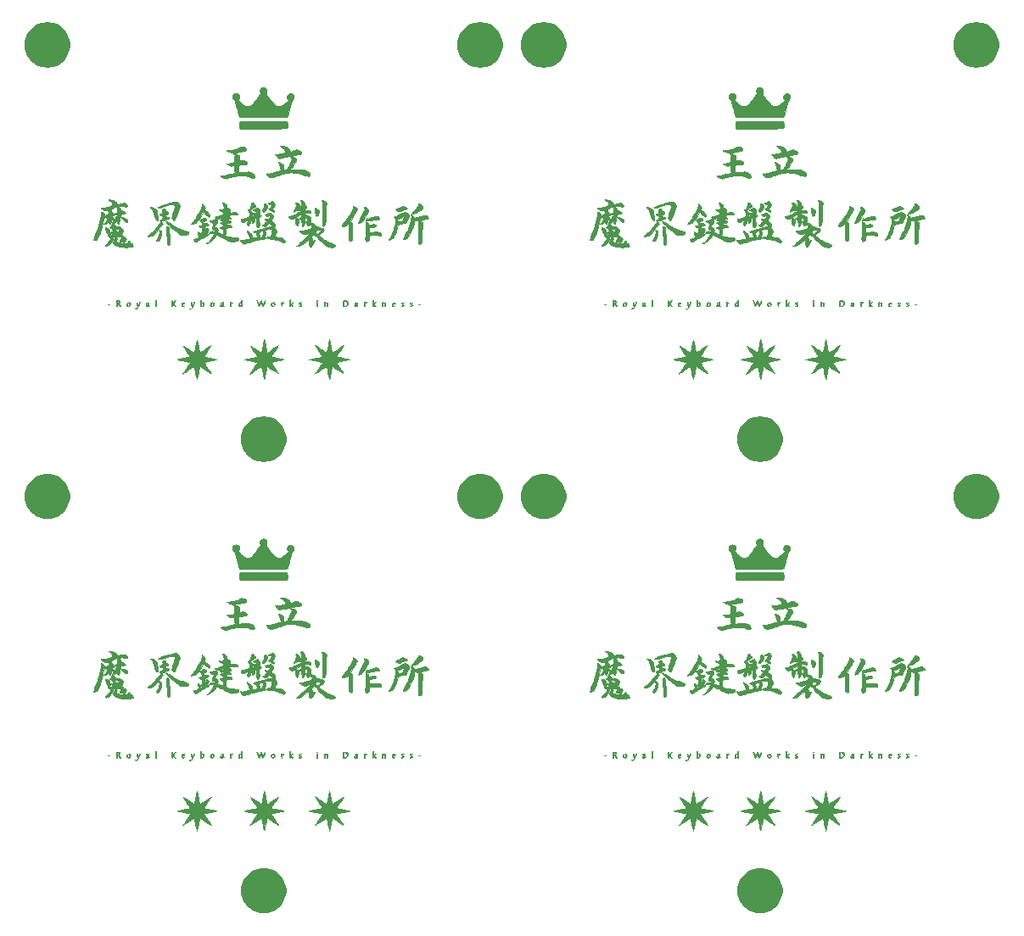
<source format=gbr>
G04 #@! TF.GenerationSoftware,KiCad,Pcbnew,5.1.5+dfsg1-2build2*
G04 #@! TF.CreationDate,2021-10-19T22:17:02+09:00*
G04 #@! TF.ProjectId,pcb,7063622e-6b69-4636-9164-5f7063625858,rev?*
G04 #@! TF.SameCoordinates,Original*
G04 #@! TF.FileFunction,Soldermask,Top*
G04 #@! TF.FilePolarity,Negative*
%FSLAX46Y46*%
G04 Gerber Fmt 4.6, Leading zero omitted, Abs format (unit mm)*
G04 Created by KiCad (PCBNEW 5.1.5+dfsg1-2build2) date 2021-10-19 22:17:02*
%MOMM*%
%LPD*%
G04 APERTURE LIST*
%ADD10C,0.010000*%
%ADD11C,0.100000*%
G04 APERTURE END LIST*
D10*
G36*
X130483397Y-127875717D02*
G01*
X130501435Y-127941075D01*
X130526393Y-128045424D01*
X130556706Y-128182000D01*
X130590812Y-128344037D01*
X130620505Y-128491117D01*
X130656406Y-128670231D01*
X130689315Y-128830646D01*
X130717725Y-128965326D01*
X130740132Y-129067235D01*
X130755031Y-129129338D01*
X130760539Y-129145632D01*
X130784648Y-129131404D01*
X130847110Y-129091371D01*
X130941865Y-129029507D01*
X131062852Y-128949786D01*
X131204010Y-128856182D01*
X131331833Y-128771006D01*
X131484322Y-128669712D01*
X131621051Y-128579912D01*
X131736116Y-128505399D01*
X131823615Y-128449966D01*
X131877643Y-128417406D01*
X131892842Y-128410523D01*
X131878601Y-128435714D01*
X131838538Y-128499171D01*
X131776643Y-128594768D01*
X131696905Y-128716380D01*
X131603314Y-128857880D01*
X131519918Y-128983126D01*
X131405272Y-129155364D01*
X131317860Y-129288534D01*
X131254854Y-129387790D01*
X131213426Y-129458285D01*
X131190746Y-129505174D01*
X131183986Y-129533610D01*
X131190316Y-129548747D01*
X131205760Y-129555477D01*
X131248810Y-129564618D01*
X131335653Y-129582255D01*
X131457597Y-129606652D01*
X131605951Y-129636072D01*
X131772021Y-129668779D01*
X131826000Y-129679364D01*
X131995039Y-129712932D01*
X132148286Y-129744218D01*
X132277244Y-129771417D01*
X132373414Y-129792726D01*
X132428296Y-129806341D01*
X132435769Y-129808786D01*
X132426549Y-129819855D01*
X132367548Y-129839191D01*
X132261698Y-129866074D01*
X132111929Y-129899781D01*
X131921174Y-129939592D01*
X131827506Y-129958363D01*
X131648029Y-129994840D01*
X131487258Y-130029235D01*
X131352228Y-130059904D01*
X131249972Y-130085200D01*
X131187522Y-130103478D01*
X131170947Y-130112002D01*
X131185207Y-130139907D01*
X131225269Y-130205790D01*
X131287062Y-130303279D01*
X131366510Y-130426003D01*
X131459542Y-130567591D01*
X131531044Y-130675234D01*
X131630535Y-130825334D01*
X131718682Y-130960191D01*
X131791558Y-131073642D01*
X131845235Y-131159522D01*
X131875786Y-131211669D01*
X131881254Y-131224869D01*
X131857268Y-131213409D01*
X131795025Y-131175978D01*
X131700625Y-131116461D01*
X131580171Y-131038746D01*
X131439765Y-130946721D01*
X131320519Y-130867639D01*
X131168769Y-130767206D01*
X131032161Y-130678136D01*
X130916807Y-130604304D01*
X130828818Y-130549585D01*
X130774306Y-130517854D01*
X130758960Y-130511551D01*
X130750938Y-130539714D01*
X130734002Y-130613135D01*
X130709694Y-130724633D01*
X130679560Y-130867027D01*
X130645145Y-131033135D01*
X130615696Y-131177632D01*
X130579076Y-131354161D01*
X130545107Y-131509542D01*
X130515346Y-131637304D01*
X130491355Y-131730976D01*
X130474691Y-131784088D01*
X130467481Y-131792579D01*
X130457991Y-131755784D01*
X130439905Y-131674429D01*
X130414887Y-131556432D01*
X130384602Y-131409714D01*
X130350715Y-131242195D01*
X130330332Y-131139966D01*
X130295348Y-130965945D01*
X130263089Y-130809925D01*
X130235181Y-130679408D01*
X130213246Y-130581895D01*
X130198908Y-130524886D01*
X130194635Y-130513249D01*
X130169556Y-130523681D01*
X130106392Y-130560450D01*
X130011205Y-130619721D01*
X129890058Y-130697658D01*
X129749013Y-130790426D01*
X129619581Y-130877017D01*
X129467301Y-130979177D01*
X129330734Y-131069899D01*
X129215762Y-131145349D01*
X129128267Y-131201692D01*
X129074131Y-131235095D01*
X129058737Y-131242585D01*
X129072974Y-131217890D01*
X129113038Y-131154866D01*
X129174962Y-131059588D01*
X129254776Y-130938131D01*
X129348510Y-130796568D01*
X129435023Y-130666681D01*
X129536901Y-130513367D01*
X129627635Y-130375382D01*
X129703365Y-130258712D01*
X129760233Y-130169348D01*
X129794377Y-130113278D01*
X129802655Y-130096272D01*
X129775149Y-130089439D01*
X129702271Y-130073819D01*
X129591129Y-130050869D01*
X129448835Y-130022043D01*
X129282499Y-129988796D01*
X129130757Y-129958784D01*
X128924015Y-129917012D01*
X128755798Y-129880785D01*
X128629274Y-129850874D01*
X128547607Y-129828051D01*
X128513965Y-129813087D01*
X128515810Y-129808920D01*
X128555350Y-129798474D01*
X128639188Y-129779961D01*
X128759047Y-129755083D01*
X128906652Y-129725540D01*
X129073726Y-129693035D01*
X129152316Y-129678036D01*
X129324257Y-129644936D01*
X129479345Y-129614171D01*
X129609571Y-129587404D01*
X129706930Y-129566296D01*
X129763414Y-129552509D01*
X129773485Y-129549075D01*
X129772415Y-129522660D01*
X129741431Y-129457213D01*
X129679977Y-129351773D01*
X129587497Y-129205380D01*
X129477319Y-129037880D01*
X129378253Y-128889155D01*
X129286420Y-128751134D01*
X129206946Y-128631533D01*
X129144957Y-128538067D01*
X129105578Y-128478453D01*
X129097637Y-128466324D01*
X129092756Y-128449147D01*
X129115705Y-128453530D01*
X129169437Y-128481198D01*
X129256906Y-128533870D01*
X129381066Y-128613271D01*
X129544870Y-128721122D01*
X129616868Y-128769084D01*
X129771284Y-128871496D01*
X129910683Y-128962605D01*
X130029060Y-129038595D01*
X130120407Y-129095650D01*
X130178720Y-129129953D01*
X130197936Y-129138293D01*
X130206072Y-129109990D01*
X130222866Y-129036569D01*
X130246753Y-128925400D01*
X130276170Y-128783852D01*
X130309554Y-128619296D01*
X130333068Y-128501322D01*
X130368499Y-128324989D01*
X130401397Y-128166256D01*
X130430126Y-128032625D01*
X130453049Y-127931598D01*
X130468529Y-127870674D01*
X130473839Y-127856117D01*
X130483397Y-127875717D01*
G37*
X130483397Y-127875717D02*
X130501435Y-127941075D01*
X130526393Y-128045424D01*
X130556706Y-128182000D01*
X130590812Y-128344037D01*
X130620505Y-128491117D01*
X130656406Y-128670231D01*
X130689315Y-128830646D01*
X130717725Y-128965326D01*
X130740132Y-129067235D01*
X130755031Y-129129338D01*
X130760539Y-129145632D01*
X130784648Y-129131404D01*
X130847110Y-129091371D01*
X130941865Y-129029507D01*
X131062852Y-128949786D01*
X131204010Y-128856182D01*
X131331833Y-128771006D01*
X131484322Y-128669712D01*
X131621051Y-128579912D01*
X131736116Y-128505399D01*
X131823615Y-128449966D01*
X131877643Y-128417406D01*
X131892842Y-128410523D01*
X131878601Y-128435714D01*
X131838538Y-128499171D01*
X131776643Y-128594768D01*
X131696905Y-128716380D01*
X131603314Y-128857880D01*
X131519918Y-128983126D01*
X131405272Y-129155364D01*
X131317860Y-129288534D01*
X131254854Y-129387790D01*
X131213426Y-129458285D01*
X131190746Y-129505174D01*
X131183986Y-129533610D01*
X131190316Y-129548747D01*
X131205760Y-129555477D01*
X131248810Y-129564618D01*
X131335653Y-129582255D01*
X131457597Y-129606652D01*
X131605951Y-129636072D01*
X131772021Y-129668779D01*
X131826000Y-129679364D01*
X131995039Y-129712932D01*
X132148286Y-129744218D01*
X132277244Y-129771417D01*
X132373414Y-129792726D01*
X132428296Y-129806341D01*
X132435769Y-129808786D01*
X132426549Y-129819855D01*
X132367548Y-129839191D01*
X132261698Y-129866074D01*
X132111929Y-129899781D01*
X131921174Y-129939592D01*
X131827506Y-129958363D01*
X131648029Y-129994840D01*
X131487258Y-130029235D01*
X131352228Y-130059904D01*
X131249972Y-130085200D01*
X131187522Y-130103478D01*
X131170947Y-130112002D01*
X131185207Y-130139907D01*
X131225269Y-130205790D01*
X131287062Y-130303279D01*
X131366510Y-130426003D01*
X131459542Y-130567591D01*
X131531044Y-130675234D01*
X131630535Y-130825334D01*
X131718682Y-130960191D01*
X131791558Y-131073642D01*
X131845235Y-131159522D01*
X131875786Y-131211669D01*
X131881254Y-131224869D01*
X131857268Y-131213409D01*
X131795025Y-131175978D01*
X131700625Y-131116461D01*
X131580171Y-131038746D01*
X131439765Y-130946721D01*
X131320519Y-130867639D01*
X131168769Y-130767206D01*
X131032161Y-130678136D01*
X130916807Y-130604304D01*
X130828818Y-130549585D01*
X130774306Y-130517854D01*
X130758960Y-130511551D01*
X130750938Y-130539714D01*
X130734002Y-130613135D01*
X130709694Y-130724633D01*
X130679560Y-130867027D01*
X130645145Y-131033135D01*
X130615696Y-131177632D01*
X130579076Y-131354161D01*
X130545107Y-131509542D01*
X130515346Y-131637304D01*
X130491355Y-131730976D01*
X130474691Y-131784088D01*
X130467481Y-131792579D01*
X130457991Y-131755784D01*
X130439905Y-131674429D01*
X130414887Y-131556432D01*
X130384602Y-131409714D01*
X130350715Y-131242195D01*
X130330332Y-131139966D01*
X130295348Y-130965945D01*
X130263089Y-130809925D01*
X130235181Y-130679408D01*
X130213246Y-130581895D01*
X130198908Y-130524886D01*
X130194635Y-130513249D01*
X130169556Y-130523681D01*
X130106392Y-130560450D01*
X130011205Y-130619721D01*
X129890058Y-130697658D01*
X129749013Y-130790426D01*
X129619581Y-130877017D01*
X129467301Y-130979177D01*
X129330734Y-131069899D01*
X129215762Y-131145349D01*
X129128267Y-131201692D01*
X129074131Y-131235095D01*
X129058737Y-131242585D01*
X129072974Y-131217890D01*
X129113038Y-131154866D01*
X129174962Y-131059588D01*
X129254776Y-130938131D01*
X129348510Y-130796568D01*
X129435023Y-130666681D01*
X129536901Y-130513367D01*
X129627635Y-130375382D01*
X129703365Y-130258712D01*
X129760233Y-130169348D01*
X129794377Y-130113278D01*
X129802655Y-130096272D01*
X129775149Y-130089439D01*
X129702271Y-130073819D01*
X129591129Y-130050869D01*
X129448835Y-130022043D01*
X129282499Y-129988796D01*
X129130757Y-129958784D01*
X128924015Y-129917012D01*
X128755798Y-129880785D01*
X128629274Y-129850874D01*
X128547607Y-129828051D01*
X128513965Y-129813087D01*
X128515810Y-129808920D01*
X128555350Y-129798474D01*
X128639188Y-129779961D01*
X128759047Y-129755083D01*
X128906652Y-129725540D01*
X129073726Y-129693035D01*
X129152316Y-129678036D01*
X129324257Y-129644936D01*
X129479345Y-129614171D01*
X129609571Y-129587404D01*
X129706930Y-129566296D01*
X129763414Y-129552509D01*
X129773485Y-129549075D01*
X129772415Y-129522660D01*
X129741431Y-129457213D01*
X129679977Y-129351773D01*
X129587497Y-129205380D01*
X129477319Y-129037880D01*
X129378253Y-128889155D01*
X129286420Y-128751134D01*
X129206946Y-128631533D01*
X129144957Y-128538067D01*
X129105578Y-128478453D01*
X129097637Y-128466324D01*
X129092756Y-128449147D01*
X129115705Y-128453530D01*
X129169437Y-128481198D01*
X129256906Y-128533870D01*
X129381066Y-128613271D01*
X129544870Y-128721122D01*
X129616868Y-128769084D01*
X129771284Y-128871496D01*
X129910683Y-128962605D01*
X130029060Y-129038595D01*
X130120407Y-129095650D01*
X130178720Y-129129953D01*
X130197936Y-129138293D01*
X130206072Y-129109990D01*
X130222866Y-129036569D01*
X130246753Y-128925400D01*
X130276170Y-128783852D01*
X130309554Y-128619296D01*
X130333068Y-128501322D01*
X130368499Y-128324989D01*
X130401397Y-128166256D01*
X130430126Y-128032625D01*
X130453049Y-127931598D01*
X130468529Y-127870674D01*
X130473839Y-127856117D01*
X130483397Y-127875717D01*
G36*
X137198901Y-127844368D02*
G01*
X137215436Y-127912024D01*
X137239100Y-128018484D01*
X137268404Y-128156894D01*
X137301860Y-128320401D01*
X137332021Y-128471808D01*
X137367761Y-128652344D01*
X137400291Y-128814748D01*
X137428152Y-128951891D01*
X137449887Y-129056649D01*
X137464036Y-129121896D01*
X137468957Y-129140918D01*
X137492090Y-129129073D01*
X137553600Y-129091230D01*
X137647499Y-129031247D01*
X137767804Y-128952982D01*
X137908526Y-128860293D01*
X138039830Y-128772976D01*
X138192738Y-128671399D01*
X138329902Y-128581302D01*
X138445433Y-128506467D01*
X138533442Y-128450679D01*
X138588043Y-128417723D01*
X138603790Y-128410523D01*
X138589549Y-128435714D01*
X138549486Y-128499171D01*
X138487590Y-128594768D01*
X138407852Y-128716380D01*
X138314262Y-128857880D01*
X138230866Y-128983126D01*
X138116219Y-129155364D01*
X138028807Y-129288534D01*
X137965802Y-129387790D01*
X137924373Y-129458285D01*
X137901693Y-129505174D01*
X137894933Y-129533610D01*
X137901263Y-129548747D01*
X137916708Y-129555477D01*
X137959757Y-129564618D01*
X138046601Y-129582255D01*
X138168545Y-129606652D01*
X138316898Y-129636072D01*
X138482968Y-129668779D01*
X138536947Y-129679364D01*
X138705986Y-129712932D01*
X138859234Y-129744218D01*
X138988191Y-129771417D01*
X139084361Y-129792726D01*
X139139243Y-129806341D01*
X139146716Y-129808786D01*
X139137497Y-129819855D01*
X139078496Y-129839191D01*
X138972645Y-129866074D01*
X138822876Y-129899781D01*
X138632121Y-129939592D01*
X138538453Y-129958363D01*
X138358975Y-129994847D01*
X138198204Y-130029260D01*
X138063174Y-130059957D01*
X137960917Y-130085290D01*
X137898468Y-130103609D01*
X137881895Y-130112171D01*
X137896176Y-130139982D01*
X137936369Y-130205934D01*
X137998499Y-130303825D01*
X138078591Y-130427453D01*
X138172669Y-130570618D01*
X138260413Y-130702662D01*
X138378969Y-130881492D01*
X138468427Y-131019581D01*
X138530510Y-131119885D01*
X138566941Y-131185361D01*
X138579443Y-131218966D01*
X138569738Y-131223657D01*
X138561202Y-131218877D01*
X138516563Y-131189486D01*
X138435062Y-131135514D01*
X138324339Y-131062034D01*
X138192032Y-130974116D01*
X138045781Y-130876830D01*
X137982037Y-130834398D01*
X137837488Y-130738926D01*
X137708311Y-130655072D01*
X137600926Y-130586886D01*
X137521754Y-130538413D01*
X137477216Y-130513702D01*
X137469898Y-130511560D01*
X137461885Y-130539721D01*
X137444967Y-130613143D01*
X137420686Y-130724644D01*
X137390587Y-130867042D01*
X137356210Y-131033154D01*
X137326801Y-131177632D01*
X137281577Y-131396602D01*
X137244752Y-131564209D01*
X137215972Y-131681839D01*
X137194883Y-131750881D01*
X137181131Y-131772722D01*
X137176750Y-131765842D01*
X137166465Y-131720648D01*
X137147578Y-131631633D01*
X137121870Y-131507432D01*
X137091122Y-131356682D01*
X137057116Y-131188017D01*
X137042829Y-131116615D01*
X137008481Y-130947064D01*
X136976849Y-130795635D01*
X136949623Y-130670035D01*
X136928491Y-130577971D01*
X136915140Y-130527150D01*
X136912084Y-130519750D01*
X136886874Y-130530025D01*
X136823465Y-130566485D01*
X136727931Y-130625328D01*
X136606347Y-130702752D01*
X136464787Y-130794952D01*
X136333644Y-130881866D01*
X136180735Y-130983443D01*
X136043572Y-131073540D01*
X135928041Y-131148375D01*
X135840031Y-131204163D01*
X135785431Y-131237119D01*
X135769684Y-131244319D01*
X135783928Y-131219142D01*
X135824010Y-131155667D01*
X135885960Y-131059994D01*
X135965806Y-130938218D01*
X136059576Y-130796437D01*
X136145970Y-130666681D01*
X136247848Y-130513367D01*
X136338582Y-130375382D01*
X136414313Y-130258712D01*
X136471180Y-130169348D01*
X136505324Y-130113278D01*
X136513602Y-130096272D01*
X136486094Y-130089435D01*
X136413228Y-130073817D01*
X136302131Y-130050875D01*
X136159927Y-130022067D01*
X135993743Y-129988854D01*
X135844492Y-129959336D01*
X135665037Y-129923652D01*
X135504734Y-129891093D01*
X135370479Y-129863116D01*
X135269167Y-129841178D01*
X135207694Y-129826736D01*
X135191879Y-129821472D01*
X135219195Y-129814289D01*
X135291596Y-129798385D01*
X135401684Y-129775297D01*
X135542065Y-129746562D01*
X135705343Y-129713719D01*
X135812230Y-129692482D01*
X135988614Y-129657191D01*
X136149191Y-129624298D01*
X136285922Y-129595511D01*
X136390773Y-129572537D01*
X136455706Y-129557084D01*
X136471706Y-129552326D01*
X136483499Y-129540564D01*
X136481962Y-129515904D01*
X136464180Y-129473049D01*
X136427238Y-129406703D01*
X136368218Y-129311572D01*
X136284207Y-129182359D01*
X136188909Y-129038684D01*
X136089740Y-128889852D01*
X135997809Y-128751726D01*
X135918236Y-128632010D01*
X135856142Y-128538412D01*
X135816648Y-128478638D01*
X135808585Y-128466324D01*
X135803704Y-128449147D01*
X135826652Y-128453530D01*
X135880385Y-128481198D01*
X135967854Y-128533870D01*
X136092013Y-128613271D01*
X136255817Y-128721122D01*
X136327815Y-128769084D01*
X136482421Y-128871352D01*
X136622297Y-128962019D01*
X136741390Y-129037310D01*
X136833644Y-129093453D01*
X136893005Y-129126673D01*
X136913218Y-129133958D01*
X136922468Y-129104425D01*
X136940180Y-129029708D01*
X136964778Y-128917150D01*
X136994687Y-128774089D01*
X137028333Y-128607868D01*
X137054399Y-128475864D01*
X137089570Y-128297687D01*
X137121835Y-128137590D01*
X137149677Y-128002841D01*
X137171574Y-127900710D01*
X137186009Y-127838465D01*
X137190983Y-127822368D01*
X137198901Y-127844368D01*
G37*
X137198901Y-127844368D02*
X137215436Y-127912024D01*
X137239100Y-128018484D01*
X137268404Y-128156894D01*
X137301860Y-128320401D01*
X137332021Y-128471808D01*
X137367761Y-128652344D01*
X137400291Y-128814748D01*
X137428152Y-128951891D01*
X137449887Y-129056649D01*
X137464036Y-129121896D01*
X137468957Y-129140918D01*
X137492090Y-129129073D01*
X137553600Y-129091230D01*
X137647499Y-129031247D01*
X137767804Y-128952982D01*
X137908526Y-128860293D01*
X138039830Y-128772976D01*
X138192738Y-128671399D01*
X138329902Y-128581302D01*
X138445433Y-128506467D01*
X138533442Y-128450679D01*
X138588043Y-128417723D01*
X138603790Y-128410523D01*
X138589549Y-128435714D01*
X138549486Y-128499171D01*
X138487590Y-128594768D01*
X138407852Y-128716380D01*
X138314262Y-128857880D01*
X138230866Y-128983126D01*
X138116219Y-129155364D01*
X138028807Y-129288534D01*
X137965802Y-129387790D01*
X137924373Y-129458285D01*
X137901693Y-129505174D01*
X137894933Y-129533610D01*
X137901263Y-129548747D01*
X137916708Y-129555477D01*
X137959757Y-129564618D01*
X138046601Y-129582255D01*
X138168545Y-129606652D01*
X138316898Y-129636072D01*
X138482968Y-129668779D01*
X138536947Y-129679364D01*
X138705986Y-129712932D01*
X138859234Y-129744218D01*
X138988191Y-129771417D01*
X139084361Y-129792726D01*
X139139243Y-129806341D01*
X139146716Y-129808786D01*
X139137497Y-129819855D01*
X139078496Y-129839191D01*
X138972645Y-129866074D01*
X138822876Y-129899781D01*
X138632121Y-129939592D01*
X138538453Y-129958363D01*
X138358975Y-129994847D01*
X138198204Y-130029260D01*
X138063174Y-130059957D01*
X137960917Y-130085290D01*
X137898468Y-130103609D01*
X137881895Y-130112171D01*
X137896176Y-130139982D01*
X137936369Y-130205934D01*
X137998499Y-130303825D01*
X138078591Y-130427453D01*
X138172669Y-130570618D01*
X138260413Y-130702662D01*
X138378969Y-130881492D01*
X138468427Y-131019581D01*
X138530510Y-131119885D01*
X138566941Y-131185361D01*
X138579443Y-131218966D01*
X138569738Y-131223657D01*
X138561202Y-131218877D01*
X138516563Y-131189486D01*
X138435062Y-131135514D01*
X138324339Y-131062034D01*
X138192032Y-130974116D01*
X138045781Y-130876830D01*
X137982037Y-130834398D01*
X137837488Y-130738926D01*
X137708311Y-130655072D01*
X137600926Y-130586886D01*
X137521754Y-130538413D01*
X137477216Y-130513702D01*
X137469898Y-130511560D01*
X137461885Y-130539721D01*
X137444967Y-130613143D01*
X137420686Y-130724644D01*
X137390587Y-130867042D01*
X137356210Y-131033154D01*
X137326801Y-131177632D01*
X137281577Y-131396602D01*
X137244752Y-131564209D01*
X137215972Y-131681839D01*
X137194883Y-131750881D01*
X137181131Y-131772722D01*
X137176750Y-131765842D01*
X137166465Y-131720648D01*
X137147578Y-131631633D01*
X137121870Y-131507432D01*
X137091122Y-131356682D01*
X137057116Y-131188017D01*
X137042829Y-131116615D01*
X137008481Y-130947064D01*
X136976849Y-130795635D01*
X136949623Y-130670035D01*
X136928491Y-130577971D01*
X136915140Y-130527150D01*
X136912084Y-130519750D01*
X136886874Y-130530025D01*
X136823465Y-130566485D01*
X136727931Y-130625328D01*
X136606347Y-130702752D01*
X136464787Y-130794952D01*
X136333644Y-130881866D01*
X136180735Y-130983443D01*
X136043572Y-131073540D01*
X135928041Y-131148375D01*
X135840031Y-131204163D01*
X135785431Y-131237119D01*
X135769684Y-131244319D01*
X135783928Y-131219142D01*
X135824010Y-131155667D01*
X135885960Y-131059994D01*
X135965806Y-130938218D01*
X136059576Y-130796437D01*
X136145970Y-130666681D01*
X136247848Y-130513367D01*
X136338582Y-130375382D01*
X136414313Y-130258712D01*
X136471180Y-130169348D01*
X136505324Y-130113278D01*
X136513602Y-130096272D01*
X136486094Y-130089435D01*
X136413228Y-130073817D01*
X136302131Y-130050875D01*
X136159927Y-130022067D01*
X135993743Y-129988854D01*
X135844492Y-129959336D01*
X135665037Y-129923652D01*
X135504734Y-129891093D01*
X135370479Y-129863116D01*
X135269167Y-129841178D01*
X135207694Y-129826736D01*
X135191879Y-129821472D01*
X135219195Y-129814289D01*
X135291596Y-129798385D01*
X135401684Y-129775297D01*
X135542065Y-129746562D01*
X135705343Y-129713719D01*
X135812230Y-129692482D01*
X135988614Y-129657191D01*
X136149191Y-129624298D01*
X136285922Y-129595511D01*
X136390773Y-129572537D01*
X136455706Y-129557084D01*
X136471706Y-129552326D01*
X136483499Y-129540564D01*
X136481962Y-129515904D01*
X136464180Y-129473049D01*
X136427238Y-129406703D01*
X136368218Y-129311572D01*
X136284207Y-129182359D01*
X136188909Y-129038684D01*
X136089740Y-128889852D01*
X135997809Y-128751726D01*
X135918236Y-128632010D01*
X135856142Y-128538412D01*
X135816648Y-128478638D01*
X135808585Y-128466324D01*
X135803704Y-128449147D01*
X135826652Y-128453530D01*
X135880385Y-128481198D01*
X135967854Y-128533870D01*
X136092013Y-128613271D01*
X136255817Y-128721122D01*
X136327815Y-128769084D01*
X136482421Y-128871352D01*
X136622297Y-128962019D01*
X136741390Y-129037310D01*
X136833644Y-129093453D01*
X136893005Y-129126673D01*
X136913218Y-129133958D01*
X136922468Y-129104425D01*
X136940180Y-129029708D01*
X136964778Y-128917150D01*
X136994687Y-128774089D01*
X137028333Y-128607868D01*
X137054399Y-128475864D01*
X137089570Y-128297687D01*
X137121835Y-128137590D01*
X137149677Y-128002841D01*
X137171574Y-127900710D01*
X137186009Y-127838465D01*
X137190983Y-127822368D01*
X137198901Y-127844368D01*
G36*
X143699212Y-127841093D02*
G01*
X143715049Y-127909402D01*
X143738046Y-128016461D01*
X143766751Y-128155383D01*
X143799712Y-128319286D01*
X143829588Y-128471030D01*
X143865105Y-128651812D01*
X143897562Y-128814544D01*
X143925492Y-128952081D01*
X143947432Y-129057274D01*
X143961916Y-129122977D01*
X143967205Y-129142376D01*
X143990868Y-129131040D01*
X144052793Y-129093813D01*
X144146839Y-129034599D01*
X144266862Y-128957303D01*
X144406723Y-128865829D01*
X144518289Y-128792032D01*
X144670844Y-128690796D01*
X144809762Y-128598870D01*
X144928466Y-128520585D01*
X145020380Y-128460272D01*
X145078929Y-128422260D01*
X145096480Y-128411274D01*
X145092076Y-128426815D01*
X145061215Y-128481065D01*
X145007397Y-128568441D01*
X144934125Y-128683361D01*
X144844900Y-128820239D01*
X144753615Y-128957946D01*
X144651578Y-129112109D01*
X144561081Y-129251459D01*
X144485918Y-129369937D01*
X144429880Y-129461488D01*
X144396762Y-129520052D01*
X144389518Y-129539430D01*
X144418698Y-129548487D01*
X144493059Y-129566276D01*
X144605314Y-129591206D01*
X144748177Y-129621687D01*
X144914360Y-129656128D01*
X145050773Y-129683773D01*
X145229217Y-129719827D01*
X145389405Y-129752636D01*
X145524157Y-129780694D01*
X145626294Y-129802493D01*
X145688637Y-129816528D01*
X145704992Y-129821080D01*
X145681979Y-129827956D01*
X145613313Y-129843426D01*
X145505870Y-129866065D01*
X145366523Y-129894448D01*
X145202148Y-129927152D01*
X145045708Y-129957704D01*
X144864738Y-129993427D01*
X144702432Y-130026754D01*
X144565773Y-130056144D01*
X144461745Y-130080057D01*
X144397333Y-130096955D01*
X144378947Y-130104666D01*
X144392727Y-130135881D01*
X144427333Y-130193094D01*
X144443943Y-130218131D01*
X144478124Y-130269261D01*
X144536041Y-130356803D01*
X144612188Y-130472398D01*
X144701062Y-130607687D01*
X144797158Y-130754311D01*
X144820364Y-130789770D01*
X144924635Y-130950562D01*
X145000291Y-131070814D01*
X145049206Y-131153915D01*
X145073253Y-131203256D01*
X145074307Y-131222226D01*
X145055427Y-131215011D01*
X145010974Y-131185285D01*
X144929898Y-131130890D01*
X144819933Y-131057022D01*
X144688814Y-130968878D01*
X144544275Y-130871653D01*
X144492386Y-130836737D01*
X144349443Y-130741164D01*
X144221155Y-130656580D01*
X144114207Y-130587295D01*
X144035282Y-130537619D01*
X143991066Y-130511860D01*
X143984425Y-130509211D01*
X143973627Y-130534299D01*
X143954421Y-130604872D01*
X143928430Y-130713889D01*
X143897280Y-130854310D01*
X143862594Y-131019094D01*
X143833286Y-131164263D01*
X143797463Y-131343442D01*
X143764796Y-131503927D01*
X143736763Y-131638687D01*
X143714844Y-131740693D01*
X143700518Y-131802911D01*
X143695505Y-131819316D01*
X143686451Y-131795476D01*
X143671051Y-131733645D01*
X143656439Y-131665579D01*
X143604128Y-131409115D01*
X143555896Y-131176141D01*
X143512732Y-130971227D01*
X143475625Y-130798942D01*
X143445564Y-130663857D01*
X143423536Y-130570540D01*
X143410532Y-130523561D01*
X143408340Y-130518955D01*
X143383355Y-130529456D01*
X143320133Y-130566126D01*
X143224722Y-130625165D01*
X143103172Y-130702771D01*
X142961529Y-130795143D01*
X142827683Y-130883879D01*
X142675879Y-130984470D01*
X142541101Y-131072274D01*
X142428913Y-131143793D01*
X142344877Y-131195527D01*
X142294554Y-131223976D01*
X142282708Y-131226744D01*
X142303059Y-131195143D01*
X142348475Y-131125472D01*
X142414632Y-131024333D01*
X142497208Y-130898329D01*
X142591881Y-130754064D01*
X142662094Y-130647180D01*
X142760715Y-130496316D01*
X142848199Y-130360957D01*
X142920658Y-130247245D01*
X142974201Y-130161327D01*
X143004940Y-130109346D01*
X143010741Y-130096359D01*
X142983209Y-130089498D01*
X142910320Y-130073858D01*
X142799201Y-130050897D01*
X142656979Y-130022076D01*
X142490783Y-129988853D01*
X142341545Y-129959336D01*
X142162089Y-129923652D01*
X142001786Y-129891093D01*
X141867531Y-129863116D01*
X141766220Y-129841178D01*
X141704747Y-129826736D01*
X141688932Y-129821472D01*
X141716248Y-129814289D01*
X141788648Y-129798385D01*
X141898737Y-129775297D01*
X142039118Y-129746562D01*
X142202395Y-129713719D01*
X142309282Y-129692482D01*
X142485667Y-129657191D01*
X142646243Y-129624298D01*
X142782975Y-129595511D01*
X142887826Y-129572537D01*
X142952759Y-129557084D01*
X142968759Y-129552326D01*
X142980552Y-129540564D01*
X142979015Y-129515904D01*
X142961233Y-129473049D01*
X142924290Y-129406703D01*
X142865271Y-129311572D01*
X142781260Y-129182359D01*
X142685961Y-129038684D01*
X142586707Y-128889671D01*
X142494632Y-128751179D01*
X142414876Y-128630960D01*
X142352578Y-128536764D01*
X142312878Y-128476342D01*
X142304782Y-128463842D01*
X142253369Y-128383632D01*
X142333579Y-128435045D01*
X142379122Y-128464801D01*
X142461387Y-128519111D01*
X142572622Y-128592833D01*
X142705078Y-128680829D01*
X142851003Y-128777958D01*
X142908421Y-128816225D01*
X143071461Y-128924259D01*
X143195830Y-129004773D01*
X143286822Y-129060684D01*
X143349733Y-129094907D01*
X143389860Y-129110357D01*
X143412497Y-129109950D01*
X143422062Y-129099022D01*
X143432511Y-129060188D01*
X143451446Y-128976898D01*
X143477160Y-128857187D01*
X143507944Y-128709092D01*
X143542090Y-128540649D01*
X143562219Y-128439545D01*
X143596840Y-128265939D01*
X143628340Y-128110700D01*
X143655171Y-127981236D01*
X143675785Y-127884958D01*
X143688635Y-127829273D01*
X143691986Y-127818417D01*
X143699212Y-127841093D01*
G37*
X143699212Y-127841093D02*
X143715049Y-127909402D01*
X143738046Y-128016461D01*
X143766751Y-128155383D01*
X143799712Y-128319286D01*
X143829588Y-128471030D01*
X143865105Y-128651812D01*
X143897562Y-128814544D01*
X143925492Y-128952081D01*
X143947432Y-129057274D01*
X143961916Y-129122977D01*
X143967205Y-129142376D01*
X143990868Y-129131040D01*
X144052793Y-129093813D01*
X144146839Y-129034599D01*
X144266862Y-128957303D01*
X144406723Y-128865829D01*
X144518289Y-128792032D01*
X144670844Y-128690796D01*
X144809762Y-128598870D01*
X144928466Y-128520585D01*
X145020380Y-128460272D01*
X145078929Y-128422260D01*
X145096480Y-128411274D01*
X145092076Y-128426815D01*
X145061215Y-128481065D01*
X145007397Y-128568441D01*
X144934125Y-128683361D01*
X144844900Y-128820239D01*
X144753615Y-128957946D01*
X144651578Y-129112109D01*
X144561081Y-129251459D01*
X144485918Y-129369937D01*
X144429880Y-129461488D01*
X144396762Y-129520052D01*
X144389518Y-129539430D01*
X144418698Y-129548487D01*
X144493059Y-129566276D01*
X144605314Y-129591206D01*
X144748177Y-129621687D01*
X144914360Y-129656128D01*
X145050773Y-129683773D01*
X145229217Y-129719827D01*
X145389405Y-129752636D01*
X145524157Y-129780694D01*
X145626294Y-129802493D01*
X145688637Y-129816528D01*
X145704992Y-129821080D01*
X145681979Y-129827956D01*
X145613313Y-129843426D01*
X145505870Y-129866065D01*
X145366523Y-129894448D01*
X145202148Y-129927152D01*
X145045708Y-129957704D01*
X144864738Y-129993427D01*
X144702432Y-130026754D01*
X144565773Y-130056144D01*
X144461745Y-130080057D01*
X144397333Y-130096955D01*
X144378947Y-130104666D01*
X144392727Y-130135881D01*
X144427333Y-130193094D01*
X144443943Y-130218131D01*
X144478124Y-130269261D01*
X144536041Y-130356803D01*
X144612188Y-130472398D01*
X144701062Y-130607687D01*
X144797158Y-130754311D01*
X144820364Y-130789770D01*
X144924635Y-130950562D01*
X145000291Y-131070814D01*
X145049206Y-131153915D01*
X145073253Y-131203256D01*
X145074307Y-131222226D01*
X145055427Y-131215011D01*
X145010974Y-131185285D01*
X144929898Y-131130890D01*
X144819933Y-131057022D01*
X144688814Y-130968878D01*
X144544275Y-130871653D01*
X144492386Y-130836737D01*
X144349443Y-130741164D01*
X144221155Y-130656580D01*
X144114207Y-130587295D01*
X144035282Y-130537619D01*
X143991066Y-130511860D01*
X143984425Y-130509211D01*
X143973627Y-130534299D01*
X143954421Y-130604872D01*
X143928430Y-130713889D01*
X143897280Y-130854310D01*
X143862594Y-131019094D01*
X143833286Y-131164263D01*
X143797463Y-131343442D01*
X143764796Y-131503927D01*
X143736763Y-131638687D01*
X143714844Y-131740693D01*
X143700518Y-131802911D01*
X143695505Y-131819316D01*
X143686451Y-131795476D01*
X143671051Y-131733645D01*
X143656439Y-131665579D01*
X143604128Y-131409115D01*
X143555896Y-131176141D01*
X143512732Y-130971227D01*
X143475625Y-130798942D01*
X143445564Y-130663857D01*
X143423536Y-130570540D01*
X143410532Y-130523561D01*
X143408340Y-130518955D01*
X143383355Y-130529456D01*
X143320133Y-130566126D01*
X143224722Y-130625165D01*
X143103172Y-130702771D01*
X142961529Y-130795143D01*
X142827683Y-130883879D01*
X142675879Y-130984470D01*
X142541101Y-131072274D01*
X142428913Y-131143793D01*
X142344877Y-131195527D01*
X142294554Y-131223976D01*
X142282708Y-131226744D01*
X142303059Y-131195143D01*
X142348475Y-131125472D01*
X142414632Y-131024333D01*
X142497208Y-130898329D01*
X142591881Y-130754064D01*
X142662094Y-130647180D01*
X142760715Y-130496316D01*
X142848199Y-130360957D01*
X142920658Y-130247245D01*
X142974201Y-130161327D01*
X143004940Y-130109346D01*
X143010741Y-130096359D01*
X142983209Y-130089498D01*
X142910320Y-130073858D01*
X142799201Y-130050897D01*
X142656979Y-130022076D01*
X142490783Y-129988853D01*
X142341545Y-129959336D01*
X142162089Y-129923652D01*
X142001786Y-129891093D01*
X141867531Y-129863116D01*
X141766220Y-129841178D01*
X141704747Y-129826736D01*
X141688932Y-129821472D01*
X141716248Y-129814289D01*
X141788648Y-129798385D01*
X141898737Y-129775297D01*
X142039118Y-129746562D01*
X142202395Y-129713719D01*
X142309282Y-129692482D01*
X142485667Y-129657191D01*
X142646243Y-129624298D01*
X142782975Y-129595511D01*
X142887826Y-129572537D01*
X142952759Y-129557084D01*
X142968759Y-129552326D01*
X142980552Y-129540564D01*
X142979015Y-129515904D01*
X142961233Y-129473049D01*
X142924290Y-129406703D01*
X142865271Y-129311572D01*
X142781260Y-129182359D01*
X142685961Y-129038684D01*
X142586707Y-128889671D01*
X142494632Y-128751179D01*
X142414876Y-128630960D01*
X142352578Y-128536764D01*
X142312878Y-128476342D01*
X142304782Y-128463842D01*
X142253369Y-128383632D01*
X142333579Y-128435045D01*
X142379122Y-128464801D01*
X142461387Y-128519111D01*
X142572622Y-128592833D01*
X142705078Y-128680829D01*
X142851003Y-128777958D01*
X142908421Y-128816225D01*
X143071461Y-128924259D01*
X143195830Y-129004773D01*
X143286822Y-129060684D01*
X143349733Y-129094907D01*
X143389860Y-129110357D01*
X143412497Y-129109950D01*
X143422062Y-129099022D01*
X143432511Y-129060188D01*
X143451446Y-128976898D01*
X143477160Y-128857187D01*
X143507944Y-128709092D01*
X143542090Y-128540649D01*
X143562219Y-128439545D01*
X143596840Y-128265939D01*
X143628340Y-128110700D01*
X143655171Y-127981236D01*
X143675785Y-127884958D01*
X143688635Y-127829273D01*
X143691986Y-127818417D01*
X143699212Y-127841093D01*
G36*
X124775174Y-124112419D02*
G01*
X124780842Y-124128117D01*
X124769015Y-124185197D01*
X124737837Y-124274716D01*
X124693769Y-124382281D01*
X124643266Y-124493499D01*
X124592788Y-124593975D01*
X124548792Y-124669316D01*
X124523974Y-124700632D01*
X124473319Y-124733489D01*
X124415243Y-124754937D01*
X124364806Y-124762294D01*
X124337062Y-124752884D01*
X124340123Y-124733344D01*
X124378400Y-124709866D01*
X124388490Y-124709775D01*
X124456311Y-124707242D01*
X124500294Y-124670821D01*
X124525435Y-124621419D01*
X124541759Y-124573884D01*
X124545071Y-124527043D01*
X124533473Y-124466164D01*
X124505068Y-124376516D01*
X124487369Y-124325891D01*
X124451814Y-124223699D01*
X124433511Y-124162159D01*
X124431526Y-124131637D01*
X124444926Y-124122498D01*
X124467842Y-124124366D01*
X124511290Y-124150165D01*
X124550484Y-124218476D01*
X124568516Y-124266158D01*
X124614535Y-124399842D01*
X124657584Y-124300438D01*
X124685239Y-124227615D01*
X124699916Y-124171501D01*
X124700632Y-124162930D01*
X124722214Y-124120880D01*
X124740737Y-124109437D01*
X124775174Y-124112419D01*
G37*
X124775174Y-124112419D02*
X124780842Y-124128117D01*
X124769015Y-124185197D01*
X124737837Y-124274716D01*
X124693769Y-124382281D01*
X124643266Y-124493499D01*
X124592788Y-124593975D01*
X124548792Y-124669316D01*
X124523974Y-124700632D01*
X124473319Y-124733489D01*
X124415243Y-124754937D01*
X124364806Y-124762294D01*
X124337062Y-124752884D01*
X124340123Y-124733344D01*
X124378400Y-124709866D01*
X124388490Y-124709775D01*
X124456311Y-124707242D01*
X124500294Y-124670821D01*
X124525435Y-124621419D01*
X124541759Y-124573884D01*
X124545071Y-124527043D01*
X124533473Y-124466164D01*
X124505068Y-124376516D01*
X124487369Y-124325891D01*
X124451814Y-124223699D01*
X124433511Y-124162159D01*
X124431526Y-124131637D01*
X124444926Y-124122498D01*
X124467842Y-124124366D01*
X124511290Y-124150165D01*
X124550484Y-124218476D01*
X124568516Y-124266158D01*
X124614535Y-124399842D01*
X124657584Y-124300438D01*
X124685239Y-124227615D01*
X124699916Y-124171501D01*
X124700632Y-124162930D01*
X124722214Y-124120880D01*
X124740737Y-124109437D01*
X124775174Y-124112419D01*
G36*
X129912945Y-124116214D02*
G01*
X129948066Y-124171764D01*
X129956945Y-124192904D01*
X129997789Y-124295793D01*
X130023949Y-124354493D01*
X130041636Y-124374036D01*
X130057058Y-124359454D01*
X130076427Y-124315781D01*
X130084544Y-124296314D01*
X130112065Y-124223417D01*
X130127200Y-124168461D01*
X130128211Y-124158806D01*
X130149715Y-124120475D01*
X130168316Y-124109437D01*
X130202748Y-124108794D01*
X130208421Y-124119760D01*
X130197106Y-124169464D01*
X130167211Y-124252957D01*
X130124810Y-124356578D01*
X130075977Y-124466665D01*
X130026786Y-124569556D01*
X129983311Y-124651589D01*
X129951627Y-124699103D01*
X129950160Y-124700632D01*
X129902762Y-124732462D01*
X129842928Y-124754146D01*
X129785751Y-124763429D01*
X129746325Y-124758058D01*
X129739747Y-124735777D01*
X129741966Y-124731723D01*
X129779519Y-124712798D01*
X129806588Y-124714859D01*
X129881125Y-124714450D01*
X129930640Y-124671602D01*
X129953796Y-124591818D01*
X129949250Y-124480603D01*
X129915663Y-124343462D01*
X129904742Y-124311740D01*
X129871074Y-124213792D01*
X129856286Y-124154448D01*
X129858903Y-124122864D01*
X129877100Y-124108328D01*
X129912945Y-124116214D01*
G37*
X129912945Y-124116214D02*
X129948066Y-124171764D01*
X129956945Y-124192904D01*
X129997789Y-124295793D01*
X130023949Y-124354493D01*
X130041636Y-124374036D01*
X130057058Y-124359454D01*
X130076427Y-124315781D01*
X130084544Y-124296314D01*
X130112065Y-124223417D01*
X130127200Y-124168461D01*
X130128211Y-124158806D01*
X130149715Y-124120475D01*
X130168316Y-124109437D01*
X130202748Y-124108794D01*
X130208421Y-124119760D01*
X130197106Y-124169464D01*
X130167211Y-124252957D01*
X130124810Y-124356578D01*
X130075977Y-124466665D01*
X130026786Y-124569556D01*
X129983311Y-124651589D01*
X129951627Y-124699103D01*
X129950160Y-124700632D01*
X129902762Y-124732462D01*
X129842928Y-124754146D01*
X129785751Y-124763429D01*
X129746325Y-124758058D01*
X129739747Y-124735777D01*
X129741966Y-124731723D01*
X129779519Y-124712798D01*
X129806588Y-124714859D01*
X129881125Y-124714450D01*
X129930640Y-124671602D01*
X129953796Y-124591818D01*
X129949250Y-124480603D01*
X129915663Y-124343462D01*
X129904742Y-124311740D01*
X129871074Y-124213792D01*
X129856286Y-124154448D01*
X129858903Y-124122864D01*
X129877100Y-124108328D01*
X129912945Y-124116214D01*
G36*
X122670832Y-123948446D02*
G01*
X122738698Y-123991752D01*
X122769147Y-124052583D01*
X122756436Y-124121653D01*
X122718581Y-124170124D01*
X122661584Y-124223225D01*
X122758687Y-124358385D01*
X122816823Y-124440680D01*
X122845965Y-124488938D01*
X122848767Y-124512223D01*
X122827887Y-124519599D01*
X122806101Y-124520158D01*
X122761431Y-124497130D01*
X122701819Y-124433019D01*
X122659308Y-124373907D01*
X122608253Y-124295132D01*
X122584366Y-124248567D01*
X122584649Y-124222271D01*
X122606101Y-124204302D01*
X122615417Y-124199177D01*
X122658777Y-124150866D01*
X122667328Y-124084750D01*
X122645911Y-124018903D01*
X122599366Y-123971400D01*
X122551009Y-123958684D01*
X122544424Y-123983553D01*
X122537857Y-124050704D01*
X122532201Y-124148952D01*
X122529199Y-124232423D01*
X122524464Y-124358462D01*
X122517511Y-124440433D01*
X122506584Y-124487739D01*
X122489930Y-124509785D01*
X122476542Y-124514783D01*
X122456180Y-124512803D01*
X122442329Y-124491726D01*
X122433266Y-124442734D01*
X122427268Y-124357013D01*
X122423068Y-124241275D01*
X122419972Y-124109010D01*
X122423000Y-124021120D01*
X122436497Y-123968537D01*
X122464808Y-123942193D01*
X122512279Y-123933019D01*
X122571290Y-123931947D01*
X122670832Y-123948446D01*
G37*
X122670832Y-123948446D02*
X122738698Y-123991752D01*
X122769147Y-124052583D01*
X122756436Y-124121653D01*
X122718581Y-124170124D01*
X122661584Y-124223225D01*
X122758687Y-124358385D01*
X122816823Y-124440680D01*
X122845965Y-124488938D01*
X122848767Y-124512223D01*
X122827887Y-124519599D01*
X122806101Y-124520158D01*
X122761431Y-124497130D01*
X122701819Y-124433019D01*
X122659308Y-124373907D01*
X122608253Y-124295132D01*
X122584366Y-124248567D01*
X122584649Y-124222271D01*
X122606101Y-124204302D01*
X122615417Y-124199177D01*
X122658777Y-124150866D01*
X122667328Y-124084750D01*
X122645911Y-124018903D01*
X122599366Y-123971400D01*
X122551009Y-123958684D01*
X122544424Y-123983553D01*
X122537857Y-124050704D01*
X122532201Y-124148952D01*
X122529199Y-124232423D01*
X122524464Y-124358462D01*
X122517511Y-124440433D01*
X122506584Y-124487739D01*
X122489930Y-124509785D01*
X122476542Y-124514783D01*
X122456180Y-124512803D01*
X122442329Y-124491726D01*
X122433266Y-124442734D01*
X122427268Y-124357013D01*
X122423068Y-124241275D01*
X122419972Y-124109010D01*
X122423000Y-124021120D01*
X122436497Y-123968537D01*
X122464808Y-123942193D01*
X122512279Y-123933019D01*
X122571290Y-123931947D01*
X122670832Y-123948446D01*
G36*
X123756985Y-124138720D02*
G01*
X123803431Y-124178528D01*
X123841507Y-124270258D01*
X123826236Y-124360948D01*
X123766899Y-124442004D01*
X123681227Y-124501145D01*
X123590908Y-124520303D01*
X123510461Y-124497610D01*
X123486015Y-124478143D01*
X123450176Y-124408836D01*
X123444829Y-124318882D01*
X123448661Y-124304577D01*
X123527927Y-124304577D01*
X123541487Y-124385203D01*
X123565832Y-124433998D01*
X123620603Y-124485715D01*
X123675770Y-124484168D01*
X123706021Y-124461337D01*
X123736861Y-124400228D01*
X123739560Y-124321231D01*
X123718917Y-124241313D01*
X123679727Y-124177442D01*
X123626789Y-124146584D01*
X123616820Y-124145842D01*
X123568436Y-124168834D01*
X123537857Y-124227100D01*
X123527927Y-124304577D01*
X123448661Y-124304577D01*
X123468506Y-124230503D01*
X123505881Y-124177240D01*
X123585032Y-124130750D01*
X123675024Y-124117937D01*
X123756985Y-124138720D01*
G37*
X123756985Y-124138720D02*
X123803431Y-124178528D01*
X123841507Y-124270258D01*
X123826236Y-124360948D01*
X123766899Y-124442004D01*
X123681227Y-124501145D01*
X123590908Y-124520303D01*
X123510461Y-124497610D01*
X123486015Y-124478143D01*
X123450176Y-124408836D01*
X123444829Y-124318882D01*
X123448661Y-124304577D01*
X123527927Y-124304577D01*
X123541487Y-124385203D01*
X123565832Y-124433998D01*
X123620603Y-124485715D01*
X123675770Y-124484168D01*
X123706021Y-124461337D01*
X123736861Y-124400228D01*
X123739560Y-124321231D01*
X123718917Y-124241313D01*
X123679727Y-124177442D01*
X123626789Y-124146584D01*
X123616820Y-124145842D01*
X123568436Y-124168834D01*
X123537857Y-124227100D01*
X123527927Y-124304577D01*
X123448661Y-124304577D01*
X123468506Y-124230503D01*
X123505881Y-124177240D01*
X123585032Y-124130750D01*
X123675024Y-124117937D01*
X123756985Y-124138720D01*
G36*
X125569579Y-124124612D02*
G01*
X125612068Y-124130959D01*
X125636686Y-124147786D01*
X125649194Y-124187453D01*
X125655351Y-124262321D01*
X125657714Y-124313759D01*
X125665817Y-124417529D01*
X125679117Y-124470358D01*
X125695266Y-124476733D01*
X125712558Y-124474858D01*
X125707993Y-124485768D01*
X125674681Y-124499892D01*
X125607367Y-124509799D01*
X125525417Y-124514628D01*
X125448197Y-124513520D01*
X125395074Y-124505616D01*
X125384662Y-124500118D01*
X125368858Y-124451245D01*
X125387312Y-124389325D01*
X125417947Y-124350512D01*
X125465326Y-124317108D01*
X125501248Y-124305747D01*
X125513243Y-124316810D01*
X125491278Y-124348278D01*
X125454617Y-124403544D01*
X125456949Y-124447425D01*
X125497190Y-124466609D01*
X125500935Y-124466684D01*
X125539888Y-124457264D01*
X125562690Y-124423639D01*
X125570985Y-124357760D01*
X125566417Y-124251580D01*
X125559658Y-124179263D01*
X125538119Y-124149411D01*
X125497058Y-124152138D01*
X125457268Y-124184891D01*
X125452597Y-124192409D01*
X125422721Y-124220873D01*
X125404521Y-124216960D01*
X125402103Y-124187287D01*
X125437189Y-124156274D01*
X125494707Y-124132354D01*
X125559589Y-124123958D01*
X125569579Y-124124612D01*
G37*
X125569579Y-124124612D02*
X125612068Y-124130959D01*
X125636686Y-124147786D01*
X125649194Y-124187453D01*
X125655351Y-124262321D01*
X125657714Y-124313759D01*
X125665817Y-124417529D01*
X125679117Y-124470358D01*
X125695266Y-124476733D01*
X125712558Y-124474858D01*
X125707993Y-124485768D01*
X125674681Y-124499892D01*
X125607367Y-124509799D01*
X125525417Y-124514628D01*
X125448197Y-124513520D01*
X125395074Y-124505616D01*
X125384662Y-124500118D01*
X125368858Y-124451245D01*
X125387312Y-124389325D01*
X125417947Y-124350512D01*
X125465326Y-124317108D01*
X125501248Y-124305747D01*
X125513243Y-124316810D01*
X125491278Y-124348278D01*
X125454617Y-124403544D01*
X125456949Y-124447425D01*
X125497190Y-124466609D01*
X125500935Y-124466684D01*
X125539888Y-124457264D01*
X125562690Y-124423639D01*
X125570985Y-124357760D01*
X125566417Y-124251580D01*
X125559658Y-124179263D01*
X125538119Y-124149411D01*
X125497058Y-124152138D01*
X125457268Y-124184891D01*
X125452597Y-124192409D01*
X125422721Y-124220873D01*
X125404521Y-124216960D01*
X125402103Y-124187287D01*
X125437189Y-124156274D01*
X125494707Y-124132354D01*
X125559589Y-124123958D01*
X125569579Y-124124612D01*
G36*
X126382590Y-123869407D02*
G01*
X126395937Y-123886802D01*
X126404925Y-123929681D01*
X126410923Y-124006227D01*
X126415301Y-124124622D01*
X126416988Y-124188888D01*
X126419732Y-124327685D01*
X126419236Y-124421599D01*
X126414545Y-124479174D01*
X126404703Y-124508951D01*
X126388756Y-124519474D01*
X126379941Y-124520207D01*
X126360469Y-124514208D01*
X126346894Y-124490542D01*
X126337779Y-124440625D01*
X126331689Y-124355876D01*
X126327187Y-124227714D01*
X126326467Y-124200632D01*
X126323729Y-124063946D01*
X126324555Y-123971649D01*
X126329952Y-123914717D01*
X126340931Y-123884124D01*
X126358501Y-123870849D01*
X126363514Y-123869313D01*
X126382590Y-123869407D01*
G37*
X126382590Y-123869407D02*
X126395937Y-123886802D01*
X126404925Y-123929681D01*
X126410923Y-124006227D01*
X126415301Y-124124622D01*
X126416988Y-124188888D01*
X126419732Y-124327685D01*
X126419236Y-124421599D01*
X126414545Y-124479174D01*
X126404703Y-124508951D01*
X126388756Y-124519474D01*
X126379941Y-124520207D01*
X126360469Y-124514208D01*
X126346894Y-124490542D01*
X126337779Y-124440625D01*
X126331689Y-124355876D01*
X126327187Y-124227714D01*
X126326467Y-124200632D01*
X126323729Y-124063946D01*
X126324555Y-123971649D01*
X126329952Y-123914717D01*
X126340931Y-123884124D01*
X126358501Y-123870849D01*
X126363514Y-123869313D01*
X126382590Y-123869407D01*
G36*
X128033084Y-123956834D02*
G01*
X128043414Y-124017959D01*
X128048024Y-124072316D01*
X128056105Y-124212684D01*
X128149684Y-124087044D01*
X128223793Y-123997342D01*
X128282833Y-123945817D01*
X128322013Y-123936442D01*
X128327136Y-123940066D01*
X128316595Y-123963639D01*
X128279510Y-124014349D01*
X128243099Y-124058577D01*
X128190586Y-124125331D01*
X128156699Y-124178785D01*
X128149684Y-124198749D01*
X128163741Y-124237478D01*
X128199561Y-124301597D01*
X128225345Y-124341551D01*
X128284445Y-124429765D01*
X128316408Y-124482762D01*
X128324217Y-124509513D01*
X128310851Y-124518988D01*
X128284699Y-124520158D01*
X128234614Y-124497739D01*
X128174617Y-124428407D01*
X128142753Y-124379790D01*
X128056105Y-124239421D01*
X128048024Y-124379790D01*
X128037854Y-124469286D01*
X128018957Y-124512934D01*
X128001234Y-124520158D01*
X127983065Y-124510285D01*
X127971397Y-124474991D01*
X127964997Y-124405762D01*
X127962633Y-124294084D01*
X127962526Y-124252790D01*
X127960432Y-124120671D01*
X127953653Y-124035904D01*
X127941448Y-123992511D01*
X127929105Y-123983542D01*
X127925753Y-123974389D01*
X127954032Y-123956405D01*
X127995504Y-123939535D01*
X128021287Y-123933827D01*
X128033084Y-123956834D01*
G37*
X128033084Y-123956834D02*
X128043414Y-124017959D01*
X128048024Y-124072316D01*
X128056105Y-124212684D01*
X128149684Y-124087044D01*
X128223793Y-123997342D01*
X128282833Y-123945817D01*
X128322013Y-123936442D01*
X128327136Y-123940066D01*
X128316595Y-123963639D01*
X128279510Y-124014349D01*
X128243099Y-124058577D01*
X128190586Y-124125331D01*
X128156699Y-124178785D01*
X128149684Y-124198749D01*
X128163741Y-124237478D01*
X128199561Y-124301597D01*
X128225345Y-124341551D01*
X128284445Y-124429765D01*
X128316408Y-124482762D01*
X128324217Y-124509513D01*
X128310851Y-124518988D01*
X128284699Y-124520158D01*
X128234614Y-124497739D01*
X128174617Y-124428407D01*
X128142753Y-124379790D01*
X128056105Y-124239421D01*
X128048024Y-124379790D01*
X128037854Y-124469286D01*
X128018957Y-124512934D01*
X128001234Y-124520158D01*
X127983065Y-124510285D01*
X127971397Y-124474991D01*
X127964997Y-124405762D01*
X127962633Y-124294084D01*
X127962526Y-124252790D01*
X127960432Y-124120671D01*
X127953653Y-124035904D01*
X127941448Y-123992511D01*
X127929105Y-123983542D01*
X127925753Y-123974389D01*
X127954032Y-123956405D01*
X127995504Y-123939535D01*
X128021287Y-123933827D01*
X128033084Y-123956834D01*
G36*
X129135330Y-124124358D02*
G01*
X129201621Y-124135748D01*
X129231656Y-124163684D01*
X129240987Y-124206000D01*
X129242662Y-124250938D01*
X129225084Y-124272412D01*
X129174906Y-124279060D01*
X129127355Y-124279526D01*
X129051491Y-124282920D01*
X129015337Y-124297057D01*
X129005347Y-124327870D01*
X129005263Y-124333000D01*
X129026432Y-124401058D01*
X129078125Y-124455882D01*
X129142622Y-124482044D01*
X129173736Y-124479669D01*
X129210999Y-124471873D01*
X129201610Y-124484622D01*
X129192421Y-124491260D01*
X129114479Y-124518942D01*
X129032255Y-124508759D01*
X128968936Y-124463847D01*
X128966674Y-124460735D01*
X128928767Y-124363885D01*
X128940533Y-124261364D01*
X128971570Y-124206000D01*
X129037090Y-124206000D01*
X129044233Y-124241463D01*
X129091534Y-124252709D01*
X129098842Y-124252790D01*
X129150696Y-124243551D01*
X129161405Y-124210843D01*
X129160594Y-124206000D01*
X129130319Y-124167500D01*
X129098842Y-124159211D01*
X129051539Y-124179492D01*
X129037090Y-124206000D01*
X128971570Y-124206000D01*
X128981593Y-124188122D01*
X129033866Y-124137921D01*
X129096473Y-124122774D01*
X129135330Y-124124358D01*
G37*
X129135330Y-124124358D02*
X129201621Y-124135748D01*
X129231656Y-124163684D01*
X129240987Y-124206000D01*
X129242662Y-124250938D01*
X129225084Y-124272412D01*
X129174906Y-124279060D01*
X129127355Y-124279526D01*
X129051491Y-124282920D01*
X129015337Y-124297057D01*
X129005347Y-124327870D01*
X129005263Y-124333000D01*
X129026432Y-124401058D01*
X129078125Y-124455882D01*
X129142622Y-124482044D01*
X129173736Y-124479669D01*
X129210999Y-124471873D01*
X129201610Y-124484622D01*
X129192421Y-124491260D01*
X129114479Y-124518942D01*
X129032255Y-124508759D01*
X128968936Y-124463847D01*
X128966674Y-124460735D01*
X128928767Y-124363885D01*
X128940533Y-124261364D01*
X128971570Y-124206000D01*
X129037090Y-124206000D01*
X129044233Y-124241463D01*
X129091534Y-124252709D01*
X129098842Y-124252790D01*
X129150696Y-124243551D01*
X129161405Y-124210843D01*
X129160594Y-124206000D01*
X129130319Y-124167500D01*
X129098842Y-124159211D01*
X129051539Y-124179492D01*
X129037090Y-124206000D01*
X128971570Y-124206000D01*
X128981593Y-124188122D01*
X129033866Y-124137921D01*
X129096473Y-124122774D01*
X129135330Y-124124358D01*
G36*
X130897318Y-123893139D02*
G01*
X130902886Y-123953044D01*
X130903579Y-124013297D01*
X130903579Y-124169850D01*
X130996905Y-124130856D01*
X131061147Y-124107796D01*
X131101008Y-124110645D01*
X131140120Y-124141773D01*
X131143958Y-124145589D01*
X131190008Y-124219425D01*
X131189149Y-124306748D01*
X131157302Y-124387009D01*
X131094701Y-124469676D01*
X131007915Y-124511545D01*
X130920277Y-124520158D01*
X130826513Y-124520158D01*
X130822072Y-124348284D01*
X130903579Y-124348284D01*
X130911712Y-124431620D01*
X130940684Y-124475898D01*
X130981684Y-124491310D01*
X131007649Y-124477199D01*
X131041842Y-124449172D01*
X131074017Y-124395542D01*
X131090389Y-124319775D01*
X131090447Y-124241211D01*
X131073678Y-124179193D01*
X131049636Y-124155129D01*
X130992328Y-124157474D01*
X130943509Y-124202267D01*
X130911517Y-124278480D01*
X130903579Y-124348284D01*
X130822072Y-124348284D01*
X130818256Y-124200632D01*
X130815476Y-124064290D01*
X130816186Y-123972267D01*
X130821444Y-123915464D01*
X130832307Y-123884784D01*
X130849832Y-123871126D01*
X130856790Y-123868924D01*
X130883141Y-123868767D01*
X130897318Y-123893139D01*
G37*
X130897318Y-123893139D02*
X130902886Y-123953044D01*
X130903579Y-124013297D01*
X130903579Y-124169850D01*
X130996905Y-124130856D01*
X131061147Y-124107796D01*
X131101008Y-124110645D01*
X131140120Y-124141773D01*
X131143958Y-124145589D01*
X131190008Y-124219425D01*
X131189149Y-124306748D01*
X131157302Y-124387009D01*
X131094701Y-124469676D01*
X131007915Y-124511545D01*
X130920277Y-124520158D01*
X130826513Y-124520158D01*
X130822072Y-124348284D01*
X130903579Y-124348284D01*
X130911712Y-124431620D01*
X130940684Y-124475898D01*
X130981684Y-124491310D01*
X131007649Y-124477199D01*
X131041842Y-124449172D01*
X131074017Y-124395542D01*
X131090389Y-124319775D01*
X131090447Y-124241211D01*
X131073678Y-124179193D01*
X131049636Y-124155129D01*
X130992328Y-124157474D01*
X130943509Y-124202267D01*
X130911517Y-124278480D01*
X130903579Y-124348284D01*
X130822072Y-124348284D01*
X130818256Y-124200632D01*
X130815476Y-124064290D01*
X130816186Y-123972267D01*
X130821444Y-123915464D01*
X130832307Y-123884784D01*
X130849832Y-123871126D01*
X130856790Y-123868924D01*
X130883141Y-123868767D01*
X130897318Y-123893139D01*
G36*
X132121683Y-124136384D02*
G01*
X132169058Y-124191121D01*
X132186664Y-124287666D01*
X132186947Y-124305721D01*
X132165876Y-124392562D01*
X132111331Y-124461516D01*
X132036318Y-124506975D01*
X131953839Y-124523330D01*
X131876899Y-124504974D01*
X131827516Y-124460735D01*
X131790490Y-124379001D01*
X131796639Y-124305039D01*
X131882876Y-124305039D01*
X131895557Y-124380246D01*
X131940088Y-124460792D01*
X131992067Y-124488884D01*
X132050737Y-124464203D01*
X132064722Y-124451406D01*
X132098730Y-124387091D01*
X132101838Y-124307579D01*
X132079026Y-124229670D01*
X132035272Y-124170162D01*
X131975557Y-124145854D01*
X131974152Y-124145842D01*
X131927619Y-124169347D01*
X131895244Y-124228228D01*
X131882876Y-124305039D01*
X131796639Y-124305039D01*
X131797692Y-124292384D01*
X131825011Y-124227965D01*
X131870804Y-124162938D01*
X131932868Y-124129497D01*
X132027986Y-124119190D01*
X132041141Y-124119105D01*
X132121683Y-124136384D01*
G37*
X132121683Y-124136384D02*
X132169058Y-124191121D01*
X132186664Y-124287666D01*
X132186947Y-124305721D01*
X132165876Y-124392562D01*
X132111331Y-124461516D01*
X132036318Y-124506975D01*
X131953839Y-124523330D01*
X131876899Y-124504974D01*
X131827516Y-124460735D01*
X131790490Y-124379001D01*
X131796639Y-124305039D01*
X131882876Y-124305039D01*
X131895557Y-124380246D01*
X131940088Y-124460792D01*
X131992067Y-124488884D01*
X132050737Y-124464203D01*
X132064722Y-124451406D01*
X132098730Y-124387091D01*
X132101838Y-124307579D01*
X132079026Y-124229670D01*
X132035272Y-124170162D01*
X131975557Y-124145854D01*
X131974152Y-124145842D01*
X131927619Y-124169347D01*
X131895244Y-124228228D01*
X131882876Y-124305039D01*
X131796639Y-124305039D01*
X131797692Y-124292384D01*
X131825011Y-124227965D01*
X131870804Y-124162938D01*
X131932868Y-124129497D01*
X132027986Y-124119190D01*
X132041141Y-124119105D01*
X132121683Y-124136384D01*
G36*
X133069263Y-124277340D02*
G01*
X133071670Y-124369642D01*
X133077888Y-124443313D01*
X133084137Y-124474336D01*
X133082248Y-124497202D01*
X133047868Y-124509509D01*
X132971452Y-124514164D01*
X132952464Y-124514414D01*
X132854413Y-124509603D01*
X132802263Y-124491996D01*
X132791377Y-124477839D01*
X132790363Y-124408517D01*
X132833290Y-124347783D01*
X132856756Y-124332257D01*
X132910753Y-124309137D01*
X132931446Y-124312284D01*
X132914190Y-124338347D01*
X132885245Y-124387722D01*
X132884840Y-124435144D01*
X132910694Y-124461486D01*
X132928895Y-124461650D01*
X132956947Y-124445023D01*
X132973012Y-124400731D01*
X132980964Y-124316869D01*
X132981731Y-124299268D01*
X132978389Y-124198625D01*
X132958754Y-124147924D01*
X132923247Y-124147643D01*
X132882105Y-124185947D01*
X132841401Y-124219673D01*
X132821214Y-124226053D01*
X132816146Y-124209804D01*
X132842000Y-124172579D01*
X132914238Y-124128912D01*
X132979828Y-124119105D01*
X133069263Y-124119105D01*
X133069263Y-124277340D01*
G37*
X133069263Y-124277340D02*
X133071670Y-124369642D01*
X133077888Y-124443313D01*
X133084137Y-124474336D01*
X133082248Y-124497202D01*
X133047868Y-124509509D01*
X132971452Y-124514164D01*
X132952464Y-124514414D01*
X132854413Y-124509603D01*
X132802263Y-124491996D01*
X132791377Y-124477839D01*
X132790363Y-124408517D01*
X132833290Y-124347783D01*
X132856756Y-124332257D01*
X132910753Y-124309137D01*
X132931446Y-124312284D01*
X132914190Y-124338347D01*
X132885245Y-124387722D01*
X132884840Y-124435144D01*
X132910694Y-124461486D01*
X132928895Y-124461650D01*
X132956947Y-124445023D01*
X132973012Y-124400731D01*
X132980964Y-124316869D01*
X132981731Y-124299268D01*
X132978389Y-124198625D01*
X132958754Y-124147924D01*
X132923247Y-124147643D01*
X132882105Y-124185947D01*
X132841401Y-124219673D01*
X132821214Y-124226053D01*
X132816146Y-124209804D01*
X132842000Y-124172579D01*
X132914238Y-124128912D01*
X132979828Y-124119105D01*
X133069263Y-124119105D01*
X133069263Y-124277340D01*
G36*
X133837399Y-124115867D02*
G01*
X133844632Y-124140324D01*
X133851993Y-124167821D01*
X133876716Y-124151190D01*
X133921728Y-124125815D01*
X133971342Y-124120481D01*
X134002645Y-124136140D01*
X134005053Y-124145842D01*
X133982914Y-124168317D01*
X133956926Y-124172579D01*
X133896243Y-124189595D01*
X133860060Y-124244374D01*
X133845328Y-124342507D01*
X133844632Y-124378453D01*
X133840355Y-124466837D01*
X133825983Y-124510943D01*
X133806639Y-124520158D01*
X133785353Y-124505863D01*
X133771192Y-124457533D01*
X133762237Y-124366998D01*
X133759849Y-124320934D01*
X133756916Y-124217079D01*
X133760852Y-124154935D01*
X133773734Y-124122956D01*
X133797636Y-124109596D01*
X133797842Y-124109542D01*
X133837399Y-124115867D01*
G37*
X133837399Y-124115867D02*
X133844632Y-124140324D01*
X133851993Y-124167821D01*
X133876716Y-124151190D01*
X133921728Y-124125815D01*
X133971342Y-124120481D01*
X134002645Y-124136140D01*
X134005053Y-124145842D01*
X133982914Y-124168317D01*
X133956926Y-124172579D01*
X133896243Y-124189595D01*
X133860060Y-124244374D01*
X133845328Y-124342507D01*
X133844632Y-124378453D01*
X133840355Y-124466837D01*
X133825983Y-124510943D01*
X133806639Y-124520158D01*
X133785353Y-124505863D01*
X133771192Y-124457533D01*
X133762237Y-124366998D01*
X133759849Y-124320934D01*
X133756916Y-124217079D01*
X133760852Y-124154935D01*
X133773734Y-124122956D01*
X133797636Y-124109596D01*
X133797842Y-124109542D01*
X133837399Y-124115867D01*
G36*
X134943009Y-123894066D02*
G01*
X134952268Y-123959658D01*
X134960833Y-124058430D01*
X134967579Y-124179648D01*
X134972665Y-124314133D01*
X134973658Y-124404618D01*
X134969515Y-124460491D01*
X134959191Y-124491138D01*
X134941641Y-124505946D01*
X134930820Y-124510035D01*
X134881814Y-124510786D01*
X134863272Y-124497694D01*
X134829031Y-124484372D01*
X134806452Y-124494423D01*
X134733454Y-124517912D01*
X134659380Y-124509090D01*
X134625347Y-124488074D01*
X134600329Y-124432205D01*
X134594767Y-124350027D01*
X134600509Y-124313003D01*
X134675195Y-124313003D01*
X134682478Y-124402091D01*
X134689703Y-124424392D01*
X134727167Y-124460528D01*
X134783708Y-124461397D01*
X134828547Y-124434600D01*
X134847618Y-124390227D01*
X134859111Y-124314667D01*
X134860632Y-124274179D01*
X134858071Y-124196682D01*
X134845898Y-124158761D01*
X134817376Y-124146596D01*
X134798081Y-124145842D01*
X134738968Y-124169531D01*
X134696015Y-124230367D01*
X134675195Y-124313003D01*
X134600509Y-124313003D01*
X134607991Y-124264773D01*
X134633451Y-124207311D01*
X134686201Y-124159793D01*
X134760472Y-124121385D01*
X134767136Y-124119078D01*
X134828220Y-124093512D01*
X134854632Y-124057928D01*
X134860609Y-123991655D01*
X134860632Y-123983348D01*
X134866671Y-123917147D01*
X134881724Y-123880841D01*
X134887369Y-123878474D01*
X134932132Y-123872425D01*
X134934158Y-123871790D01*
X134943009Y-123894066D01*
G37*
X134943009Y-123894066D02*
X134952268Y-123959658D01*
X134960833Y-124058430D01*
X134967579Y-124179648D01*
X134972665Y-124314133D01*
X134973658Y-124404618D01*
X134969515Y-124460491D01*
X134959191Y-124491138D01*
X134941641Y-124505946D01*
X134930820Y-124510035D01*
X134881814Y-124510786D01*
X134863272Y-124497694D01*
X134829031Y-124484372D01*
X134806452Y-124494423D01*
X134733454Y-124517912D01*
X134659380Y-124509090D01*
X134625347Y-124488074D01*
X134600329Y-124432205D01*
X134594767Y-124350027D01*
X134600509Y-124313003D01*
X134675195Y-124313003D01*
X134682478Y-124402091D01*
X134689703Y-124424392D01*
X134727167Y-124460528D01*
X134783708Y-124461397D01*
X134828547Y-124434600D01*
X134847618Y-124390227D01*
X134859111Y-124314667D01*
X134860632Y-124274179D01*
X134858071Y-124196682D01*
X134845898Y-124158761D01*
X134817376Y-124146596D01*
X134798081Y-124145842D01*
X134738968Y-124169531D01*
X134696015Y-124230367D01*
X134675195Y-124313003D01*
X134600509Y-124313003D01*
X134607991Y-124264773D01*
X134633451Y-124207311D01*
X134686201Y-124159793D01*
X134760472Y-124121385D01*
X134767136Y-124119078D01*
X134828220Y-124093512D01*
X134854632Y-124057928D01*
X134860609Y-123991655D01*
X134860632Y-123983348D01*
X134866671Y-123917147D01*
X134881724Y-123880841D01*
X134887369Y-123878474D01*
X134932132Y-123872425D01*
X134934158Y-123871790D01*
X134943009Y-123894066D01*
G36*
X136525042Y-123977107D02*
G01*
X136569537Y-124074070D01*
X136597583Y-124156203D01*
X136629258Y-124251064D01*
X136656726Y-124322344D01*
X136675171Y-124357860D01*
X136678010Y-124359737D01*
X136693317Y-124336179D01*
X136719438Y-124273518D01*
X136751509Y-124183776D01*
X136761820Y-124152580D01*
X136805704Y-124030516D01*
X136843160Y-123960666D01*
X136877259Y-123942620D01*
X136911069Y-123975968D01*
X136947658Y-124060299D01*
X136969030Y-124124898D01*
X137000402Y-124224328D01*
X137027070Y-124306860D01*
X137043845Y-124356466D01*
X137045058Y-124359737D01*
X137059326Y-124355012D01*
X137084661Y-124306801D01*
X137117297Y-124222994D01*
X137134405Y-124172579D01*
X137177537Y-124053662D01*
X137216154Y-123973215D01*
X137247051Y-123937780D01*
X137249845Y-123936910D01*
X137266647Y-123942090D01*
X137267172Y-123972747D01*
X137249982Y-124036640D01*
X137213644Y-124141528D01*
X137210274Y-124150805D01*
X137149550Y-124312198D01*
X137101135Y-124424283D01*
X137061792Y-124488914D01*
X137028283Y-124507946D01*
X136997371Y-124483235D01*
X136965818Y-124416634D01*
X136930692Y-124310997D01*
X136900544Y-124215911D01*
X136875170Y-124142466D01*
X136859305Y-124104222D01*
X136857780Y-124102079D01*
X136843837Y-124118775D01*
X136819198Y-124174974D01*
X136788873Y-124259064D01*
X136784874Y-124271134D01*
X136751564Y-124366335D01*
X136720858Y-124443334D01*
X136699209Y-124485996D01*
X136698641Y-124486737D01*
X136655451Y-124518301D01*
X136620010Y-124504706D01*
X136617067Y-124500105D01*
X136597616Y-124454646D01*
X136570074Y-124376672D01*
X136538327Y-124279021D01*
X136506263Y-124174527D01*
X136477768Y-124076028D01*
X136456729Y-123996357D01*
X136447035Y-123948352D01*
X136447553Y-123940324D01*
X136484255Y-123932344D01*
X136525042Y-123977107D01*
G37*
X136525042Y-123977107D02*
X136569537Y-124074070D01*
X136597583Y-124156203D01*
X136629258Y-124251064D01*
X136656726Y-124322344D01*
X136675171Y-124357860D01*
X136678010Y-124359737D01*
X136693317Y-124336179D01*
X136719438Y-124273518D01*
X136751509Y-124183776D01*
X136761820Y-124152580D01*
X136805704Y-124030516D01*
X136843160Y-123960666D01*
X136877259Y-123942620D01*
X136911069Y-123975968D01*
X136947658Y-124060299D01*
X136969030Y-124124898D01*
X137000402Y-124224328D01*
X137027070Y-124306860D01*
X137043845Y-124356466D01*
X137045058Y-124359737D01*
X137059326Y-124355012D01*
X137084661Y-124306801D01*
X137117297Y-124222994D01*
X137134405Y-124172579D01*
X137177537Y-124053662D01*
X137216154Y-123973215D01*
X137247051Y-123937780D01*
X137249845Y-123936910D01*
X137266647Y-123942090D01*
X137267172Y-123972747D01*
X137249982Y-124036640D01*
X137213644Y-124141528D01*
X137210274Y-124150805D01*
X137149550Y-124312198D01*
X137101135Y-124424283D01*
X137061792Y-124488914D01*
X137028283Y-124507946D01*
X136997371Y-124483235D01*
X136965818Y-124416634D01*
X136930692Y-124310997D01*
X136900544Y-124215911D01*
X136875170Y-124142466D01*
X136859305Y-124104222D01*
X136857780Y-124102079D01*
X136843837Y-124118775D01*
X136819198Y-124174974D01*
X136788873Y-124259064D01*
X136784874Y-124271134D01*
X136751564Y-124366335D01*
X136720858Y-124443334D01*
X136699209Y-124485996D01*
X136698641Y-124486737D01*
X136655451Y-124518301D01*
X136620010Y-124504706D01*
X136617067Y-124500105D01*
X136597616Y-124454646D01*
X136570074Y-124376672D01*
X136538327Y-124279021D01*
X136506263Y-124174527D01*
X136477768Y-124076028D01*
X136456729Y-123996357D01*
X136447035Y-123948352D01*
X136447553Y-123940324D01*
X136484255Y-123932344D01*
X136525042Y-123977107D01*
G36*
X138168143Y-124138720D02*
G01*
X138214589Y-124178528D01*
X138252665Y-124270258D01*
X138237394Y-124360948D01*
X138178057Y-124442004D01*
X138092384Y-124501145D01*
X138002066Y-124520303D01*
X137921619Y-124497610D01*
X137897173Y-124478143D01*
X137861334Y-124408836D01*
X137855986Y-124318882D01*
X137859818Y-124304577D01*
X137939085Y-124304577D01*
X137952645Y-124385203D01*
X137976990Y-124433998D01*
X138031761Y-124485715D01*
X138086928Y-124484168D01*
X138117179Y-124461337D01*
X138148019Y-124400228D01*
X138150718Y-124321231D01*
X138130075Y-124241313D01*
X138090885Y-124177442D01*
X138037947Y-124146584D01*
X138027978Y-124145842D01*
X137979594Y-124168834D01*
X137949015Y-124227100D01*
X137939085Y-124304577D01*
X137859818Y-124304577D01*
X137879664Y-124230503D01*
X137917039Y-124177240D01*
X137996189Y-124130750D01*
X138086182Y-124117937D01*
X138168143Y-124138720D01*
G37*
X138168143Y-124138720D02*
X138214589Y-124178528D01*
X138252665Y-124270258D01*
X138237394Y-124360948D01*
X138178057Y-124442004D01*
X138092384Y-124501145D01*
X138002066Y-124520303D01*
X137921619Y-124497610D01*
X137897173Y-124478143D01*
X137861334Y-124408836D01*
X137855986Y-124318882D01*
X137859818Y-124304577D01*
X137939085Y-124304577D01*
X137952645Y-124385203D01*
X137976990Y-124433998D01*
X138031761Y-124485715D01*
X138086928Y-124484168D01*
X138117179Y-124461337D01*
X138148019Y-124400228D01*
X138150718Y-124321231D01*
X138130075Y-124241313D01*
X138090885Y-124177442D01*
X138037947Y-124146584D01*
X138027978Y-124145842D01*
X137979594Y-124168834D01*
X137949015Y-124227100D01*
X137939085Y-124304577D01*
X137859818Y-124304577D01*
X137879664Y-124230503D01*
X137917039Y-124177240D01*
X137996189Y-124130750D01*
X138086182Y-124117937D01*
X138168143Y-124138720D01*
G36*
X139124260Y-124117653D02*
G01*
X139130355Y-124158305D01*
X139109325Y-124186267D01*
X139082034Y-124184082D01*
X139038394Y-124180468D01*
X139003936Y-124222457D01*
X138982785Y-124302415D01*
X138978105Y-124376379D01*
X138973941Y-124465467D01*
X138959916Y-124510306D01*
X138940112Y-124520158D01*
X138918900Y-124505939D01*
X138904769Y-124457832D01*
X138895814Y-124367661D01*
X138893323Y-124319569D01*
X138890206Y-124216592D01*
X138893436Y-124156082D01*
X138905064Y-124127206D01*
X138927143Y-124119130D01*
X138931316Y-124119043D01*
X138970991Y-124131994D01*
X138978105Y-124146459D01*
X138996746Y-124153449D01*
X139041661Y-124132166D01*
X139042472Y-124131637D01*
X139099869Y-124106539D01*
X139124260Y-124117653D01*
G37*
X139124260Y-124117653D02*
X139130355Y-124158305D01*
X139109325Y-124186267D01*
X139082034Y-124184082D01*
X139038394Y-124180468D01*
X139003936Y-124222457D01*
X138982785Y-124302415D01*
X138978105Y-124376379D01*
X138973941Y-124465467D01*
X138959916Y-124510306D01*
X138940112Y-124520158D01*
X138918900Y-124505939D01*
X138904769Y-124457832D01*
X138895814Y-124367661D01*
X138893323Y-124319569D01*
X138890206Y-124216592D01*
X138893436Y-124156082D01*
X138905064Y-124127206D01*
X138927143Y-124119130D01*
X138931316Y-124119043D01*
X138970991Y-124131994D01*
X138978105Y-124146459D01*
X138996746Y-124153449D01*
X139041661Y-124132166D01*
X139042472Y-124131637D01*
X139099869Y-124106539D01*
X139124260Y-124117653D01*
G36*
X139817576Y-123880728D02*
G01*
X139828803Y-123929798D01*
X139833272Y-124019150D01*
X139833812Y-124090140D01*
X139833940Y-124292895D01*
X139928810Y-124189595D01*
X139984664Y-124134761D01*
X140026458Y-124104625D01*
X140040365Y-124102979D01*
X140034264Y-124130508D01*
X139998905Y-124179366D01*
X139981327Y-124198700D01*
X139905605Y-124277737D01*
X139976592Y-124385006D01*
X140024181Y-124459282D01*
X140042991Y-124499802D01*
X140034769Y-124516711D01*
X140001263Y-124520157D01*
X139999870Y-124520158D01*
X139955845Y-124498908D01*
X139908150Y-124446472D01*
X139899607Y-124433263D01*
X139847053Y-124346369D01*
X139838674Y-124433263D01*
X139823625Y-124496657D01*
X139789926Y-124519425D01*
X139778517Y-124520158D01*
X139756557Y-124516612D01*
X139741859Y-124500057D01*
X139732978Y-124461619D01*
X139728468Y-124392422D01*
X139726884Y-124283592D01*
X139726737Y-124202176D01*
X139728139Y-124059748D01*
X139732933Y-123962939D01*
X139741997Y-123903956D01*
X139756211Y-123875005D01*
X139764228Y-123869808D01*
X139796936Y-123863534D01*
X139817576Y-123880728D01*
G37*
X139817576Y-123880728D02*
X139828803Y-123929798D01*
X139833272Y-124019150D01*
X139833812Y-124090140D01*
X139833940Y-124292895D01*
X139928810Y-124189595D01*
X139984664Y-124134761D01*
X140026458Y-124104625D01*
X140040365Y-124102979D01*
X140034264Y-124130508D01*
X139998905Y-124179366D01*
X139981327Y-124198700D01*
X139905605Y-124277737D01*
X139976592Y-124385006D01*
X140024181Y-124459282D01*
X140042991Y-124499802D01*
X140034769Y-124516711D01*
X140001263Y-124520157D01*
X139999870Y-124520158D01*
X139955845Y-124498908D01*
X139908150Y-124446472D01*
X139899607Y-124433263D01*
X139847053Y-124346369D01*
X139838674Y-124433263D01*
X139823625Y-124496657D01*
X139789926Y-124519425D01*
X139778517Y-124520158D01*
X139756557Y-124516612D01*
X139741859Y-124500057D01*
X139732978Y-124461619D01*
X139728468Y-124392422D01*
X139726884Y-124283592D01*
X139726737Y-124202176D01*
X139728139Y-124059748D01*
X139732933Y-123962939D01*
X139741997Y-123903956D01*
X139756211Y-123875005D01*
X139764228Y-123869808D01*
X139796936Y-123863534D01*
X139817576Y-123880728D01*
G36*
X140886546Y-124127436D02*
G01*
X140892006Y-124142257D01*
X140858030Y-124155255D01*
X140810217Y-124152508D01*
X140757785Y-124156403D01*
X140741008Y-124187057D01*
X140758760Y-124232418D01*
X140809912Y-124280431D01*
X140822947Y-124288642D01*
X140882973Y-124344570D01*
X140903587Y-124409130D01*
X140882727Y-124467557D01*
X140851442Y-124492480D01*
X140795379Y-124511715D01*
X140731541Y-124519752D01*
X140677054Y-124516697D01*
X140649045Y-124502654D01*
X140650497Y-124491255D01*
X140686969Y-124474965D01*
X140732872Y-124478543D01*
X140793142Y-124479591D01*
X140817401Y-124450383D01*
X140804659Y-124401079D01*
X140753920Y-124341836D01*
X140746829Y-124335848D01*
X140680251Y-124264803D01*
X140665232Y-124202120D01*
X140694611Y-124151190D01*
X140732697Y-124132439D01*
X140789704Y-124121672D01*
X140847149Y-124119726D01*
X140886546Y-124127436D01*
G37*
X140886546Y-124127436D02*
X140892006Y-124142257D01*
X140858030Y-124155255D01*
X140810217Y-124152508D01*
X140757785Y-124156403D01*
X140741008Y-124187057D01*
X140758760Y-124232418D01*
X140809912Y-124280431D01*
X140822947Y-124288642D01*
X140882973Y-124344570D01*
X140903587Y-124409130D01*
X140882727Y-124467557D01*
X140851442Y-124492480D01*
X140795379Y-124511715D01*
X140731541Y-124519752D01*
X140677054Y-124516697D01*
X140649045Y-124502654D01*
X140650497Y-124491255D01*
X140686969Y-124474965D01*
X140732872Y-124478543D01*
X140793142Y-124479591D01*
X140817401Y-124450383D01*
X140804659Y-124401079D01*
X140753920Y-124341836D01*
X140746829Y-124335848D01*
X140680251Y-124264803D01*
X140665232Y-124202120D01*
X140694611Y-124151190D01*
X140732697Y-124132439D01*
X140789704Y-124121672D01*
X140847149Y-124119726D01*
X140886546Y-124127436D01*
G36*
X142454786Y-124110925D02*
G01*
X142469442Y-124134524D01*
X142478478Y-124190571D01*
X142484504Y-124288792D01*
X142485374Y-124309337D01*
X142488332Y-124415869D01*
X142485263Y-124479541D01*
X142474383Y-124510795D01*
X142453906Y-124520077D01*
X142449323Y-124520221D01*
X142425558Y-124511409D01*
X142410400Y-124478194D01*
X142401086Y-124410286D01*
X142395849Y-124320934D01*
X142393010Y-124216560D01*
X142397184Y-124154082D01*
X142410311Y-124122160D01*
X142431901Y-124110050D01*
X142454786Y-124110925D01*
G37*
X142454786Y-124110925D02*
X142469442Y-124134524D01*
X142478478Y-124190571D01*
X142484504Y-124288792D01*
X142485374Y-124309337D01*
X142488332Y-124415869D01*
X142485263Y-124479541D01*
X142474383Y-124510795D01*
X142453906Y-124520077D01*
X142449323Y-124520221D01*
X142425558Y-124511409D01*
X142410400Y-124478194D01*
X142401086Y-124410286D01*
X142395849Y-124320934D01*
X142393010Y-124216560D01*
X142397184Y-124154082D01*
X142410311Y-124122160D01*
X142431901Y-124110050D01*
X142454786Y-124110925D01*
G36*
X143248816Y-124115256D02*
G01*
X143256000Y-124134977D01*
X143272440Y-124168845D01*
X143306360Y-124164136D01*
X143322842Y-124145842D01*
X143363563Y-124122700D01*
X143425695Y-124120569D01*
X143482948Y-124137228D01*
X143507140Y-124161397D01*
X143515983Y-124210173D01*
X143521877Y-124291974D01*
X143523369Y-124361924D01*
X143521364Y-124450778D01*
X143512578Y-124498524D01*
X143492854Y-124517459D01*
X143469895Y-124520158D01*
X143440851Y-124514694D01*
X143424715Y-124490393D01*
X143417802Y-124435393D01*
X143416421Y-124347946D01*
X143413199Y-124257203D01*
X143404786Y-124189827D01*
X143394042Y-124161904D01*
X143357921Y-124165190D01*
X143313831Y-124188579D01*
X143278655Y-124223763D01*
X143261143Y-124276500D01*
X143256032Y-124363723D01*
X143256000Y-124374621D01*
X143251926Y-124464302D01*
X143238185Y-124509758D01*
X143218007Y-124520158D01*
X143196721Y-124505863D01*
X143182560Y-124457533D01*
X143173606Y-124366998D01*
X143171218Y-124320934D01*
X143168284Y-124217079D01*
X143172221Y-124154935D01*
X143185102Y-124122956D01*
X143209004Y-124109596D01*
X143209211Y-124109542D01*
X143248816Y-124115256D01*
G37*
X143248816Y-124115256D02*
X143256000Y-124134977D01*
X143272440Y-124168845D01*
X143306360Y-124164136D01*
X143322842Y-124145842D01*
X143363563Y-124122700D01*
X143425695Y-124120569D01*
X143482948Y-124137228D01*
X143507140Y-124161397D01*
X143515983Y-124210173D01*
X143521877Y-124291974D01*
X143523369Y-124361924D01*
X143521364Y-124450778D01*
X143512578Y-124498524D01*
X143492854Y-124517459D01*
X143469895Y-124520158D01*
X143440851Y-124514694D01*
X143424715Y-124490393D01*
X143417802Y-124435393D01*
X143416421Y-124347946D01*
X143413199Y-124257203D01*
X143404786Y-124189827D01*
X143394042Y-124161904D01*
X143357921Y-124165190D01*
X143313831Y-124188579D01*
X143278655Y-124223763D01*
X143261143Y-124276500D01*
X143256032Y-124363723D01*
X143256000Y-124374621D01*
X143251926Y-124464302D01*
X143238185Y-124509758D01*
X143218007Y-124520158D01*
X143196721Y-124505863D01*
X143182560Y-124457533D01*
X143173606Y-124366998D01*
X143171218Y-124320934D01*
X143168284Y-124217079D01*
X143172221Y-124154935D01*
X143185102Y-124122956D01*
X143209004Y-124109596D01*
X143209211Y-124109542D01*
X143248816Y-124115256D01*
G36*
X145303277Y-123939245D02*
G01*
X145423160Y-123976498D01*
X145507220Y-124045162D01*
X145550509Y-124142069D01*
X145555369Y-124194495D01*
X145530798Y-124311735D01*
X145462622Y-124409137D01*
X145359138Y-124479715D01*
X145228648Y-124516480D01*
X145168543Y-124520158D01*
X145074105Y-124520158D01*
X145074105Y-124252790D01*
X145073849Y-124206104D01*
X145154316Y-124206104D01*
X145156099Y-124317269D01*
X145160883Y-124407419D01*
X145167822Y-124463760D01*
X145172140Y-124475597D01*
X145226131Y-124492270D01*
X145312193Y-124467474D01*
X145341557Y-124453273D01*
X145410002Y-124390336D01*
X145451684Y-124295756D01*
X145459418Y-124187648D01*
X145456004Y-124164645D01*
X145413902Y-124076651D01*
X145332426Y-124007660D01*
X145241211Y-123972815D01*
X145154316Y-123954436D01*
X145154316Y-124206104D01*
X145073849Y-124206104D01*
X145073474Y-124137792D01*
X145071773Y-124043279D01*
X145069294Y-123981730D01*
X145067421Y-123965369D01*
X145086140Y-123949887D01*
X145140818Y-123937858D01*
X145152520Y-123936573D01*
X145303277Y-123939245D01*
G37*
X145303277Y-123939245D02*
X145423160Y-123976498D01*
X145507220Y-124045162D01*
X145550509Y-124142069D01*
X145555369Y-124194495D01*
X145530798Y-124311735D01*
X145462622Y-124409137D01*
X145359138Y-124479715D01*
X145228648Y-124516480D01*
X145168543Y-124520158D01*
X145074105Y-124520158D01*
X145074105Y-124252790D01*
X145073849Y-124206104D01*
X145154316Y-124206104D01*
X145156099Y-124317269D01*
X145160883Y-124407419D01*
X145167822Y-124463760D01*
X145172140Y-124475597D01*
X145226131Y-124492270D01*
X145312193Y-124467474D01*
X145341557Y-124453273D01*
X145410002Y-124390336D01*
X145451684Y-124295756D01*
X145459418Y-124187648D01*
X145456004Y-124164645D01*
X145413902Y-124076651D01*
X145332426Y-124007660D01*
X145241211Y-123972815D01*
X145154316Y-123954436D01*
X145154316Y-124206104D01*
X145073849Y-124206104D01*
X145073474Y-124137792D01*
X145071773Y-124043279D01*
X145069294Y-123981730D01*
X145067421Y-123965369D01*
X145086140Y-123949887D01*
X145140818Y-123937858D01*
X145152520Y-123936573D01*
X145303277Y-123939245D01*
G36*
X146451053Y-124132474D02*
G01*
X146458805Y-124321194D01*
X146466557Y-124509913D01*
X146333151Y-124511926D01*
X146253454Y-124510372D01*
X146198332Y-124504175D01*
X146185031Y-124499224D01*
X146168807Y-124450984D01*
X146180197Y-124388721D01*
X146213056Y-124339882D01*
X146222032Y-124333941D01*
X146277674Y-124309708D01*
X146299923Y-124311612D01*
X146282611Y-124338347D01*
X146252714Y-124390959D01*
X146257103Y-124439894D01*
X146292781Y-124465917D01*
X146302606Y-124466684D01*
X146331701Y-124460516D01*
X146347314Y-124433903D01*
X146353334Y-124374684D01*
X146353917Y-124306263D01*
X146346700Y-124202538D01*
X146325955Y-124150095D01*
X146291183Y-124148355D01*
X146250526Y-124185947D01*
X146209822Y-124219673D01*
X146189635Y-124226053D01*
X146184783Y-124209754D01*
X146211595Y-124171282D01*
X146272804Y-124130446D01*
X146356107Y-124124493D01*
X146451053Y-124132474D01*
G37*
X146451053Y-124132474D02*
X146458805Y-124321194D01*
X146466557Y-124509913D01*
X146333151Y-124511926D01*
X146253454Y-124510372D01*
X146198332Y-124504175D01*
X146185031Y-124499224D01*
X146168807Y-124450984D01*
X146180197Y-124388721D01*
X146213056Y-124339882D01*
X146222032Y-124333941D01*
X146277674Y-124309708D01*
X146299923Y-124311612D01*
X146282611Y-124338347D01*
X146252714Y-124390959D01*
X146257103Y-124439894D01*
X146292781Y-124465917D01*
X146302606Y-124466684D01*
X146331701Y-124460516D01*
X146347314Y-124433903D01*
X146353334Y-124374684D01*
X146353917Y-124306263D01*
X146346700Y-124202538D01*
X146325955Y-124150095D01*
X146291183Y-124148355D01*
X146250526Y-124185947D01*
X146209822Y-124219673D01*
X146189635Y-124226053D01*
X146184783Y-124209754D01*
X146211595Y-124171282D01*
X146272804Y-124130446D01*
X146356107Y-124124493D01*
X146451053Y-124132474D01*
G36*
X147386914Y-124119222D02*
G01*
X147381033Y-124148633D01*
X147361800Y-124159399D01*
X147298122Y-124179405D01*
X147279895Y-124185108D01*
X147255771Y-124208650D01*
X147243153Y-124266586D01*
X147239790Y-124358898D01*
X147237858Y-124448780D01*
X147229368Y-124497451D01*
X147210271Y-124517111D01*
X147186316Y-124520158D01*
X147158818Y-124515359D01*
X147142763Y-124493525D01*
X147135131Y-124443501D01*
X147132907Y-124354134D01*
X147132842Y-124322492D01*
X147136226Y-124209102D01*
X147147241Y-124141360D01*
X147167182Y-124111816D01*
X147169689Y-124110687D01*
X147219190Y-124113758D01*
X147233661Y-124123672D01*
X147279465Y-124135483D01*
X147315507Y-124121510D01*
X147369150Y-124106938D01*
X147386914Y-124119222D01*
G37*
X147386914Y-124119222D02*
X147381033Y-124148633D01*
X147361800Y-124159399D01*
X147298122Y-124179405D01*
X147279895Y-124185108D01*
X147255771Y-124208650D01*
X147243153Y-124266586D01*
X147239790Y-124358898D01*
X147237858Y-124448780D01*
X147229368Y-124497451D01*
X147210271Y-124517111D01*
X147186316Y-124520158D01*
X147158818Y-124515359D01*
X147142763Y-124493525D01*
X147135131Y-124443501D01*
X147132907Y-124354134D01*
X147132842Y-124322492D01*
X147136226Y-124209102D01*
X147147241Y-124141360D01*
X147167182Y-124111816D01*
X147169689Y-124110687D01*
X147219190Y-124113758D01*
X147233661Y-124123672D01*
X147279465Y-124135483D01*
X147315507Y-124121510D01*
X147369150Y-124106938D01*
X147386914Y-124119222D01*
G36*
X148059324Y-123888174D02*
G01*
X148066296Y-123938433D01*
X148068534Y-124029027D01*
X148068632Y-124068135D01*
X148069877Y-124166831D01*
X148073183Y-124240915D01*
X148077907Y-124277659D01*
X148079326Y-124279526D01*
X148102634Y-124262283D01*
X148150656Y-124218136D01*
X148187165Y-124182383D01*
X148250497Y-124127087D01*
X148291904Y-124104631D01*
X148304935Y-124113726D01*
X148283142Y-124153082D01*
X148247156Y-124194374D01*
X148194447Y-124256871D01*
X148181070Y-124305479D01*
X148207451Y-124358060D01*
X148252272Y-124409445D01*
X148296335Y-124462900D01*
X148315763Y-124499483D01*
X148314658Y-124505851D01*
X148266373Y-124521674D01*
X148207918Y-124494680D01*
X148151409Y-124430663D01*
X148148842Y-124426579D01*
X148103363Y-124358617D01*
X148078223Y-124338257D01*
X148070034Y-124365182D01*
X148073301Y-124419489D01*
X148071510Y-124484611D01*
X148045255Y-124512530D01*
X148036809Y-124514720D01*
X148017489Y-124513076D01*
X148004031Y-124493781D01*
X147995004Y-124448476D01*
X147988978Y-124368806D01*
X147984523Y-124246415D01*
X147983335Y-124202285D01*
X147980544Y-124065540D01*
X147981224Y-123973140D01*
X147986421Y-123916008D01*
X147997185Y-123885071D01*
X148014563Y-123871252D01*
X148021842Y-123868924D01*
X148045284Y-123868316D01*
X148059324Y-123888174D01*
G37*
X148059324Y-123888174D02*
X148066296Y-123938433D01*
X148068534Y-124029027D01*
X148068632Y-124068135D01*
X148069877Y-124166831D01*
X148073183Y-124240915D01*
X148077907Y-124277659D01*
X148079326Y-124279526D01*
X148102634Y-124262283D01*
X148150656Y-124218136D01*
X148187165Y-124182383D01*
X148250497Y-124127087D01*
X148291904Y-124104631D01*
X148304935Y-124113726D01*
X148283142Y-124153082D01*
X148247156Y-124194374D01*
X148194447Y-124256871D01*
X148181070Y-124305479D01*
X148207451Y-124358060D01*
X148252272Y-124409445D01*
X148296335Y-124462900D01*
X148315763Y-124499483D01*
X148314658Y-124505851D01*
X148266373Y-124521674D01*
X148207918Y-124494680D01*
X148151409Y-124430663D01*
X148148842Y-124426579D01*
X148103363Y-124358617D01*
X148078223Y-124338257D01*
X148070034Y-124365182D01*
X148073301Y-124419489D01*
X148071510Y-124484611D01*
X148045255Y-124512530D01*
X148036809Y-124514720D01*
X148017489Y-124513076D01*
X148004031Y-124493781D01*
X147995004Y-124448476D01*
X147988978Y-124368806D01*
X147984523Y-124246415D01*
X147983335Y-124202285D01*
X147980544Y-124065540D01*
X147981224Y-123973140D01*
X147986421Y-123916008D01*
X147997185Y-123885071D01*
X148014563Y-123871252D01*
X148021842Y-123868924D01*
X148045284Y-123868316D01*
X148059324Y-123888174D01*
G36*
X149023974Y-124115256D02*
G01*
X149031158Y-124134977D01*
X149047598Y-124168845D01*
X149081518Y-124164136D01*
X149098000Y-124145842D01*
X149138721Y-124122700D01*
X149200853Y-124120569D01*
X149258105Y-124137228D01*
X149282297Y-124161397D01*
X149291141Y-124210173D01*
X149297035Y-124291974D01*
X149298526Y-124361924D01*
X149296521Y-124450778D01*
X149287735Y-124498524D01*
X149268012Y-124517459D01*
X149245053Y-124520158D01*
X149216009Y-124514694D01*
X149199873Y-124490393D01*
X149192960Y-124435393D01*
X149191579Y-124347946D01*
X149188356Y-124257203D01*
X149179944Y-124189827D01*
X149169199Y-124161904D01*
X149133079Y-124165190D01*
X149088989Y-124188579D01*
X149053813Y-124223763D01*
X149036301Y-124276500D01*
X149031190Y-124363723D01*
X149031158Y-124374621D01*
X149027084Y-124464302D01*
X149013343Y-124509758D01*
X148993165Y-124520158D01*
X148971879Y-124505863D01*
X148957718Y-124457533D01*
X148948764Y-124366998D01*
X148946376Y-124320934D01*
X148943442Y-124217079D01*
X148947379Y-124154935D01*
X148960260Y-124122956D01*
X148984162Y-124109596D01*
X148984369Y-124109542D01*
X149023974Y-124115256D01*
G37*
X149023974Y-124115256D02*
X149031158Y-124134977D01*
X149047598Y-124168845D01*
X149081518Y-124164136D01*
X149098000Y-124145842D01*
X149138721Y-124122700D01*
X149200853Y-124120569D01*
X149258105Y-124137228D01*
X149282297Y-124161397D01*
X149291141Y-124210173D01*
X149297035Y-124291974D01*
X149298526Y-124361924D01*
X149296521Y-124450778D01*
X149287735Y-124498524D01*
X149268012Y-124517459D01*
X149245053Y-124520158D01*
X149216009Y-124514694D01*
X149199873Y-124490393D01*
X149192960Y-124435393D01*
X149191579Y-124347946D01*
X149188356Y-124257203D01*
X149179944Y-124189827D01*
X149169199Y-124161904D01*
X149133079Y-124165190D01*
X149088989Y-124188579D01*
X149053813Y-124223763D01*
X149036301Y-124276500D01*
X149031190Y-124363723D01*
X149031158Y-124374621D01*
X149027084Y-124464302D01*
X149013343Y-124509758D01*
X148993165Y-124520158D01*
X148971879Y-124505863D01*
X148957718Y-124457533D01*
X148948764Y-124366998D01*
X148946376Y-124320934D01*
X148943442Y-124217079D01*
X148947379Y-124154935D01*
X148960260Y-124122956D01*
X148984162Y-124109596D01*
X148984369Y-124109542D01*
X149023974Y-124115256D01*
G36*
X150222937Y-124147624D02*
G01*
X150234033Y-124158870D01*
X150258669Y-124214119D01*
X150235123Y-124255321D01*
X150167946Y-124277286D01*
X150128208Y-124279526D01*
X150058757Y-124283310D01*
X150027767Y-124300404D01*
X150020433Y-124339420D01*
X150020421Y-124342225D01*
X150042068Y-124416033D01*
X150096039Y-124467988D01*
X150165874Y-124484294D01*
X150185610Y-124480711D01*
X150224677Y-124472322D01*
X150217254Y-124484218D01*
X150207579Y-124491260D01*
X150133892Y-124516943D01*
X150049727Y-124512325D01*
X149983135Y-124479039D01*
X149982226Y-124478143D01*
X149946386Y-124408836D01*
X149941039Y-124318882D01*
X149964717Y-124230503D01*
X149983012Y-124204430D01*
X150033309Y-124204430D01*
X150033534Y-124236877D01*
X150082565Y-124252293D01*
X150098404Y-124252790D01*
X150155563Y-124247126D01*
X150180398Y-124233428D01*
X150180433Y-124232737D01*
X150167196Y-124195137D01*
X150154457Y-124172579D01*
X150121575Y-124146965D01*
X150082931Y-124161121D01*
X150033309Y-124204430D01*
X149983012Y-124204430D01*
X150002092Y-124177240D01*
X150077189Y-124131868D01*
X150157100Y-124121498D01*
X150222937Y-124147624D01*
G37*
X150222937Y-124147624D02*
X150234033Y-124158870D01*
X150258669Y-124214119D01*
X150235123Y-124255321D01*
X150167946Y-124277286D01*
X150128208Y-124279526D01*
X150058757Y-124283310D01*
X150027767Y-124300404D01*
X150020433Y-124339420D01*
X150020421Y-124342225D01*
X150042068Y-124416033D01*
X150096039Y-124467988D01*
X150165874Y-124484294D01*
X150185610Y-124480711D01*
X150224677Y-124472322D01*
X150217254Y-124484218D01*
X150207579Y-124491260D01*
X150133892Y-124516943D01*
X150049727Y-124512325D01*
X149983135Y-124479039D01*
X149982226Y-124478143D01*
X149946386Y-124408836D01*
X149941039Y-124318882D01*
X149964717Y-124230503D01*
X149983012Y-124204430D01*
X150033309Y-124204430D01*
X150033534Y-124236877D01*
X150082565Y-124252293D01*
X150098404Y-124252790D01*
X150155563Y-124247126D01*
X150180398Y-124233428D01*
X150180433Y-124232737D01*
X150167196Y-124195137D01*
X150154457Y-124172579D01*
X150121575Y-124146965D01*
X150082931Y-124161121D01*
X150033309Y-124204430D01*
X149983012Y-124204430D01*
X150002092Y-124177240D01*
X150077189Y-124131868D01*
X150157100Y-124121498D01*
X150222937Y-124147624D01*
G36*
X151110245Y-124129125D02*
G01*
X151110041Y-124134608D01*
X151071220Y-124149921D01*
X151019047Y-124156506D01*
X150955908Y-124169845D01*
X150942118Y-124202337D01*
X150977647Y-124252617D01*
X151022120Y-124290370D01*
X151091850Y-124354490D01*
X151112681Y-124407171D01*
X151085913Y-124455393D01*
X151057209Y-124478537D01*
X150997700Y-124506173D01*
X150930866Y-124518761D01*
X150875273Y-124515162D01*
X150849488Y-124494235D01*
X150849263Y-124491297D01*
X150872004Y-124474379D01*
X150926084Y-124479308D01*
X150993393Y-124482004D01*
X151019874Y-124455185D01*
X151005222Y-124404225D01*
X150949133Y-124334498D01*
X150935067Y-124320798D01*
X150871282Y-124245702D01*
X150857886Y-124188437D01*
X150894945Y-124148838D01*
X150982524Y-124126735D01*
X151012024Y-124123944D01*
X151077757Y-124122650D01*
X151110245Y-124129125D01*
G37*
X151110245Y-124129125D02*
X151110041Y-124134608D01*
X151071220Y-124149921D01*
X151019047Y-124156506D01*
X150955908Y-124169845D01*
X150942118Y-124202337D01*
X150977647Y-124252617D01*
X151022120Y-124290370D01*
X151091850Y-124354490D01*
X151112681Y-124407171D01*
X151085913Y-124455393D01*
X151057209Y-124478537D01*
X150997700Y-124506173D01*
X150930866Y-124518761D01*
X150875273Y-124515162D01*
X150849488Y-124494235D01*
X150849263Y-124491297D01*
X150872004Y-124474379D01*
X150926084Y-124479308D01*
X150993393Y-124482004D01*
X151019874Y-124455185D01*
X151005222Y-124404225D01*
X150949133Y-124334498D01*
X150935067Y-124320798D01*
X150871282Y-124245702D01*
X150857886Y-124188437D01*
X150894945Y-124148838D01*
X150982524Y-124126735D01*
X151012024Y-124123944D01*
X151077757Y-124122650D01*
X151110245Y-124129125D01*
G36*
X151965824Y-124129125D02*
G01*
X151965620Y-124134608D01*
X151926799Y-124149921D01*
X151874626Y-124156506D01*
X151811487Y-124169845D01*
X151797697Y-124202337D01*
X151833226Y-124252617D01*
X151877699Y-124290370D01*
X151947429Y-124354490D01*
X151968260Y-124407171D01*
X151941491Y-124455393D01*
X151912788Y-124478537D01*
X151853279Y-124506173D01*
X151786445Y-124518761D01*
X151730852Y-124515162D01*
X151705067Y-124494235D01*
X151704842Y-124491297D01*
X151727583Y-124474379D01*
X151781663Y-124479308D01*
X151848972Y-124482004D01*
X151875453Y-124455185D01*
X151860801Y-124404225D01*
X151804712Y-124334498D01*
X151790646Y-124320798D01*
X151726861Y-124245702D01*
X151713465Y-124188437D01*
X151750524Y-124148838D01*
X151838103Y-124126735D01*
X151867603Y-124123944D01*
X151933335Y-124122650D01*
X151965824Y-124129125D01*
G37*
X151965824Y-124129125D02*
X151965620Y-124134608D01*
X151926799Y-124149921D01*
X151874626Y-124156506D01*
X151811487Y-124169845D01*
X151797697Y-124202337D01*
X151833226Y-124252617D01*
X151877699Y-124290370D01*
X151947429Y-124354490D01*
X151968260Y-124407171D01*
X151941491Y-124455393D01*
X151912788Y-124478537D01*
X151853279Y-124506173D01*
X151786445Y-124518761D01*
X151730852Y-124515162D01*
X151705067Y-124494235D01*
X151704842Y-124491297D01*
X151727583Y-124474379D01*
X151781663Y-124479308D01*
X151848972Y-124482004D01*
X151875453Y-124455185D01*
X151860801Y-124404225D01*
X151804712Y-124334498D01*
X151790646Y-124320798D01*
X151726861Y-124245702D01*
X151713465Y-124188437D01*
X151750524Y-124148838D01*
X151838103Y-124126735D01*
X151867603Y-124123944D01*
X151933335Y-124122650D01*
X151965824Y-124129125D01*
G36*
X133149474Y-124480053D02*
G01*
X133136105Y-124493421D01*
X133122737Y-124480053D01*
X133136105Y-124466684D01*
X133149474Y-124480053D01*
G37*
X133149474Y-124480053D02*
X133136105Y-124493421D01*
X133122737Y-124480053D01*
X133136105Y-124466684D01*
X133149474Y-124480053D01*
G36*
X146517895Y-124480053D02*
G01*
X146504526Y-124493421D01*
X146491158Y-124480053D01*
X146504526Y-124466684D01*
X146517895Y-124480053D01*
G37*
X146517895Y-124480053D02*
X146504526Y-124493421D01*
X146491158Y-124480053D01*
X146504526Y-124466684D01*
X146517895Y-124480053D01*
G36*
X121726158Y-124314570D02*
G01*
X121734479Y-124322319D01*
X121697509Y-124326538D01*
X121679369Y-124326797D01*
X121630726Y-124324010D01*
X121624993Y-124317069D01*
X121632579Y-124314570D01*
X121700390Y-124310412D01*
X121726158Y-124314570D01*
G37*
X121726158Y-124314570D02*
X121734479Y-124322319D01*
X121697509Y-124326538D01*
X121679369Y-124326797D01*
X121630726Y-124324010D01*
X121624993Y-124317069D01*
X121632579Y-124314570D01*
X121700390Y-124310412D01*
X121726158Y-124314570D01*
G36*
X152714158Y-124314570D02*
G01*
X152722479Y-124322319D01*
X152685509Y-124326538D01*
X152667369Y-124326797D01*
X152618726Y-124324010D01*
X152612993Y-124317069D01*
X152620579Y-124314570D01*
X152688390Y-124310412D01*
X152714158Y-124314570D01*
G37*
X152714158Y-124314570D02*
X152722479Y-124322319D01*
X152685509Y-124326538D01*
X152667369Y-124326797D01*
X152618726Y-124324010D01*
X152612993Y-124317069D01*
X152620579Y-124314570D01*
X152688390Y-124310412D01*
X152714158Y-124314570D01*
G36*
X142485374Y-123948898D02*
G01*
X142494000Y-123958684D01*
X142484410Y-123978395D01*
X142440526Y-123985421D01*
X142394062Y-123977105D01*
X142387053Y-123958684D01*
X142425850Y-123933813D01*
X142440526Y-123931947D01*
X142485374Y-123948898D01*
G37*
X142485374Y-123948898D02*
X142494000Y-123958684D01*
X142484410Y-123978395D01*
X142440526Y-123985421D01*
X142394062Y-123977105D01*
X142387053Y-123958684D01*
X142425850Y-123933813D01*
X142440526Y-123931947D01*
X142485374Y-123948898D01*
G36*
X122671707Y-114597242D02*
G01*
X122760745Y-114653450D01*
X122835254Y-114739489D01*
X122885397Y-114839186D01*
X122901335Y-114936371D01*
X122896868Y-114967378D01*
X122897183Y-115015840D01*
X122920487Y-115028520D01*
X122949369Y-115001842D01*
X122994344Y-114974499D01*
X123065071Y-114978340D01*
X123147983Y-115008307D01*
X123229512Y-115059343D01*
X123296091Y-115126389D01*
X123300740Y-115132828D01*
X123324534Y-115192693D01*
X123299491Y-115236495D01*
X123224449Y-115265385D01*
X123156089Y-115275917D01*
X123031506Y-115297112D01*
X122936321Y-115335306D01*
X122866036Y-115397200D01*
X122816152Y-115489494D01*
X122782171Y-115618887D01*
X122759595Y-115792079D01*
X122752623Y-115876854D01*
X122736901Y-116042645D01*
X122716422Y-116160685D01*
X122689316Y-116236619D01*
X122653712Y-116276091D01*
X122617336Y-116285211D01*
X122574262Y-116265318D01*
X122547647Y-116202938D01*
X122536068Y-116094016D01*
X122535313Y-116051263D01*
X122532285Y-115981831D01*
X122525104Y-115941636D01*
X122521579Y-115937632D01*
X122496876Y-115954973D01*
X122447337Y-115999657D01*
X122403974Y-116041868D01*
X122325341Y-116109060D01*
X122242162Y-116163126D01*
X122204607Y-116180504D01*
X122109477Y-116214904D01*
X122218109Y-116332756D01*
X122280466Y-116405930D01*
X122310012Y-116459612D01*
X122314211Y-116509485D01*
X122311197Y-116528331D01*
X122301987Y-116583474D01*
X122312751Y-116602074D01*
X122355578Y-116591383D01*
X122392838Y-116577303D01*
X122461700Y-116561409D01*
X122558346Y-116551251D01*
X122626364Y-116549193D01*
X122705740Y-116550985D01*
X122762294Y-116560703D01*
X122811593Y-116586022D01*
X122869201Y-116634617D01*
X122940522Y-116704106D01*
X123025981Y-116793364D01*
X123074928Y-116863906D01*
X123091444Y-116931826D01*
X123079610Y-117013217D01*
X123045582Y-117118358D01*
X123010515Y-117221957D01*
X122978443Y-117325077D01*
X122966147Y-117368566D01*
X122938631Y-117459807D01*
X122906621Y-117521318D01*
X122859578Y-117559254D01*
X122786964Y-117579771D01*
X122678239Y-117589025D01*
X122583786Y-117591904D01*
X122432099Y-117595316D01*
X122472212Y-117675726D01*
X122495701Y-117732784D01*
X122493043Y-117778044D01*
X122461859Y-117837748D01*
X122456795Y-117845987D01*
X122420777Y-117913758D01*
X122402025Y-117967579D01*
X122401263Y-117975328D01*
X122427113Y-118036856D01*
X122501366Y-118092521D01*
X122619080Y-118140139D01*
X122775311Y-118177527D01*
X122900651Y-118195948D01*
X123065827Y-118215066D01*
X123109833Y-118129969D01*
X123136272Y-118071481D01*
X123144718Y-118037021D01*
X123143737Y-118034772D01*
X123114014Y-118033148D01*
X123048060Y-118039613D01*
X122988029Y-118048360D01*
X122892872Y-118059525D01*
X122834842Y-118053905D01*
X122805590Y-118036528D01*
X122780455Y-117977978D01*
X122790320Y-117895766D01*
X122831432Y-117803081D01*
X122896531Y-117716793D01*
X122957764Y-117640864D01*
X122984970Y-117570981D01*
X122989474Y-117513202D01*
X122994190Y-117443905D01*
X123013025Y-117413645D01*
X123042331Y-117408158D01*
X123103666Y-117432461D01*
X123149023Y-117497376D01*
X123172044Y-117590915D01*
X123172637Y-117653796D01*
X123171774Y-117729351D01*
X123186366Y-117766455D01*
X123210596Y-117777488D01*
X123244149Y-117771238D01*
X123256303Y-117727164D01*
X123256842Y-117705802D01*
X123268801Y-117632136D01*
X123302436Y-117605338D01*
X123354388Y-117627537D01*
X123365474Y-117636946D01*
X123404541Y-117703863D01*
X123416936Y-117796220D01*
X123400996Y-117892191D01*
X123387404Y-117924600D01*
X123352512Y-117975989D01*
X123294360Y-118046339D01*
X123248153Y-118096632D01*
X123138761Y-118210263D01*
X123343053Y-118210263D01*
X123447322Y-118208992D01*
X123510317Y-118202987D01*
X123544218Y-118188959D01*
X123561206Y-118163619D01*
X123565832Y-118150105D01*
X123588285Y-118104147D01*
X123622875Y-118056210D01*
X123657804Y-118019624D01*
X123681280Y-118007720D01*
X123685041Y-118015380D01*
X123696422Y-118015371D01*
X123710532Y-117996806D01*
X123730818Y-117981206D01*
X123753587Y-118005976D01*
X123777597Y-118057619D01*
X123827990Y-118139385D01*
X123909259Y-118200711D01*
X123939512Y-118216366D01*
X124020847Y-118264377D01*
X124066254Y-118318018D01*
X124085783Y-118369448D01*
X124106223Y-118455099D01*
X124101909Y-118504724D01*
X124064878Y-118533065D01*
X123987168Y-118554865D01*
X123985421Y-118555271D01*
X123891137Y-118574631D01*
X123777136Y-118594399D01*
X123659034Y-118612307D01*
X123552444Y-118626090D01*
X123472981Y-118633483D01*
X123444000Y-118633848D01*
X123401347Y-118630317D01*
X123319038Y-118623360D01*
X123210694Y-118614134D01*
X123136526Y-118607788D01*
X123005119Y-118594873D01*
X122877959Y-118579547D01*
X122774877Y-118564310D01*
X122740028Y-118557815D01*
X122637767Y-118528854D01*
X122516735Y-118483437D01*
X122392255Y-118428588D01*
X122279648Y-118371330D01*
X122194238Y-118318687D01*
X122163866Y-118293708D01*
X122117926Y-118212962D01*
X122111973Y-118101377D01*
X122146080Y-117957210D01*
X122182244Y-117862684D01*
X122228069Y-117740725D01*
X122243975Y-117658739D01*
X122229905Y-117612339D01*
X122185799Y-117597139D01*
X122178724Y-117597195D01*
X122093278Y-117609442D01*
X122050497Y-117637253D01*
X122054254Y-117675533D01*
X122081999Y-117755055D01*
X122072195Y-117851010D01*
X122023300Y-117967806D01*
X121933769Y-118109848D01*
X121873412Y-118191545D01*
X121740142Y-118341313D01*
X121609380Y-118439170D01*
X121479064Y-118486484D01*
X121420640Y-118491647D01*
X121348965Y-118486058D01*
X121308780Y-118470938D01*
X121305053Y-118463470D01*
X121323066Y-118429713D01*
X121368976Y-118375751D01*
X121402179Y-118342508D01*
X121452915Y-118288671D01*
X121520955Y-118208719D01*
X121599157Y-118111995D01*
X121680378Y-118007842D01*
X121757475Y-117905605D01*
X121823303Y-117814626D01*
X121870721Y-117744250D01*
X121892585Y-117703819D01*
X121893263Y-117700139D01*
X121870801Y-117675504D01*
X121814653Y-117644300D01*
X121791451Y-117634356D01*
X121702878Y-117574344D01*
X121618907Y-117472874D01*
X121547409Y-117341864D01*
X121496253Y-117193228D01*
X121493972Y-117183883D01*
X121460673Y-117076736D01*
X121414428Y-116964475D01*
X121397316Y-116930096D01*
X121355678Y-116833228D01*
X121334512Y-116744174D01*
X121334774Y-116674710D01*
X121357417Y-116636610D01*
X121373223Y-116632790D01*
X121451154Y-116654342D01*
X121542495Y-116711264D01*
X121635102Y-116791951D01*
X121716833Y-116884799D01*
X121775545Y-116978202D01*
X121796334Y-117037142D01*
X121810931Y-117155084D01*
X121810003Y-117269551D01*
X121794263Y-117360489D01*
X121783899Y-117385937D01*
X121769567Y-117418959D01*
X121781474Y-117431551D01*
X121830212Y-117428089D01*
X121870794Y-117421853D01*
X121971305Y-117393479D01*
X122032018Y-117351137D01*
X122039578Y-117329962D01*
X122267579Y-117329962D01*
X122290538Y-117341994D01*
X122347995Y-117342544D01*
X122422823Y-117334062D01*
X122497893Y-117319000D01*
X122556078Y-117299807D01*
X122577256Y-117285651D01*
X122596307Y-117242720D01*
X122619163Y-117163579D01*
X122641083Y-117064804D01*
X122642407Y-117057865D01*
X122660322Y-116958646D01*
X122666525Y-116897647D01*
X122659378Y-116860571D01*
X122637244Y-116833122D01*
X122614488Y-116814029D01*
X122560130Y-116781426D01*
X122495610Y-116773241D01*
X122429022Y-116780157D01*
X122354623Y-116792850D01*
X122306249Y-116804151D01*
X122297789Y-116807835D01*
X122292936Y-116844099D01*
X122310990Y-116898983D01*
X122341747Y-116949116D01*
X122368639Y-116970097D01*
X122482661Y-117010773D01*
X122551044Y-117050720D01*
X122581235Y-117095636D01*
X122583475Y-117134501D01*
X122570906Y-117182456D01*
X122537134Y-117207774D01*
X122466240Y-117222154D01*
X122463735Y-117222490D01*
X122368628Y-117245357D01*
X122299070Y-117281558D01*
X122268095Y-117323951D01*
X122267579Y-117329962D01*
X122039578Y-117329962D01*
X122049651Y-117301754D01*
X122020925Y-117252253D01*
X121966811Y-117219141D01*
X121898684Y-117177248D01*
X121870052Y-117134872D01*
X121882670Y-117101687D01*
X121938295Y-117087364D01*
X121942867Y-117087316D01*
X122014103Y-117074824D01*
X122062120Y-117048323D01*
X122081932Y-117019940D01*
X122083372Y-116981810D01*
X122064968Y-116918945D01*
X122043977Y-116863601D01*
X122005868Y-116777183D01*
X121968653Y-116727169D01*
X121919012Y-116698412D01*
X121890161Y-116688698D01*
X121812453Y-116669140D01*
X121749571Y-116659686D01*
X121743841Y-116659526D01*
X121727738Y-116649216D01*
X121749696Y-116615827D01*
X121812304Y-116555672D01*
X121824230Y-116545107D01*
X121900179Y-116472339D01*
X121941575Y-116413655D01*
X121958424Y-116353571D01*
X121960074Y-116334918D01*
X121976442Y-116264329D01*
X122020805Y-116176005D01*
X122097829Y-116061030D01*
X122117604Y-116033997D01*
X122218680Y-115890912D01*
X122288854Y-115774685D01*
X122334371Y-115673708D01*
X122360034Y-115583369D01*
X122381797Y-115529624D01*
X122428054Y-115510932D01*
X122455246Y-115509842D01*
X122517375Y-115501135D01*
X122529053Y-115475255D01*
X122490345Y-115432565D01*
X122434292Y-115393498D01*
X122363742Y-115344575D01*
X122309520Y-115299383D01*
X122299000Y-115288223D01*
X122284793Y-115261580D01*
X122301773Y-115241351D01*
X122358839Y-115220090D01*
X122391906Y-115210467D01*
X122477274Y-115179347D01*
X122522878Y-115141643D01*
X122537901Y-115108196D01*
X122555687Y-114999485D01*
X122556217Y-114880833D01*
X122540418Y-114775646D01*
X122522836Y-114727474D01*
X122499635Y-114673458D01*
X122509257Y-114641068D01*
X122546129Y-114613132D01*
X122618346Y-114586853D01*
X122671707Y-114597242D01*
G37*
X122671707Y-114597242D02*
X122760745Y-114653450D01*
X122835254Y-114739489D01*
X122885397Y-114839186D01*
X122901335Y-114936371D01*
X122896868Y-114967378D01*
X122897183Y-115015840D01*
X122920487Y-115028520D01*
X122949369Y-115001842D01*
X122994344Y-114974499D01*
X123065071Y-114978340D01*
X123147983Y-115008307D01*
X123229512Y-115059343D01*
X123296091Y-115126389D01*
X123300740Y-115132828D01*
X123324534Y-115192693D01*
X123299491Y-115236495D01*
X123224449Y-115265385D01*
X123156089Y-115275917D01*
X123031506Y-115297112D01*
X122936321Y-115335306D01*
X122866036Y-115397200D01*
X122816152Y-115489494D01*
X122782171Y-115618887D01*
X122759595Y-115792079D01*
X122752623Y-115876854D01*
X122736901Y-116042645D01*
X122716422Y-116160685D01*
X122689316Y-116236619D01*
X122653712Y-116276091D01*
X122617336Y-116285211D01*
X122574262Y-116265318D01*
X122547647Y-116202938D01*
X122536068Y-116094016D01*
X122535313Y-116051263D01*
X122532285Y-115981831D01*
X122525104Y-115941636D01*
X122521579Y-115937632D01*
X122496876Y-115954973D01*
X122447337Y-115999657D01*
X122403974Y-116041868D01*
X122325341Y-116109060D01*
X122242162Y-116163126D01*
X122204607Y-116180504D01*
X122109477Y-116214904D01*
X122218109Y-116332756D01*
X122280466Y-116405930D01*
X122310012Y-116459612D01*
X122314211Y-116509485D01*
X122311197Y-116528331D01*
X122301987Y-116583474D01*
X122312751Y-116602074D01*
X122355578Y-116591383D01*
X122392838Y-116577303D01*
X122461700Y-116561409D01*
X122558346Y-116551251D01*
X122626364Y-116549193D01*
X122705740Y-116550985D01*
X122762294Y-116560703D01*
X122811593Y-116586022D01*
X122869201Y-116634617D01*
X122940522Y-116704106D01*
X123025981Y-116793364D01*
X123074928Y-116863906D01*
X123091444Y-116931826D01*
X123079610Y-117013217D01*
X123045582Y-117118358D01*
X123010515Y-117221957D01*
X122978443Y-117325077D01*
X122966147Y-117368566D01*
X122938631Y-117459807D01*
X122906621Y-117521318D01*
X122859578Y-117559254D01*
X122786964Y-117579771D01*
X122678239Y-117589025D01*
X122583786Y-117591904D01*
X122432099Y-117595316D01*
X122472212Y-117675726D01*
X122495701Y-117732784D01*
X122493043Y-117778044D01*
X122461859Y-117837748D01*
X122456795Y-117845987D01*
X122420777Y-117913758D01*
X122402025Y-117967579D01*
X122401263Y-117975328D01*
X122427113Y-118036856D01*
X122501366Y-118092521D01*
X122619080Y-118140139D01*
X122775311Y-118177527D01*
X122900651Y-118195948D01*
X123065827Y-118215066D01*
X123109833Y-118129969D01*
X123136272Y-118071481D01*
X123144718Y-118037021D01*
X123143737Y-118034772D01*
X123114014Y-118033148D01*
X123048060Y-118039613D01*
X122988029Y-118048360D01*
X122892872Y-118059525D01*
X122834842Y-118053905D01*
X122805590Y-118036528D01*
X122780455Y-117977978D01*
X122790320Y-117895766D01*
X122831432Y-117803081D01*
X122896531Y-117716793D01*
X122957764Y-117640864D01*
X122984970Y-117570981D01*
X122989474Y-117513202D01*
X122994190Y-117443905D01*
X123013025Y-117413645D01*
X123042331Y-117408158D01*
X123103666Y-117432461D01*
X123149023Y-117497376D01*
X123172044Y-117590915D01*
X123172637Y-117653796D01*
X123171774Y-117729351D01*
X123186366Y-117766455D01*
X123210596Y-117777488D01*
X123244149Y-117771238D01*
X123256303Y-117727164D01*
X123256842Y-117705802D01*
X123268801Y-117632136D01*
X123302436Y-117605338D01*
X123354388Y-117627537D01*
X123365474Y-117636946D01*
X123404541Y-117703863D01*
X123416936Y-117796220D01*
X123400996Y-117892191D01*
X123387404Y-117924600D01*
X123352512Y-117975989D01*
X123294360Y-118046339D01*
X123248153Y-118096632D01*
X123138761Y-118210263D01*
X123343053Y-118210263D01*
X123447322Y-118208992D01*
X123510317Y-118202987D01*
X123544218Y-118188959D01*
X123561206Y-118163619D01*
X123565832Y-118150105D01*
X123588285Y-118104147D01*
X123622875Y-118056210D01*
X123657804Y-118019624D01*
X123681280Y-118007720D01*
X123685041Y-118015380D01*
X123696422Y-118015371D01*
X123710532Y-117996806D01*
X123730818Y-117981206D01*
X123753587Y-118005976D01*
X123777597Y-118057619D01*
X123827990Y-118139385D01*
X123909259Y-118200711D01*
X123939512Y-118216366D01*
X124020847Y-118264377D01*
X124066254Y-118318018D01*
X124085783Y-118369448D01*
X124106223Y-118455099D01*
X124101909Y-118504724D01*
X124064878Y-118533065D01*
X123987168Y-118554865D01*
X123985421Y-118555271D01*
X123891137Y-118574631D01*
X123777136Y-118594399D01*
X123659034Y-118612307D01*
X123552444Y-118626090D01*
X123472981Y-118633483D01*
X123444000Y-118633848D01*
X123401347Y-118630317D01*
X123319038Y-118623360D01*
X123210694Y-118614134D01*
X123136526Y-118607788D01*
X123005119Y-118594873D01*
X122877959Y-118579547D01*
X122774877Y-118564310D01*
X122740028Y-118557815D01*
X122637767Y-118528854D01*
X122516735Y-118483437D01*
X122392255Y-118428588D01*
X122279648Y-118371330D01*
X122194238Y-118318687D01*
X122163866Y-118293708D01*
X122117926Y-118212962D01*
X122111973Y-118101377D01*
X122146080Y-117957210D01*
X122182244Y-117862684D01*
X122228069Y-117740725D01*
X122243975Y-117658739D01*
X122229905Y-117612339D01*
X122185799Y-117597139D01*
X122178724Y-117597195D01*
X122093278Y-117609442D01*
X122050497Y-117637253D01*
X122054254Y-117675533D01*
X122081999Y-117755055D01*
X122072195Y-117851010D01*
X122023300Y-117967806D01*
X121933769Y-118109848D01*
X121873412Y-118191545D01*
X121740142Y-118341313D01*
X121609380Y-118439170D01*
X121479064Y-118486484D01*
X121420640Y-118491647D01*
X121348965Y-118486058D01*
X121308780Y-118470938D01*
X121305053Y-118463470D01*
X121323066Y-118429713D01*
X121368976Y-118375751D01*
X121402179Y-118342508D01*
X121452915Y-118288671D01*
X121520955Y-118208719D01*
X121599157Y-118111995D01*
X121680378Y-118007842D01*
X121757475Y-117905605D01*
X121823303Y-117814626D01*
X121870721Y-117744250D01*
X121892585Y-117703819D01*
X121893263Y-117700139D01*
X121870801Y-117675504D01*
X121814653Y-117644300D01*
X121791451Y-117634356D01*
X121702878Y-117574344D01*
X121618907Y-117472874D01*
X121547409Y-117341864D01*
X121496253Y-117193228D01*
X121493972Y-117183883D01*
X121460673Y-117076736D01*
X121414428Y-116964475D01*
X121397316Y-116930096D01*
X121355678Y-116833228D01*
X121334512Y-116744174D01*
X121334774Y-116674710D01*
X121357417Y-116636610D01*
X121373223Y-116632790D01*
X121451154Y-116654342D01*
X121542495Y-116711264D01*
X121635102Y-116791951D01*
X121716833Y-116884799D01*
X121775545Y-116978202D01*
X121796334Y-117037142D01*
X121810931Y-117155084D01*
X121810003Y-117269551D01*
X121794263Y-117360489D01*
X121783899Y-117385937D01*
X121769567Y-117418959D01*
X121781474Y-117431551D01*
X121830212Y-117428089D01*
X121870794Y-117421853D01*
X121971305Y-117393479D01*
X122032018Y-117351137D01*
X122039578Y-117329962D01*
X122267579Y-117329962D01*
X122290538Y-117341994D01*
X122347995Y-117342544D01*
X122422823Y-117334062D01*
X122497893Y-117319000D01*
X122556078Y-117299807D01*
X122577256Y-117285651D01*
X122596307Y-117242720D01*
X122619163Y-117163579D01*
X122641083Y-117064804D01*
X122642407Y-117057865D01*
X122660322Y-116958646D01*
X122666525Y-116897647D01*
X122659378Y-116860571D01*
X122637244Y-116833122D01*
X122614488Y-116814029D01*
X122560130Y-116781426D01*
X122495610Y-116773241D01*
X122429022Y-116780157D01*
X122354623Y-116792850D01*
X122306249Y-116804151D01*
X122297789Y-116807835D01*
X122292936Y-116844099D01*
X122310990Y-116898983D01*
X122341747Y-116949116D01*
X122368639Y-116970097D01*
X122482661Y-117010773D01*
X122551044Y-117050720D01*
X122581235Y-117095636D01*
X122583475Y-117134501D01*
X122570906Y-117182456D01*
X122537134Y-117207774D01*
X122466240Y-117222154D01*
X122463735Y-117222490D01*
X122368628Y-117245357D01*
X122299070Y-117281558D01*
X122268095Y-117323951D01*
X122267579Y-117329962D01*
X122039578Y-117329962D01*
X122049651Y-117301754D01*
X122020925Y-117252253D01*
X121966811Y-117219141D01*
X121898684Y-117177248D01*
X121870052Y-117134872D01*
X121882670Y-117101687D01*
X121938295Y-117087364D01*
X121942867Y-117087316D01*
X122014103Y-117074824D01*
X122062120Y-117048323D01*
X122081932Y-117019940D01*
X122083372Y-116981810D01*
X122064968Y-116918945D01*
X122043977Y-116863601D01*
X122005868Y-116777183D01*
X121968653Y-116727169D01*
X121919012Y-116698412D01*
X121890161Y-116688698D01*
X121812453Y-116669140D01*
X121749571Y-116659686D01*
X121743841Y-116659526D01*
X121727738Y-116649216D01*
X121749696Y-116615827D01*
X121812304Y-116555672D01*
X121824230Y-116545107D01*
X121900179Y-116472339D01*
X121941575Y-116413655D01*
X121958424Y-116353571D01*
X121960074Y-116334918D01*
X121976442Y-116264329D01*
X122020805Y-116176005D01*
X122097829Y-116061030D01*
X122117604Y-116033997D01*
X122218680Y-115890912D01*
X122288854Y-115774685D01*
X122334371Y-115673708D01*
X122360034Y-115583369D01*
X122381797Y-115529624D01*
X122428054Y-115510932D01*
X122455246Y-115509842D01*
X122517375Y-115501135D01*
X122529053Y-115475255D01*
X122490345Y-115432565D01*
X122434292Y-115393498D01*
X122363742Y-115344575D01*
X122309520Y-115299383D01*
X122299000Y-115288223D01*
X122284793Y-115261580D01*
X122301773Y-115241351D01*
X122358839Y-115220090D01*
X122391906Y-115210467D01*
X122477274Y-115179347D01*
X122522878Y-115141643D01*
X122537901Y-115108196D01*
X122555687Y-114999485D01*
X122556217Y-114880833D01*
X122540418Y-114775646D01*
X122522836Y-114727474D01*
X122499635Y-114673458D01*
X122509257Y-114641068D01*
X122546129Y-114613132D01*
X122618346Y-114586853D01*
X122671707Y-114597242D01*
G36*
X141016497Y-113940172D02*
G01*
X141086786Y-113989499D01*
X141180589Y-114088267D01*
X141231704Y-114193541D01*
X141249270Y-114325006D01*
X141249531Y-114340105D01*
X141255559Y-114423245D01*
X141273298Y-114461872D01*
X141289326Y-114467105D01*
X141336939Y-114490233D01*
X141380775Y-114546771D01*
X141407875Y-114617450D01*
X141411158Y-114648235D01*
X141393262Y-114702241D01*
X141332753Y-114737845D01*
X141330947Y-114738480D01*
X141271398Y-114771203D01*
X141251270Y-114822385D01*
X141250737Y-114837352D01*
X141253196Y-114874911D01*
X141268490Y-114896151D01*
X141308497Y-114905765D01*
X141385093Y-114908441D01*
X141431211Y-114908625D01*
X141583281Y-114919659D01*
X141701303Y-114953971D01*
X141718632Y-114962099D01*
X141787444Y-115002333D01*
X141820728Y-115045675D01*
X141833546Y-115112547D01*
X141834064Y-115118609D01*
X141842549Y-115222008D01*
X141740485Y-115204676D01*
X141658543Y-115193076D01*
X141549623Y-115180586D01*
X141458423Y-115171814D01*
X141362741Y-115164529D01*
X141306595Y-115165970D01*
X141276268Y-115180017D01*
X141258042Y-115210545D01*
X141250133Y-115230693D01*
X141231003Y-115309374D01*
X141238538Y-115363555D01*
X141270660Y-115382066D01*
X141278089Y-115380938D01*
X141373637Y-115383198D01*
X141495378Y-115425012D01*
X141636415Y-115503933D01*
X141650076Y-115512944D01*
X141812211Y-115621214D01*
X141812443Y-115759370D01*
X141816202Y-115875709D01*
X141825319Y-115999126D01*
X141829079Y-116034042D01*
X141845483Y-116170558D01*
X141985505Y-116214696D01*
X142124625Y-116271383D01*
X142240313Y-116343390D01*
X142322475Y-116423095D01*
X142359958Y-116497475D01*
X142375401Y-116547863D01*
X142403487Y-116571749D01*
X142460935Y-116578927D01*
X142499653Y-116579316D01*
X142636558Y-116599591D01*
X142739760Y-116657885D01*
X142805046Y-116750404D01*
X142828205Y-116873351D01*
X142828211Y-116875397D01*
X142803763Y-116885845D01*
X142739472Y-116892530D01*
X142648914Y-116894089D01*
X142642895Y-116893989D01*
X142514188Y-116898421D01*
X142430648Y-116919402D01*
X142385714Y-116959922D01*
X142372834Y-117017063D01*
X142356130Y-117084100D01*
X142332929Y-117125574D01*
X142313599Y-117158756D01*
X142321111Y-117186697D01*
X142362821Y-117222139D01*
X142405336Y-117250991D01*
X142485771Y-117296602D01*
X142540540Y-117307288D01*
X142562619Y-117300260D01*
X142610011Y-117257579D01*
X142673313Y-117175638D01*
X142746047Y-117063736D01*
X142821734Y-116931174D01*
X142828306Y-116918855D01*
X142866258Y-116840376D01*
X142878159Y-116789740D01*
X142867133Y-116749979D01*
X142861264Y-116739916D01*
X142843084Y-116702220D01*
X142861463Y-116688152D01*
X142906143Y-116686263D01*
X142983813Y-116705068D01*
X143061270Y-116752433D01*
X143121838Y-116814785D01*
X143148839Y-116878549D01*
X143149053Y-116883972D01*
X143124276Y-116969308D01*
X143053774Y-117062958D01*
X142943285Y-117158719D01*
X142822136Y-117237189D01*
X142732322Y-117291240D01*
X142662420Y-117338330D01*
X142624175Y-117370374D01*
X142620617Y-117375887D01*
X142633759Y-117414078D01*
X142685466Y-117476927D01*
X142770110Y-117558980D01*
X142882066Y-117654784D01*
X143015706Y-117758886D01*
X143015989Y-117759097D01*
X143151972Y-117857715D01*
X143272079Y-117936810D01*
X143391457Y-118004733D01*
X143525253Y-118069835D01*
X143688613Y-118140465D01*
X143764000Y-118171472D01*
X143940265Y-118244214D01*
X144071973Y-118301135D01*
X144164625Y-118345225D01*
X144223722Y-118379472D01*
X144254763Y-118406864D01*
X144263250Y-118430389D01*
X144260849Y-118441388D01*
X144246792Y-118492741D01*
X144245263Y-118507862D01*
X144222451Y-118534637D01*
X144165575Y-118568373D01*
X144091976Y-118601298D01*
X144018995Y-118625642D01*
X143964526Y-118633670D01*
X143910750Y-118629342D01*
X143823780Y-118621256D01*
X143734545Y-118612385D01*
X143546832Y-118573087D01*
X143437526Y-118523684D01*
X143265673Y-118409343D01*
X143078532Y-118261500D01*
X142889255Y-118091938D01*
X142710995Y-117912438D01*
X142557107Y-117735035D01*
X142470428Y-117631885D01*
X142377618Y-117530413D01*
X142295418Y-117448714D01*
X142276832Y-117432062D01*
X142151492Y-117323580D01*
X142032970Y-117442102D01*
X141968715Y-117508435D01*
X141936052Y-117553924D01*
X141928330Y-117595102D01*
X141938902Y-117648505D01*
X141943391Y-117664865D01*
X141960747Y-117755788D01*
X141971161Y-117865115D01*
X141972483Y-117911482D01*
X141972632Y-118053859D01*
X142119071Y-117974544D01*
X142197523Y-117933134D01*
X142237436Y-117916608D01*
X142246760Y-117923429D01*
X142233446Y-117952060D01*
X142233207Y-117952483D01*
X142206292Y-118013646D01*
X142197608Y-118049842D01*
X142183049Y-118088693D01*
X142146461Y-118161209D01*
X142094014Y-118255623D01*
X142053902Y-118323895D01*
X141987945Y-118431135D01*
X141940113Y-118499845D01*
X141902706Y-118538317D01*
X141868025Y-118554845D01*
X141836731Y-118557842D01*
X141772489Y-118546248D01*
X141724682Y-118507403D01*
X141690748Y-118435215D01*
X141668125Y-118323592D01*
X141654253Y-118166440D01*
X141651790Y-118117947D01*
X141638421Y-117822579D01*
X141384421Y-118060928D01*
X141185907Y-118231130D01*
X140997910Y-118356801D01*
X140811007Y-118443025D01*
X140615776Y-118494888D01*
X140565465Y-118502954D01*
X140474080Y-118514980D01*
X140406884Y-118522093D01*
X140377982Y-118522806D01*
X140377840Y-118522700D01*
X140395180Y-118504288D01*
X140447009Y-118456639D01*
X140527159Y-118385248D01*
X140629459Y-118295607D01*
X140747740Y-118193211D01*
X140751141Y-118190284D01*
X140897236Y-118062843D01*
X141048423Y-117927925D01*
X141199657Y-117790339D01*
X141345891Y-117654891D01*
X141482080Y-117526386D01*
X141603178Y-117409634D01*
X141704138Y-117309439D01*
X141779916Y-117230609D01*
X141825464Y-117177951D01*
X141836225Y-117156630D01*
X141806046Y-117158474D01*
X141737867Y-117177072D01*
X141643208Y-117208997D01*
X141576549Y-117233875D01*
X141460194Y-117275184D01*
X141351980Y-117307258D01*
X141268380Y-117325477D01*
X141241091Y-117327947D01*
X141163320Y-117315672D01*
X141072566Y-117282776D01*
X140977263Y-117235158D01*
X140885846Y-117178715D01*
X140806750Y-117119345D01*
X140748410Y-117062946D01*
X140719260Y-117015415D01*
X140727734Y-116982649D01*
X140738680Y-116976655D01*
X140791038Y-116969156D01*
X140871292Y-116970256D01*
X140907454Y-116973412D01*
X140969151Y-116975482D01*
X141044451Y-116967596D01*
X141142417Y-116947909D01*
X141272109Y-116914573D01*
X141442588Y-116865744D01*
X141457440Y-116861356D01*
X141634749Y-116808370D01*
X141765891Y-116767459D01*
X141856172Y-116736203D01*
X141910897Y-116712179D01*
X141935371Y-116692968D01*
X141934900Y-116676146D01*
X141914787Y-116659293D01*
X141908485Y-116655477D01*
X141876092Y-116632116D01*
X141881851Y-116610011D01*
X141921727Y-116577378D01*
X141985746Y-116529088D01*
X141909426Y-116449427D01*
X141865591Y-116393941D01*
X141848042Y-116351267D01*
X141849831Y-116342704D01*
X141859548Y-116307804D01*
X141833662Y-116300507D01*
X141781128Y-116318853D01*
X141710902Y-116360882D01*
X141687030Y-116378344D01*
X141612661Y-116428898D01*
X141550164Y-116460498D01*
X141520431Y-116466439D01*
X141490756Y-116440253D01*
X141449445Y-116379614D01*
X141403918Y-116299049D01*
X141361595Y-116213084D01*
X141329896Y-116136246D01*
X141316241Y-116083060D01*
X141318141Y-116070407D01*
X141352249Y-116060275D01*
X141395987Y-116070631D01*
X141449469Y-116083194D01*
X141475251Y-116078521D01*
X141483725Y-116045204D01*
X141489563Y-115974754D01*
X141491369Y-115897214D01*
X141487447Y-115796228D01*
X141472977Y-115732290D01*
X141443898Y-115689371D01*
X141437085Y-115682899D01*
X141382215Y-115649590D01*
X141319390Y-115656206D01*
X141310246Y-115659290D01*
X141265430Y-115684128D01*
X141234613Y-115727603D01*
X141215105Y-115798769D01*
X141204217Y-115906682D01*
X141199789Y-116031211D01*
X141189609Y-116205897D01*
X141165888Y-116336431D01*
X141126700Y-116430857D01*
X141093551Y-116475056D01*
X141045578Y-116514660D01*
X141011385Y-116510610D01*
X141006761Y-116506456D01*
X140977488Y-116449970D01*
X140953958Y-116350578D01*
X140937920Y-116218698D01*
X140931128Y-116064748D01*
X140931059Y-116056142D01*
X140929895Y-115867179D01*
X140789604Y-115842248D01*
X140692180Y-115817395D01*
X140645635Y-115784776D01*
X140649868Y-115741776D01*
X140704772Y-115685780D01*
X140781238Y-115632338D01*
X140861670Y-115578367D01*
X140906313Y-115537452D01*
X140925580Y-115495726D01*
X140929885Y-115439325D01*
X140929895Y-115434420D01*
X140925900Y-115363979D01*
X140916010Y-115319235D01*
X140913137Y-115314838D01*
X140886195Y-115312202D01*
X140830536Y-115333516D01*
X140742150Y-115380851D01*
X140617022Y-115456277D01*
X140518927Y-115518252D01*
X140308486Y-115652821D01*
X140455424Y-115727121D01*
X140536606Y-115774098D01*
X140597231Y-115820127D01*
X140620557Y-115848835D01*
X140633035Y-115922057D01*
X140629390Y-116021017D01*
X140612729Y-116133332D01*
X140586161Y-116246620D01*
X140552794Y-116348499D01*
X140515736Y-116426587D01*
X140478094Y-116468501D01*
X140464047Y-116472369D01*
X140428503Y-116450359D01*
X140385315Y-116394575D01*
X140365533Y-116359761D01*
X140334060Y-116287265D01*
X140319308Y-116215812D01*
X140318251Y-116124283D01*
X140322362Y-116058388D01*
X140325078Y-115907053D01*
X140306463Y-115799545D01*
X140300346Y-115783312D01*
X140272750Y-115725950D01*
X140252309Y-115697635D01*
X140250386Y-115697000D01*
X140219946Y-115706041D01*
X140155846Y-115729349D01*
X140097946Y-115751698D01*
X139974510Y-115788774D01*
X139878850Y-115786732D01*
X139799356Y-115742624D01*
X139727204Y-115657573D01*
X139647878Y-115542277D01*
X139737757Y-115525415D01*
X139817170Y-115505070D01*
X139922392Y-115468240D01*
X140058404Y-115412868D01*
X140230187Y-115336897D01*
X140442721Y-115238268D01*
X140509721Y-115206545D01*
X140665308Y-115130410D01*
X140776118Y-115070701D01*
X140847178Y-115024372D01*
X140883511Y-114988373D01*
X140889414Y-114976290D01*
X140899918Y-114927293D01*
X140884850Y-114905137D01*
X140835067Y-114905731D01*
X140763528Y-114919968D01*
X140645091Y-114933214D01*
X140559596Y-114922784D01*
X140506793Y-114913771D01*
X140451369Y-114921933D01*
X140377736Y-114951294D01*
X140301721Y-114989368D01*
X140218000Y-115031423D01*
X140156349Y-115059373D01*
X140128367Y-115068023D01*
X140127790Y-115067285D01*
X140137169Y-115038541D01*
X140162350Y-114971885D01*
X140198895Y-114878900D01*
X140222131Y-114820982D01*
X140269512Y-114698173D01*
X140313290Y-114575124D01*
X140346032Y-114473027D01*
X140353203Y-114447337D01*
X140372960Y-114363518D01*
X140375605Y-114311275D01*
X140359678Y-114271051D01*
X140337786Y-114240959D01*
X140285639Y-114174664D01*
X140355428Y-114157148D01*
X140436779Y-114160046D01*
X140533658Y-114197699D01*
X140629092Y-114262398D01*
X140667660Y-114298938D01*
X140704706Y-114353803D01*
X140713144Y-114421622D01*
X140708839Y-114466043D01*
X140701185Y-114537219D01*
X140711281Y-114567083D01*
X140750646Y-114563920D01*
X140814365Y-114541945D01*
X140867039Y-114519156D01*
X140893297Y-114489150D01*
X140902319Y-114434680D01*
X140903290Y-114374839D01*
X140893610Y-114263336D01*
X140869244Y-114148093D01*
X140859075Y-114116099D01*
X140836150Y-114034754D01*
X140828392Y-113969009D01*
X140831366Y-113948994D01*
X140870017Y-113911803D01*
X140935673Y-113909488D01*
X141016497Y-113940172D01*
G37*
X141016497Y-113940172D02*
X141086786Y-113989499D01*
X141180589Y-114088267D01*
X141231704Y-114193541D01*
X141249270Y-114325006D01*
X141249531Y-114340105D01*
X141255559Y-114423245D01*
X141273298Y-114461872D01*
X141289326Y-114467105D01*
X141336939Y-114490233D01*
X141380775Y-114546771D01*
X141407875Y-114617450D01*
X141411158Y-114648235D01*
X141393262Y-114702241D01*
X141332753Y-114737845D01*
X141330947Y-114738480D01*
X141271398Y-114771203D01*
X141251270Y-114822385D01*
X141250737Y-114837352D01*
X141253196Y-114874911D01*
X141268490Y-114896151D01*
X141308497Y-114905765D01*
X141385093Y-114908441D01*
X141431211Y-114908625D01*
X141583281Y-114919659D01*
X141701303Y-114953971D01*
X141718632Y-114962099D01*
X141787444Y-115002333D01*
X141820728Y-115045675D01*
X141833546Y-115112547D01*
X141834064Y-115118609D01*
X141842549Y-115222008D01*
X141740485Y-115204676D01*
X141658543Y-115193076D01*
X141549623Y-115180586D01*
X141458423Y-115171814D01*
X141362741Y-115164529D01*
X141306595Y-115165970D01*
X141276268Y-115180017D01*
X141258042Y-115210545D01*
X141250133Y-115230693D01*
X141231003Y-115309374D01*
X141238538Y-115363555D01*
X141270660Y-115382066D01*
X141278089Y-115380938D01*
X141373637Y-115383198D01*
X141495378Y-115425012D01*
X141636415Y-115503933D01*
X141650076Y-115512944D01*
X141812211Y-115621214D01*
X141812443Y-115759370D01*
X141816202Y-115875709D01*
X141825319Y-115999126D01*
X141829079Y-116034042D01*
X141845483Y-116170558D01*
X141985505Y-116214696D01*
X142124625Y-116271383D01*
X142240313Y-116343390D01*
X142322475Y-116423095D01*
X142359958Y-116497475D01*
X142375401Y-116547863D01*
X142403487Y-116571749D01*
X142460935Y-116578927D01*
X142499653Y-116579316D01*
X142636558Y-116599591D01*
X142739760Y-116657885D01*
X142805046Y-116750404D01*
X142828205Y-116873351D01*
X142828211Y-116875397D01*
X142803763Y-116885845D01*
X142739472Y-116892530D01*
X142648914Y-116894089D01*
X142642895Y-116893989D01*
X142514188Y-116898421D01*
X142430648Y-116919402D01*
X142385714Y-116959922D01*
X142372834Y-117017063D01*
X142356130Y-117084100D01*
X142332929Y-117125574D01*
X142313599Y-117158756D01*
X142321111Y-117186697D01*
X142362821Y-117222139D01*
X142405336Y-117250991D01*
X142485771Y-117296602D01*
X142540540Y-117307288D01*
X142562619Y-117300260D01*
X142610011Y-117257579D01*
X142673313Y-117175638D01*
X142746047Y-117063736D01*
X142821734Y-116931174D01*
X142828306Y-116918855D01*
X142866258Y-116840376D01*
X142878159Y-116789740D01*
X142867133Y-116749979D01*
X142861264Y-116739916D01*
X142843084Y-116702220D01*
X142861463Y-116688152D01*
X142906143Y-116686263D01*
X142983813Y-116705068D01*
X143061270Y-116752433D01*
X143121838Y-116814785D01*
X143148839Y-116878549D01*
X143149053Y-116883972D01*
X143124276Y-116969308D01*
X143053774Y-117062958D01*
X142943285Y-117158719D01*
X142822136Y-117237189D01*
X142732322Y-117291240D01*
X142662420Y-117338330D01*
X142624175Y-117370374D01*
X142620617Y-117375887D01*
X142633759Y-117414078D01*
X142685466Y-117476927D01*
X142770110Y-117558980D01*
X142882066Y-117654784D01*
X143015706Y-117758886D01*
X143015989Y-117759097D01*
X143151972Y-117857715D01*
X143272079Y-117936810D01*
X143391457Y-118004733D01*
X143525253Y-118069835D01*
X143688613Y-118140465D01*
X143764000Y-118171472D01*
X143940265Y-118244214D01*
X144071973Y-118301135D01*
X144164625Y-118345225D01*
X144223722Y-118379472D01*
X144254763Y-118406864D01*
X144263250Y-118430389D01*
X144260849Y-118441388D01*
X144246792Y-118492741D01*
X144245263Y-118507862D01*
X144222451Y-118534637D01*
X144165575Y-118568373D01*
X144091976Y-118601298D01*
X144018995Y-118625642D01*
X143964526Y-118633670D01*
X143910750Y-118629342D01*
X143823780Y-118621256D01*
X143734545Y-118612385D01*
X143546832Y-118573087D01*
X143437526Y-118523684D01*
X143265673Y-118409343D01*
X143078532Y-118261500D01*
X142889255Y-118091938D01*
X142710995Y-117912438D01*
X142557107Y-117735035D01*
X142470428Y-117631885D01*
X142377618Y-117530413D01*
X142295418Y-117448714D01*
X142276832Y-117432062D01*
X142151492Y-117323580D01*
X142032970Y-117442102D01*
X141968715Y-117508435D01*
X141936052Y-117553924D01*
X141928330Y-117595102D01*
X141938902Y-117648505D01*
X141943391Y-117664865D01*
X141960747Y-117755788D01*
X141971161Y-117865115D01*
X141972483Y-117911482D01*
X141972632Y-118053859D01*
X142119071Y-117974544D01*
X142197523Y-117933134D01*
X142237436Y-117916608D01*
X142246760Y-117923429D01*
X142233446Y-117952060D01*
X142233207Y-117952483D01*
X142206292Y-118013646D01*
X142197608Y-118049842D01*
X142183049Y-118088693D01*
X142146461Y-118161209D01*
X142094014Y-118255623D01*
X142053902Y-118323895D01*
X141987945Y-118431135D01*
X141940113Y-118499845D01*
X141902706Y-118538317D01*
X141868025Y-118554845D01*
X141836731Y-118557842D01*
X141772489Y-118546248D01*
X141724682Y-118507403D01*
X141690748Y-118435215D01*
X141668125Y-118323592D01*
X141654253Y-118166440D01*
X141651790Y-118117947D01*
X141638421Y-117822579D01*
X141384421Y-118060928D01*
X141185907Y-118231130D01*
X140997910Y-118356801D01*
X140811007Y-118443025D01*
X140615776Y-118494888D01*
X140565465Y-118502954D01*
X140474080Y-118514980D01*
X140406884Y-118522093D01*
X140377982Y-118522806D01*
X140377840Y-118522700D01*
X140395180Y-118504288D01*
X140447009Y-118456639D01*
X140527159Y-118385248D01*
X140629459Y-118295607D01*
X140747740Y-118193211D01*
X140751141Y-118190284D01*
X140897236Y-118062843D01*
X141048423Y-117927925D01*
X141199657Y-117790339D01*
X141345891Y-117654891D01*
X141482080Y-117526386D01*
X141603178Y-117409634D01*
X141704138Y-117309439D01*
X141779916Y-117230609D01*
X141825464Y-117177951D01*
X141836225Y-117156630D01*
X141806046Y-117158474D01*
X141737867Y-117177072D01*
X141643208Y-117208997D01*
X141576549Y-117233875D01*
X141460194Y-117275184D01*
X141351980Y-117307258D01*
X141268380Y-117325477D01*
X141241091Y-117327947D01*
X141163320Y-117315672D01*
X141072566Y-117282776D01*
X140977263Y-117235158D01*
X140885846Y-117178715D01*
X140806750Y-117119345D01*
X140748410Y-117062946D01*
X140719260Y-117015415D01*
X140727734Y-116982649D01*
X140738680Y-116976655D01*
X140791038Y-116969156D01*
X140871292Y-116970256D01*
X140907454Y-116973412D01*
X140969151Y-116975482D01*
X141044451Y-116967596D01*
X141142417Y-116947909D01*
X141272109Y-116914573D01*
X141442588Y-116865744D01*
X141457440Y-116861356D01*
X141634749Y-116808370D01*
X141765891Y-116767459D01*
X141856172Y-116736203D01*
X141910897Y-116712179D01*
X141935371Y-116692968D01*
X141934900Y-116676146D01*
X141914787Y-116659293D01*
X141908485Y-116655477D01*
X141876092Y-116632116D01*
X141881851Y-116610011D01*
X141921727Y-116577378D01*
X141985746Y-116529088D01*
X141909426Y-116449427D01*
X141865591Y-116393941D01*
X141848042Y-116351267D01*
X141849831Y-116342704D01*
X141859548Y-116307804D01*
X141833662Y-116300507D01*
X141781128Y-116318853D01*
X141710902Y-116360882D01*
X141687030Y-116378344D01*
X141612661Y-116428898D01*
X141550164Y-116460498D01*
X141520431Y-116466439D01*
X141490756Y-116440253D01*
X141449445Y-116379614D01*
X141403918Y-116299049D01*
X141361595Y-116213084D01*
X141329896Y-116136246D01*
X141316241Y-116083060D01*
X141318141Y-116070407D01*
X141352249Y-116060275D01*
X141395987Y-116070631D01*
X141449469Y-116083194D01*
X141475251Y-116078521D01*
X141483725Y-116045204D01*
X141489563Y-115974754D01*
X141491369Y-115897214D01*
X141487447Y-115796228D01*
X141472977Y-115732290D01*
X141443898Y-115689371D01*
X141437085Y-115682899D01*
X141382215Y-115649590D01*
X141319390Y-115656206D01*
X141310246Y-115659290D01*
X141265430Y-115684128D01*
X141234613Y-115727603D01*
X141215105Y-115798769D01*
X141204217Y-115906682D01*
X141199789Y-116031211D01*
X141189609Y-116205897D01*
X141165888Y-116336431D01*
X141126700Y-116430857D01*
X141093551Y-116475056D01*
X141045578Y-116514660D01*
X141011385Y-116510610D01*
X141006761Y-116506456D01*
X140977488Y-116449970D01*
X140953958Y-116350578D01*
X140937920Y-116218698D01*
X140931128Y-116064748D01*
X140931059Y-116056142D01*
X140929895Y-115867179D01*
X140789604Y-115842248D01*
X140692180Y-115817395D01*
X140645635Y-115784776D01*
X140649868Y-115741776D01*
X140704772Y-115685780D01*
X140781238Y-115632338D01*
X140861670Y-115578367D01*
X140906313Y-115537452D01*
X140925580Y-115495726D01*
X140929885Y-115439325D01*
X140929895Y-115434420D01*
X140925900Y-115363979D01*
X140916010Y-115319235D01*
X140913137Y-115314838D01*
X140886195Y-115312202D01*
X140830536Y-115333516D01*
X140742150Y-115380851D01*
X140617022Y-115456277D01*
X140518927Y-115518252D01*
X140308486Y-115652821D01*
X140455424Y-115727121D01*
X140536606Y-115774098D01*
X140597231Y-115820127D01*
X140620557Y-115848835D01*
X140633035Y-115922057D01*
X140629390Y-116021017D01*
X140612729Y-116133332D01*
X140586161Y-116246620D01*
X140552794Y-116348499D01*
X140515736Y-116426587D01*
X140478094Y-116468501D01*
X140464047Y-116472369D01*
X140428503Y-116450359D01*
X140385315Y-116394575D01*
X140365533Y-116359761D01*
X140334060Y-116287265D01*
X140319308Y-116215812D01*
X140318251Y-116124283D01*
X140322362Y-116058388D01*
X140325078Y-115907053D01*
X140306463Y-115799545D01*
X140300346Y-115783312D01*
X140272750Y-115725950D01*
X140252309Y-115697635D01*
X140250386Y-115697000D01*
X140219946Y-115706041D01*
X140155846Y-115729349D01*
X140097946Y-115751698D01*
X139974510Y-115788774D01*
X139878850Y-115786732D01*
X139799356Y-115742624D01*
X139727204Y-115657573D01*
X139647878Y-115542277D01*
X139737757Y-115525415D01*
X139817170Y-115505070D01*
X139922392Y-115468240D01*
X140058404Y-115412868D01*
X140230187Y-115336897D01*
X140442721Y-115238268D01*
X140509721Y-115206545D01*
X140665308Y-115130410D01*
X140776118Y-115070701D01*
X140847178Y-115024372D01*
X140883511Y-114988373D01*
X140889414Y-114976290D01*
X140899918Y-114927293D01*
X140884850Y-114905137D01*
X140835067Y-114905731D01*
X140763528Y-114919968D01*
X140645091Y-114933214D01*
X140559596Y-114922784D01*
X140506793Y-114913771D01*
X140451369Y-114921933D01*
X140377736Y-114951294D01*
X140301721Y-114989368D01*
X140218000Y-115031423D01*
X140156349Y-115059373D01*
X140128367Y-115068023D01*
X140127790Y-115067285D01*
X140137169Y-115038541D01*
X140162350Y-114971885D01*
X140198895Y-114878900D01*
X140222131Y-114820982D01*
X140269512Y-114698173D01*
X140313290Y-114575124D01*
X140346032Y-114473027D01*
X140353203Y-114447337D01*
X140372960Y-114363518D01*
X140375605Y-114311275D01*
X140359678Y-114271051D01*
X140337786Y-114240959D01*
X140285639Y-114174664D01*
X140355428Y-114157148D01*
X140436779Y-114160046D01*
X140533658Y-114197699D01*
X140629092Y-114262398D01*
X140667660Y-114298938D01*
X140704706Y-114353803D01*
X140713144Y-114421622D01*
X140708839Y-114466043D01*
X140701185Y-114537219D01*
X140711281Y-114567083D01*
X140750646Y-114563920D01*
X140814365Y-114541945D01*
X140867039Y-114519156D01*
X140893297Y-114489150D01*
X140902319Y-114434680D01*
X140903290Y-114374839D01*
X140893610Y-114263336D01*
X140869244Y-114148093D01*
X140859075Y-114116099D01*
X140836150Y-114034754D01*
X140828392Y-113969009D01*
X140831366Y-113948994D01*
X140870017Y-113911803D01*
X140935673Y-113909488D01*
X141016497Y-113940172D01*
G36*
X127547235Y-116508440D02*
G01*
X127592504Y-116536724D01*
X127627325Y-116587031D01*
X127653735Y-116666457D01*
X127673770Y-116782094D01*
X127689465Y-116941036D01*
X127695396Y-117024613D01*
X127708885Y-117205807D01*
X127726874Y-117412406D01*
X127746840Y-117616805D01*
X127763187Y-117765724D01*
X127782935Y-117954784D01*
X127791480Y-118099282D01*
X127788269Y-118207055D01*
X127772748Y-118285942D01*
X127744364Y-118343784D01*
X127720404Y-118372176D01*
X127652917Y-118418203D01*
X127593435Y-118411898D01*
X127560291Y-118382628D01*
X127536691Y-118327511D01*
X127516400Y-118222602D01*
X127499362Y-118067203D01*
X127485518Y-117860618D01*
X127474812Y-117602148D01*
X127467187Y-117291097D01*
X127466263Y-117237268D01*
X127462841Y-117057957D01*
X127458808Y-116897028D01*
X127454430Y-116761997D01*
X127449975Y-116660385D01*
X127445709Y-116599711D01*
X127443103Y-116585717D01*
X127445197Y-116559128D01*
X127477670Y-116528443D01*
X127520813Y-116508289D01*
X127547235Y-116508440D01*
G37*
X127547235Y-116508440D02*
X127592504Y-116536724D01*
X127627325Y-116587031D01*
X127653735Y-116666457D01*
X127673770Y-116782094D01*
X127689465Y-116941036D01*
X127695396Y-117024613D01*
X127708885Y-117205807D01*
X127726874Y-117412406D01*
X127746840Y-117616805D01*
X127763187Y-117765724D01*
X127782935Y-117954784D01*
X127791480Y-118099282D01*
X127788269Y-118207055D01*
X127772748Y-118285942D01*
X127744364Y-118343784D01*
X127720404Y-118372176D01*
X127652917Y-118418203D01*
X127593435Y-118411898D01*
X127560291Y-118382628D01*
X127536691Y-118327511D01*
X127516400Y-118222602D01*
X127499362Y-118067203D01*
X127485518Y-117860618D01*
X127474812Y-117602148D01*
X127467187Y-117291097D01*
X127466263Y-117237268D01*
X127462841Y-117057957D01*
X127458808Y-116897028D01*
X127454430Y-116761997D01*
X127449975Y-116660385D01*
X127445709Y-116599711D01*
X127443103Y-116585717D01*
X127445197Y-116559128D01*
X127477670Y-116528443D01*
X127520813Y-116508289D01*
X127547235Y-116508440D01*
G36*
X151897717Y-115359922D02*
G01*
X151995852Y-115402692D01*
X152095702Y-115486850D01*
X152185191Y-115602121D01*
X152188404Y-115607265D01*
X152240430Y-115691320D01*
X152447215Y-115639470D01*
X152613197Y-115595552D01*
X152761340Y-115551973D01*
X152883437Y-115511489D01*
X152971283Y-115476854D01*
X153016671Y-115450823D01*
X153019703Y-115447257D01*
X153056181Y-115430880D01*
X153127891Y-115421862D01*
X153217041Y-115420641D01*
X153305841Y-115427652D01*
X153362526Y-115438861D01*
X153438127Y-115482962D01*
X153505867Y-115559547D01*
X153549869Y-115648230D01*
X153557943Y-115689762D01*
X153557468Y-115732433D01*
X153540118Y-115756441D01*
X153493315Y-115769682D01*
X153416000Y-115778881D01*
X153331128Y-115792465D01*
X153225637Y-115816363D01*
X153111323Y-115846970D01*
X152999982Y-115880678D01*
X152903412Y-115913881D01*
X152833408Y-115942972D01*
X152801768Y-115964344D01*
X152801053Y-115966903D01*
X152821173Y-115996337D01*
X152869261Y-116034565D01*
X152926850Y-116078317D01*
X152965804Y-116127412D01*
X152987969Y-116191330D01*
X152995188Y-116279549D01*
X152989306Y-116401549D01*
X152972415Y-116564693D01*
X152959828Y-116694365D01*
X152947081Y-116864015D01*
X152934980Y-117060156D01*
X152924331Y-117269302D01*
X152915938Y-117477967D01*
X152913678Y-117548532D01*
X152894632Y-118191265D01*
X152827790Y-118238666D01*
X152734257Y-118293259D01*
X152666014Y-118304331D01*
X152617932Y-118272342D01*
X152608839Y-118258338D01*
X152599617Y-118230534D01*
X152591992Y-118179579D01*
X152585829Y-118101213D01*
X152580990Y-117991176D01*
X152577339Y-117845208D01*
X152574740Y-117659050D01*
X152573054Y-117428443D01*
X152572147Y-117149126D01*
X152572085Y-117112872D01*
X152571324Y-116876739D01*
X152569867Y-116657049D01*
X152567808Y-116459609D01*
X152565242Y-116290224D01*
X152562262Y-116154700D01*
X152558962Y-116058843D01*
X152555437Y-116008457D01*
X152554065Y-116002451D01*
X152518141Y-115981827D01*
X152456286Y-115969845D01*
X152369617Y-115955664D01*
X152303493Y-115936518D01*
X152248664Y-115920336D01*
X152221232Y-115920330D01*
X152210482Y-115949060D01*
X152189591Y-116018760D01*
X152161688Y-116118596D01*
X152133476Y-116224084D01*
X152032764Y-116558122D01*
X151907610Y-116892224D01*
X151764781Y-117210428D01*
X151611045Y-117496773D01*
X151555532Y-117587111D01*
X151504589Y-117661673D01*
X151457865Y-117709324D01*
X151397900Y-117742444D01*
X151307234Y-117773415D01*
X151282159Y-117780953D01*
X151155938Y-117816703D01*
X151076738Y-117831061D01*
X151040859Y-117819567D01*
X151044600Y-117777761D01*
X151084260Y-117701182D01*
X151140451Y-117610164D01*
X151346563Y-117246344D01*
X151527787Y-116851134D01*
X151678236Y-116440053D01*
X151792026Y-116028621D01*
X151846901Y-115747537D01*
X151863806Y-115630822D01*
X151869889Y-115554119D01*
X151865179Y-115505078D01*
X151849708Y-115471350D01*
X151847592Y-115468374D01*
X151811961Y-115402226D01*
X151820827Y-115364175D01*
X151873304Y-115356136D01*
X151897717Y-115359922D01*
G37*
X151897717Y-115359922D02*
X151995852Y-115402692D01*
X152095702Y-115486850D01*
X152185191Y-115602121D01*
X152188404Y-115607265D01*
X152240430Y-115691320D01*
X152447215Y-115639470D01*
X152613197Y-115595552D01*
X152761340Y-115551973D01*
X152883437Y-115511489D01*
X152971283Y-115476854D01*
X153016671Y-115450823D01*
X153019703Y-115447257D01*
X153056181Y-115430880D01*
X153127891Y-115421862D01*
X153217041Y-115420641D01*
X153305841Y-115427652D01*
X153362526Y-115438861D01*
X153438127Y-115482962D01*
X153505867Y-115559547D01*
X153549869Y-115648230D01*
X153557943Y-115689762D01*
X153557468Y-115732433D01*
X153540118Y-115756441D01*
X153493315Y-115769682D01*
X153416000Y-115778881D01*
X153331128Y-115792465D01*
X153225637Y-115816363D01*
X153111323Y-115846970D01*
X152999982Y-115880678D01*
X152903412Y-115913881D01*
X152833408Y-115942972D01*
X152801768Y-115964344D01*
X152801053Y-115966903D01*
X152821173Y-115996337D01*
X152869261Y-116034565D01*
X152926850Y-116078317D01*
X152965804Y-116127412D01*
X152987969Y-116191330D01*
X152995188Y-116279549D01*
X152989306Y-116401549D01*
X152972415Y-116564693D01*
X152959828Y-116694365D01*
X152947081Y-116864015D01*
X152934980Y-117060156D01*
X152924331Y-117269302D01*
X152915938Y-117477967D01*
X152913678Y-117548532D01*
X152894632Y-118191265D01*
X152827790Y-118238666D01*
X152734257Y-118293259D01*
X152666014Y-118304331D01*
X152617932Y-118272342D01*
X152608839Y-118258338D01*
X152599617Y-118230534D01*
X152591992Y-118179579D01*
X152585829Y-118101213D01*
X152580990Y-117991176D01*
X152577339Y-117845208D01*
X152574740Y-117659050D01*
X152573054Y-117428443D01*
X152572147Y-117149126D01*
X152572085Y-117112872D01*
X152571324Y-116876739D01*
X152569867Y-116657049D01*
X152567808Y-116459609D01*
X152565242Y-116290224D01*
X152562262Y-116154700D01*
X152558962Y-116058843D01*
X152555437Y-116008457D01*
X152554065Y-116002451D01*
X152518141Y-115981827D01*
X152456286Y-115969845D01*
X152369617Y-115955664D01*
X152303493Y-115936518D01*
X152248664Y-115920336D01*
X152221232Y-115920330D01*
X152210482Y-115949060D01*
X152189591Y-116018760D01*
X152161688Y-116118596D01*
X152133476Y-116224084D01*
X152032764Y-116558122D01*
X151907610Y-116892224D01*
X151764781Y-117210428D01*
X151611045Y-117496773D01*
X151555532Y-117587111D01*
X151504589Y-117661673D01*
X151457865Y-117709324D01*
X151397900Y-117742444D01*
X151307234Y-117773415D01*
X151282159Y-117780953D01*
X151155938Y-117816703D01*
X151076738Y-117831061D01*
X151040859Y-117819567D01*
X151044600Y-117777761D01*
X151084260Y-117701182D01*
X151140451Y-117610164D01*
X151346563Y-117246344D01*
X151527787Y-116851134D01*
X151678236Y-116440053D01*
X151792026Y-116028621D01*
X151846901Y-115747537D01*
X151863806Y-115630822D01*
X151869889Y-115554119D01*
X151865179Y-115505078D01*
X151849708Y-115471350D01*
X151847592Y-115468374D01*
X151811961Y-115402226D01*
X151820827Y-115364175D01*
X151873304Y-115356136D01*
X151897717Y-115359922D01*
G36*
X137852416Y-115179201D02*
G01*
X137877778Y-115187371D01*
X137959662Y-115246339D01*
X138029179Y-115342005D01*
X138075189Y-115457609D01*
X138083191Y-115496474D01*
X138088477Y-115558259D01*
X138078631Y-115613567D01*
X138048126Y-115678858D01*
X137991437Y-115770591D01*
X137990894Y-115771429D01*
X137938244Y-115855518D01*
X137899562Y-115922895D01*
X137882205Y-115960638D01*
X137881895Y-115962886D01*
X137903820Y-115987381D01*
X137959468Y-116022943D01*
X137995526Y-116041742D01*
X138072939Y-116092030D01*
X138154524Y-116164581D01*
X138228775Y-116246507D01*
X138284186Y-116324920D01*
X138309252Y-116386931D01*
X138309684Y-116393659D01*
X138290532Y-116486252D01*
X138231200Y-116545035D01*
X138206725Y-116556145D01*
X138137795Y-116582352D01*
X138220639Y-116647187D01*
X138282570Y-116707366D01*
X138351278Y-116791139D01*
X138389087Y-116845426D01*
X138439697Y-116933196D01*
X138460558Y-116998330D01*
X138457222Y-117058356D01*
X138456941Y-117059650D01*
X138432865Y-117123807D01*
X138401568Y-117161525D01*
X138375200Y-117195760D01*
X138340241Y-117266754D01*
X138303650Y-117360105D01*
X138298701Y-117374409D01*
X138269218Y-117462053D01*
X138255055Y-117523003D01*
X138262855Y-117562373D01*
X138299261Y-117585274D01*
X138370914Y-117596819D01*
X138484459Y-117602121D01*
X138598316Y-117605004D01*
X138727419Y-117610029D01*
X138818593Y-117619384D01*
X138887365Y-117636194D01*
X138949266Y-117663582D01*
X138982643Y-117682306D01*
X139123881Y-117778177D01*
X139219869Y-117872404D01*
X139268953Y-117962031D01*
X139269479Y-118044101D01*
X139223316Y-118112540D01*
X139177203Y-118144803D01*
X139127998Y-118152285D01*
X139063698Y-118132890D01*
X138972300Y-118084521D01*
X138934555Y-118062089D01*
X138779993Y-117983905D01*
X138592144Y-117916897D01*
X138366213Y-117859885D01*
X138097407Y-117811684D01*
X137780932Y-117771113D01*
X137734842Y-117766213D01*
X137613922Y-117751881D01*
X137537398Y-117737477D01*
X137496255Y-117720286D01*
X137481481Y-117697593D01*
X137480842Y-117689713D01*
X137501052Y-117663840D01*
X137565300Y-117644360D01*
X137642164Y-117633193D01*
X137737249Y-117619544D01*
X137780615Y-117606939D01*
X137774015Y-117596642D01*
X137719202Y-117589916D01*
X137617931Y-117588026D01*
X137580233Y-117588560D01*
X137476626Y-117589017D01*
X137425899Y-117585358D01*
X137427647Y-117577939D01*
X137481464Y-117567114D01*
X137586944Y-117553236D01*
X137625725Y-117548847D01*
X137810712Y-117528474D01*
X137896996Y-117180895D01*
X137927826Y-117051026D01*
X137951621Y-116939631D01*
X137966373Y-116857017D01*
X137970077Y-116813491D01*
X137969171Y-116810118D01*
X137935014Y-116798817D01*
X137860812Y-116796856D01*
X137758868Y-116802655D01*
X137641484Y-116814635D01*
X137520963Y-116831216D01*
X137409606Y-116850818D01*
X137319715Y-116871862D01*
X137263594Y-116892768D01*
X137252339Y-116902165D01*
X137257724Y-116936545D01*
X137289305Y-116993479D01*
X137305572Y-117016156D01*
X137349217Y-117081726D01*
X137368008Y-117141482D01*
X137361885Y-117210450D01*
X137330786Y-117303658D01*
X137304144Y-117368053D01*
X137268369Y-117455975D01*
X137242795Y-117526624D01*
X137233480Y-117561895D01*
X137209502Y-117592309D01*
X137188965Y-117597427D01*
X137165683Y-117603993D01*
X137180219Y-117613079D01*
X137201912Y-117639366D01*
X137198694Y-117651073D01*
X137213459Y-117665836D01*
X137267837Y-117676546D01*
X137312159Y-117679532D01*
X137375311Y-117683480D01*
X137389223Y-117689453D01*
X137366757Y-117694721D01*
X137317625Y-117708673D01*
X137305009Y-117725693D01*
X137286167Y-117737914D01*
X137225423Y-117753903D01*
X137133956Y-117770981D01*
X137084883Y-117778431D01*
X136957000Y-117800675D01*
X136788934Y-117836015D01*
X136591565Y-117881674D01*
X136375773Y-117934873D01*
X136152437Y-117992836D01*
X135932439Y-118052784D01*
X135726658Y-118111939D01*
X135545973Y-118167523D01*
X135492884Y-118184884D01*
X135358580Y-118229492D01*
X135265370Y-118259407D01*
X135203597Y-118276771D01*
X135163599Y-118283727D01*
X135135717Y-118282414D01*
X135110292Y-118274976D01*
X135101263Y-118271712D01*
X135042399Y-118235544D01*
X134976423Y-118172848D01*
X134911664Y-118095202D01*
X134856449Y-118014183D01*
X134819106Y-117941369D01*
X134807961Y-117888336D01*
X134814551Y-117873115D01*
X134847863Y-117870213D01*
X134909218Y-117883562D01*
X134920718Y-117887192D01*
X134984531Y-117900874D01*
X135062048Y-117900474D01*
X135168872Y-117885366D01*
X135223299Y-117875065D01*
X135330486Y-117852339D01*
X135422414Y-117830112D01*
X135482164Y-117812539D01*
X135488947Y-117809868D01*
X135558892Y-117785074D01*
X135609263Y-117771422D01*
X135690377Y-117746743D01*
X135727464Y-117711259D01*
X135729219Y-117650406D01*
X135716088Y-117592463D01*
X135682186Y-117494330D01*
X135634419Y-117389401D01*
X135616968Y-117357356D01*
X135582287Y-117287382D01*
X135546559Y-117199537D01*
X135514690Y-117108484D01*
X135491592Y-117028887D01*
X135482171Y-116975409D01*
X135484723Y-116962312D01*
X135510772Y-116970746D01*
X135566720Y-117005485D01*
X135641547Y-117058414D01*
X135724228Y-117121417D01*
X135803744Y-117186379D01*
X135869071Y-117245185D01*
X135869604Y-117245704D01*
X135930354Y-117308183D01*
X135969132Y-117362317D01*
X135994105Y-117425647D01*
X136013439Y-117515714D01*
X136023562Y-117576367D01*
X136039890Y-117677734D01*
X136240810Y-117663576D01*
X136364401Y-117653690D01*
X136442743Y-117639843D01*
X136483926Y-117614274D01*
X136496039Y-117569221D01*
X136487172Y-117496922D01*
X136475405Y-117438486D01*
X136440707Y-117301504D01*
X136400601Y-117210897D01*
X136350216Y-117159569D01*
X136284680Y-117140424D01*
X136270384Y-117139842D01*
X136187466Y-117128087D01*
X136145159Y-117112738D01*
X136623210Y-117112738D01*
X136668785Y-117200290D01*
X136696940Y-117276683D01*
X136720375Y-117378989D01*
X136729969Y-117447556D01*
X136742375Y-117541136D01*
X136760948Y-117596636D01*
X136792250Y-117629447D01*
X136812421Y-117641004D01*
X136901405Y-117672013D01*
X136974284Y-117660960D01*
X137014521Y-117636271D01*
X137045525Y-117609561D01*
X137036080Y-117598677D01*
X136979683Y-117596168D01*
X136979526Y-117596166D01*
X136912268Y-117588100D01*
X136896417Y-117566020D01*
X136932180Y-117530377D01*
X136945241Y-117521850D01*
X136987030Y-117472648D01*
X137027614Y-117387482D01*
X137061972Y-117283723D01*
X137085082Y-117178746D01*
X137091921Y-117089921D01*
X137083300Y-117044238D01*
X137052425Y-116992899D01*
X137012458Y-116969745D01*
X136952739Y-116974316D01*
X136862609Y-117006156D01*
X136802806Y-117032158D01*
X136623210Y-117112738D01*
X136145159Y-117112738D01*
X136121409Y-117104122D01*
X136088118Y-117083196D01*
X136084941Y-117066181D01*
X136118289Y-117044831D01*
X136193578Y-117011331D01*
X136271102Y-116982345D01*
X136385737Y-116944952D01*
X136522725Y-116903739D01*
X136667307Y-116863295D01*
X136684064Y-116858818D01*
X136842478Y-116815686D01*
X137008604Y-116768716D01*
X137162389Y-116723673D01*
X137280608Y-116687338D01*
X137421639Y-116647158D01*
X137577432Y-116610312D01*
X137718587Y-116583621D01*
X137743592Y-116579948D01*
X137885375Y-116559683D01*
X137979000Y-116542237D01*
X138029376Y-116523834D01*
X138041412Y-116500699D01*
X138020014Y-116469055D01*
X137970091Y-116425125D01*
X137957837Y-116415119D01*
X137876630Y-116351412D01*
X137798787Y-116294066D01*
X137765745Y-116271510D01*
X137689700Y-116222287D01*
X137596382Y-116321199D01*
X137511535Y-116397150D01*
X137414568Y-116463089D01*
X137321925Y-116509236D01*
X137252177Y-116525842D01*
X137201342Y-116510112D01*
X137140559Y-116472369D01*
X137082200Y-116434795D01*
X137036478Y-116418898D01*
X137036079Y-116418895D01*
X137001622Y-116408205D01*
X137009764Y-116382185D01*
X137055521Y-116349904D01*
X137080243Y-116338496D01*
X137138515Y-116302074D01*
X137214873Y-116238177D01*
X137293143Y-116160386D01*
X137295802Y-116157487D01*
X137430698Y-116009890D01*
X137317069Y-115894111D01*
X137260089Y-115830674D01*
X137225872Y-115781816D01*
X137221219Y-115760553D01*
X137254549Y-115757136D01*
X137323582Y-115765995D01*
X137401014Y-115782355D01*
X137563031Y-115821936D01*
X137668989Y-115672574D01*
X137722800Y-115590359D01*
X137760940Y-115519944D01*
X137774947Y-115477608D01*
X137770290Y-115450947D01*
X137747341Y-115445748D01*
X137692633Y-115461195D01*
X137664639Y-115470923D01*
X137543936Y-115503748D01*
X137450510Y-115502466D01*
X137368888Y-115465091D01*
X137321813Y-115426968D01*
X137231078Y-115344094D01*
X137518948Y-115250998D01*
X137650599Y-115209890D01*
X137742885Y-115185493D01*
X137806570Y-115175900D01*
X137852416Y-115179201D01*
G37*
X137852416Y-115179201D02*
X137877778Y-115187371D01*
X137959662Y-115246339D01*
X138029179Y-115342005D01*
X138075189Y-115457609D01*
X138083191Y-115496474D01*
X138088477Y-115558259D01*
X138078631Y-115613567D01*
X138048126Y-115678858D01*
X137991437Y-115770591D01*
X137990894Y-115771429D01*
X137938244Y-115855518D01*
X137899562Y-115922895D01*
X137882205Y-115960638D01*
X137881895Y-115962886D01*
X137903820Y-115987381D01*
X137959468Y-116022943D01*
X137995526Y-116041742D01*
X138072939Y-116092030D01*
X138154524Y-116164581D01*
X138228775Y-116246507D01*
X138284186Y-116324920D01*
X138309252Y-116386931D01*
X138309684Y-116393659D01*
X138290532Y-116486252D01*
X138231200Y-116545035D01*
X138206725Y-116556145D01*
X138137795Y-116582352D01*
X138220639Y-116647187D01*
X138282570Y-116707366D01*
X138351278Y-116791139D01*
X138389087Y-116845426D01*
X138439697Y-116933196D01*
X138460558Y-116998330D01*
X138457222Y-117058356D01*
X138456941Y-117059650D01*
X138432865Y-117123807D01*
X138401568Y-117161525D01*
X138375200Y-117195760D01*
X138340241Y-117266754D01*
X138303650Y-117360105D01*
X138298701Y-117374409D01*
X138269218Y-117462053D01*
X138255055Y-117523003D01*
X138262855Y-117562373D01*
X138299261Y-117585274D01*
X138370914Y-117596819D01*
X138484459Y-117602121D01*
X138598316Y-117605004D01*
X138727419Y-117610029D01*
X138818593Y-117619384D01*
X138887365Y-117636194D01*
X138949266Y-117663582D01*
X138982643Y-117682306D01*
X139123881Y-117778177D01*
X139219869Y-117872404D01*
X139268953Y-117962031D01*
X139269479Y-118044101D01*
X139223316Y-118112540D01*
X139177203Y-118144803D01*
X139127998Y-118152285D01*
X139063698Y-118132890D01*
X138972300Y-118084521D01*
X138934555Y-118062089D01*
X138779993Y-117983905D01*
X138592144Y-117916897D01*
X138366213Y-117859885D01*
X138097407Y-117811684D01*
X137780932Y-117771113D01*
X137734842Y-117766213D01*
X137613922Y-117751881D01*
X137537398Y-117737477D01*
X137496255Y-117720286D01*
X137481481Y-117697593D01*
X137480842Y-117689713D01*
X137501052Y-117663840D01*
X137565300Y-117644360D01*
X137642164Y-117633193D01*
X137737249Y-117619544D01*
X137780615Y-117606939D01*
X137774015Y-117596642D01*
X137719202Y-117589916D01*
X137617931Y-117588026D01*
X137580233Y-117588560D01*
X137476626Y-117589017D01*
X137425899Y-117585358D01*
X137427647Y-117577939D01*
X137481464Y-117567114D01*
X137586944Y-117553236D01*
X137625725Y-117548847D01*
X137810712Y-117528474D01*
X137896996Y-117180895D01*
X137927826Y-117051026D01*
X137951621Y-116939631D01*
X137966373Y-116857017D01*
X137970077Y-116813491D01*
X137969171Y-116810118D01*
X137935014Y-116798817D01*
X137860812Y-116796856D01*
X137758868Y-116802655D01*
X137641484Y-116814635D01*
X137520963Y-116831216D01*
X137409606Y-116850818D01*
X137319715Y-116871862D01*
X137263594Y-116892768D01*
X137252339Y-116902165D01*
X137257724Y-116936545D01*
X137289305Y-116993479D01*
X137305572Y-117016156D01*
X137349217Y-117081726D01*
X137368008Y-117141482D01*
X137361885Y-117210450D01*
X137330786Y-117303658D01*
X137304144Y-117368053D01*
X137268369Y-117455975D01*
X137242795Y-117526624D01*
X137233480Y-117561895D01*
X137209502Y-117592309D01*
X137188965Y-117597427D01*
X137165683Y-117603993D01*
X137180219Y-117613079D01*
X137201912Y-117639366D01*
X137198694Y-117651073D01*
X137213459Y-117665836D01*
X137267837Y-117676546D01*
X137312159Y-117679532D01*
X137375311Y-117683480D01*
X137389223Y-117689453D01*
X137366757Y-117694721D01*
X137317625Y-117708673D01*
X137305009Y-117725693D01*
X137286167Y-117737914D01*
X137225423Y-117753903D01*
X137133956Y-117770981D01*
X137084883Y-117778431D01*
X136957000Y-117800675D01*
X136788934Y-117836015D01*
X136591565Y-117881674D01*
X136375773Y-117934873D01*
X136152437Y-117992836D01*
X135932439Y-118052784D01*
X135726658Y-118111939D01*
X135545973Y-118167523D01*
X135492884Y-118184884D01*
X135358580Y-118229492D01*
X135265370Y-118259407D01*
X135203597Y-118276771D01*
X135163599Y-118283727D01*
X135135717Y-118282414D01*
X135110292Y-118274976D01*
X135101263Y-118271712D01*
X135042399Y-118235544D01*
X134976423Y-118172848D01*
X134911664Y-118095202D01*
X134856449Y-118014183D01*
X134819106Y-117941369D01*
X134807961Y-117888336D01*
X134814551Y-117873115D01*
X134847863Y-117870213D01*
X134909218Y-117883562D01*
X134920718Y-117887192D01*
X134984531Y-117900874D01*
X135062048Y-117900474D01*
X135168872Y-117885366D01*
X135223299Y-117875065D01*
X135330486Y-117852339D01*
X135422414Y-117830112D01*
X135482164Y-117812539D01*
X135488947Y-117809868D01*
X135558892Y-117785074D01*
X135609263Y-117771422D01*
X135690377Y-117746743D01*
X135727464Y-117711259D01*
X135729219Y-117650406D01*
X135716088Y-117592463D01*
X135682186Y-117494330D01*
X135634419Y-117389401D01*
X135616968Y-117357356D01*
X135582287Y-117287382D01*
X135546559Y-117199537D01*
X135514690Y-117108484D01*
X135491592Y-117028887D01*
X135482171Y-116975409D01*
X135484723Y-116962312D01*
X135510772Y-116970746D01*
X135566720Y-117005485D01*
X135641547Y-117058414D01*
X135724228Y-117121417D01*
X135803744Y-117186379D01*
X135869071Y-117245185D01*
X135869604Y-117245704D01*
X135930354Y-117308183D01*
X135969132Y-117362317D01*
X135994105Y-117425647D01*
X136013439Y-117515714D01*
X136023562Y-117576367D01*
X136039890Y-117677734D01*
X136240810Y-117663576D01*
X136364401Y-117653690D01*
X136442743Y-117639843D01*
X136483926Y-117614274D01*
X136496039Y-117569221D01*
X136487172Y-117496922D01*
X136475405Y-117438486D01*
X136440707Y-117301504D01*
X136400601Y-117210897D01*
X136350216Y-117159569D01*
X136284680Y-117140424D01*
X136270384Y-117139842D01*
X136187466Y-117128087D01*
X136145159Y-117112738D01*
X136623210Y-117112738D01*
X136668785Y-117200290D01*
X136696940Y-117276683D01*
X136720375Y-117378989D01*
X136729969Y-117447556D01*
X136742375Y-117541136D01*
X136760948Y-117596636D01*
X136792250Y-117629447D01*
X136812421Y-117641004D01*
X136901405Y-117672013D01*
X136974284Y-117660960D01*
X137014521Y-117636271D01*
X137045525Y-117609561D01*
X137036080Y-117598677D01*
X136979683Y-117596168D01*
X136979526Y-117596166D01*
X136912268Y-117588100D01*
X136896417Y-117566020D01*
X136932180Y-117530377D01*
X136945241Y-117521850D01*
X136987030Y-117472648D01*
X137027614Y-117387482D01*
X137061972Y-117283723D01*
X137085082Y-117178746D01*
X137091921Y-117089921D01*
X137083300Y-117044238D01*
X137052425Y-116992899D01*
X137012458Y-116969745D01*
X136952739Y-116974316D01*
X136862609Y-117006156D01*
X136802806Y-117032158D01*
X136623210Y-117112738D01*
X136145159Y-117112738D01*
X136121409Y-117104122D01*
X136088118Y-117083196D01*
X136084941Y-117066181D01*
X136118289Y-117044831D01*
X136193578Y-117011331D01*
X136271102Y-116982345D01*
X136385737Y-116944952D01*
X136522725Y-116903739D01*
X136667307Y-116863295D01*
X136684064Y-116858818D01*
X136842478Y-116815686D01*
X137008604Y-116768716D01*
X137162389Y-116723673D01*
X137280608Y-116687338D01*
X137421639Y-116647158D01*
X137577432Y-116610312D01*
X137718587Y-116583621D01*
X137743592Y-116579948D01*
X137885375Y-116559683D01*
X137979000Y-116542237D01*
X138029376Y-116523834D01*
X138041412Y-116500699D01*
X138020014Y-116469055D01*
X137970091Y-116425125D01*
X137957837Y-116415119D01*
X137876630Y-116351412D01*
X137798787Y-116294066D01*
X137765745Y-116271510D01*
X137689700Y-116222287D01*
X137596382Y-116321199D01*
X137511535Y-116397150D01*
X137414568Y-116463089D01*
X137321925Y-116509236D01*
X137252177Y-116525842D01*
X137201342Y-116510112D01*
X137140559Y-116472369D01*
X137082200Y-116434795D01*
X137036478Y-116418898D01*
X137036079Y-116418895D01*
X137001622Y-116408205D01*
X137009764Y-116382185D01*
X137055521Y-116349904D01*
X137080243Y-116338496D01*
X137138515Y-116302074D01*
X137214873Y-116238177D01*
X137293143Y-116160386D01*
X137295802Y-116157487D01*
X137430698Y-116009890D01*
X137317069Y-115894111D01*
X137260089Y-115830674D01*
X137225872Y-115781816D01*
X137221219Y-115760553D01*
X137254549Y-115757136D01*
X137323582Y-115765995D01*
X137401014Y-115782355D01*
X137563031Y-115821936D01*
X137668989Y-115672574D01*
X137722800Y-115590359D01*
X137760940Y-115519944D01*
X137774947Y-115477608D01*
X137770290Y-115450947D01*
X137747341Y-115445748D01*
X137692633Y-115461195D01*
X137664639Y-115470923D01*
X137543936Y-115503748D01*
X137450510Y-115502466D01*
X137368888Y-115465091D01*
X137321813Y-115426968D01*
X137231078Y-115344094D01*
X137518948Y-115250998D01*
X137650599Y-115209890D01*
X137742885Y-115185493D01*
X137806570Y-115175900D01*
X137852416Y-115179201D01*
G36*
X132349096Y-115793294D02*
G01*
X132390864Y-115812156D01*
X132494372Y-115882381D01*
X132545011Y-115958564D01*
X132546337Y-116027897D01*
X132523447Y-116079157D01*
X132476238Y-116159886D01*
X132412699Y-116256942D01*
X132371249Y-116315902D01*
X132304624Y-116411308D01*
X132251945Y-116492729D01*
X132220043Y-116549262D01*
X132213684Y-116567425D01*
X132238045Y-116591022D01*
X132305061Y-116598167D01*
X132306604Y-116598126D01*
X132407349Y-116619491D01*
X132492162Y-116680862D01*
X132551659Y-116769173D01*
X132576459Y-116871361D01*
X132564166Y-116956798D01*
X132538261Y-117048179D01*
X132542717Y-117105530D01*
X132582825Y-117142056D01*
X132648146Y-117166367D01*
X132711900Y-117188686D01*
X132813160Y-117227903D01*
X132940470Y-117279418D01*
X133082373Y-117338633D01*
X133162831Y-117372964D01*
X133357280Y-117454678D01*
X133518667Y-117516523D01*
X133661890Y-117562279D01*
X133801846Y-117595728D01*
X133953432Y-117620649D01*
X134131546Y-117640823D01*
X134266136Y-117652973D01*
X134430239Y-117668796D01*
X134544989Y-117684066D01*
X134609001Y-117698556D01*
X134621329Y-117711629D01*
X134615717Y-117746284D01*
X134637684Y-117768955D01*
X134662158Y-117813287D01*
X134643384Y-117869330D01*
X134586850Y-117926788D01*
X134537089Y-117957660D01*
X134453846Y-117988674D01*
X134335256Y-118018167D01*
X134199427Y-118043175D01*
X134064467Y-118060734D01*
X133948484Y-118067880D01*
X133884220Y-118064531D01*
X133825711Y-118046723D01*
X133730487Y-118007388D01*
X133608508Y-117951091D01*
X133469736Y-117882395D01*
X133349371Y-117819464D01*
X133203322Y-117742369D01*
X134513053Y-117742369D01*
X134526421Y-117755737D01*
X134539790Y-117742369D01*
X134526421Y-117729000D01*
X134513053Y-117742369D01*
X133203322Y-117742369D01*
X133174021Y-117726902D01*
X133002033Y-117638693D01*
X132840507Y-117558244D01*
X132696547Y-117488963D01*
X132577254Y-117434256D01*
X132489729Y-117397531D01*
X132441074Y-117382194D01*
X132437416Y-117381952D01*
X132412831Y-117403647D01*
X132372523Y-117459442D01*
X132334000Y-117522320D01*
X132229674Y-117671313D01*
X132090114Y-117824152D01*
X131930462Y-117966735D01*
X131765858Y-118084964D01*
X131674253Y-118136737D01*
X131555494Y-118193909D01*
X131476568Y-118225995D01*
X131431114Y-118234846D01*
X131412771Y-118222312D01*
X131411579Y-118213162D01*
X131434162Y-118189323D01*
X131475284Y-118173334D01*
X131538758Y-118138398D01*
X131621688Y-118064666D01*
X131717354Y-117959972D01*
X131819036Y-117832150D01*
X131920016Y-117689034D01*
X132000174Y-117561386D01*
X132063119Y-117452243D01*
X132114417Y-117358196D01*
X132148592Y-117289636D01*
X132160211Y-117257654D01*
X132135341Y-117220696D01*
X132062236Y-117201753D01*
X131943148Y-117201228D01*
X131876380Y-117206976D01*
X131789031Y-117214699D01*
X131727487Y-117217024D01*
X131705684Y-117213750D01*
X131713610Y-117183176D01*
X131732910Y-117124174D01*
X131735093Y-117117881D01*
X131762803Y-117063174D01*
X131806693Y-117028622D01*
X131876730Y-117011140D01*
X131982881Y-117007648D01*
X132078810Y-117011579D01*
X132177082Y-117015653D01*
X132234615Y-117012164D01*
X132263930Y-116998370D01*
X132277543Y-116971526D01*
X132278586Y-116967785D01*
X132289983Y-116912742D01*
X132278421Y-116884745D01*
X132232986Y-116874682D01*
X132165558Y-116873421D01*
X132069840Y-116865190D01*
X132007499Y-116837032D01*
X131977384Y-116783746D01*
X131978343Y-116700132D01*
X132009224Y-116580991D01*
X132066632Y-116426681D01*
X132107276Y-116324855D01*
X132139007Y-116243404D01*
X132157392Y-116193806D01*
X132160211Y-116184312D01*
X132137599Y-116182056D01*
X132083096Y-116190953D01*
X132081952Y-116191203D01*
X131983363Y-116189323D01*
X131888581Y-116148913D01*
X131813382Y-116080566D01*
X131773543Y-115994876D01*
X131771772Y-115982907D01*
X131772509Y-115947333D01*
X131793364Y-115929296D01*
X131847046Y-115922890D01*
X131902510Y-115922169D01*
X132030135Y-115907520D01*
X132155271Y-115858649D01*
X132176907Y-115847176D01*
X132256395Y-115805944D01*
X132307803Y-115788964D01*
X132349096Y-115793294D01*
G37*
X132349096Y-115793294D02*
X132390864Y-115812156D01*
X132494372Y-115882381D01*
X132545011Y-115958564D01*
X132546337Y-116027897D01*
X132523447Y-116079157D01*
X132476238Y-116159886D01*
X132412699Y-116256942D01*
X132371249Y-116315902D01*
X132304624Y-116411308D01*
X132251945Y-116492729D01*
X132220043Y-116549262D01*
X132213684Y-116567425D01*
X132238045Y-116591022D01*
X132305061Y-116598167D01*
X132306604Y-116598126D01*
X132407349Y-116619491D01*
X132492162Y-116680862D01*
X132551659Y-116769173D01*
X132576459Y-116871361D01*
X132564166Y-116956798D01*
X132538261Y-117048179D01*
X132542717Y-117105530D01*
X132582825Y-117142056D01*
X132648146Y-117166367D01*
X132711900Y-117188686D01*
X132813160Y-117227903D01*
X132940470Y-117279418D01*
X133082373Y-117338633D01*
X133162831Y-117372964D01*
X133357280Y-117454678D01*
X133518667Y-117516523D01*
X133661890Y-117562279D01*
X133801846Y-117595728D01*
X133953432Y-117620649D01*
X134131546Y-117640823D01*
X134266136Y-117652973D01*
X134430239Y-117668796D01*
X134544989Y-117684066D01*
X134609001Y-117698556D01*
X134621329Y-117711629D01*
X134615717Y-117746284D01*
X134637684Y-117768955D01*
X134662158Y-117813287D01*
X134643384Y-117869330D01*
X134586850Y-117926788D01*
X134537089Y-117957660D01*
X134453846Y-117988674D01*
X134335256Y-118018167D01*
X134199427Y-118043175D01*
X134064467Y-118060734D01*
X133948484Y-118067880D01*
X133884220Y-118064531D01*
X133825711Y-118046723D01*
X133730487Y-118007388D01*
X133608508Y-117951091D01*
X133469736Y-117882395D01*
X133349371Y-117819464D01*
X133203322Y-117742369D01*
X134513053Y-117742369D01*
X134526421Y-117755737D01*
X134539790Y-117742369D01*
X134526421Y-117729000D01*
X134513053Y-117742369D01*
X133203322Y-117742369D01*
X133174021Y-117726902D01*
X133002033Y-117638693D01*
X132840507Y-117558244D01*
X132696547Y-117488963D01*
X132577254Y-117434256D01*
X132489729Y-117397531D01*
X132441074Y-117382194D01*
X132437416Y-117381952D01*
X132412831Y-117403647D01*
X132372523Y-117459442D01*
X132334000Y-117522320D01*
X132229674Y-117671313D01*
X132090114Y-117824152D01*
X131930462Y-117966735D01*
X131765858Y-118084964D01*
X131674253Y-118136737D01*
X131555494Y-118193909D01*
X131476568Y-118225995D01*
X131431114Y-118234846D01*
X131412771Y-118222312D01*
X131411579Y-118213162D01*
X131434162Y-118189323D01*
X131475284Y-118173334D01*
X131538758Y-118138398D01*
X131621688Y-118064666D01*
X131717354Y-117959972D01*
X131819036Y-117832150D01*
X131920016Y-117689034D01*
X132000174Y-117561386D01*
X132063119Y-117452243D01*
X132114417Y-117358196D01*
X132148592Y-117289636D01*
X132160211Y-117257654D01*
X132135341Y-117220696D01*
X132062236Y-117201753D01*
X131943148Y-117201228D01*
X131876380Y-117206976D01*
X131789031Y-117214699D01*
X131727487Y-117217024D01*
X131705684Y-117213750D01*
X131713610Y-117183176D01*
X131732910Y-117124174D01*
X131735093Y-117117881D01*
X131762803Y-117063174D01*
X131806693Y-117028622D01*
X131876730Y-117011140D01*
X131982881Y-117007648D01*
X132078810Y-117011579D01*
X132177082Y-117015653D01*
X132234615Y-117012164D01*
X132263930Y-116998370D01*
X132277543Y-116971526D01*
X132278586Y-116967785D01*
X132289983Y-116912742D01*
X132278421Y-116884745D01*
X132232986Y-116874682D01*
X132165558Y-116873421D01*
X132069840Y-116865190D01*
X132007499Y-116837032D01*
X131977384Y-116783746D01*
X131978343Y-116700132D01*
X132009224Y-116580991D01*
X132066632Y-116426681D01*
X132107276Y-116324855D01*
X132139007Y-116243404D01*
X132157392Y-116193806D01*
X132160211Y-116184312D01*
X132137599Y-116182056D01*
X132083096Y-116190953D01*
X132081952Y-116191203D01*
X131983363Y-116189323D01*
X131888581Y-116148913D01*
X131813382Y-116080566D01*
X131773543Y-115994876D01*
X131771772Y-115982907D01*
X131772509Y-115947333D01*
X131793364Y-115929296D01*
X131847046Y-115922890D01*
X131902510Y-115922169D01*
X132030135Y-115907520D01*
X132155271Y-115858649D01*
X132176907Y-115847176D01*
X132256395Y-115805944D01*
X132307803Y-115788964D01*
X132349096Y-115793294D01*
G36*
X131312316Y-115701071D02*
G01*
X131380588Y-115749664D01*
X131422508Y-115814379D01*
X131425362Y-115885761D01*
X131422434Y-115894434D01*
X131391951Y-115924166D01*
X131326643Y-115964683D01*
X131249395Y-116003113D01*
X131168236Y-116042402D01*
X131111037Y-116075567D01*
X131090737Y-116094550D01*
X131108354Y-116124327D01*
X131152145Y-116173229D01*
X131167004Y-116187853D01*
X131221586Y-116233872D01*
X131263388Y-116245364D01*
X131312010Y-116229601D01*
X131403591Y-116211157D01*
X131504562Y-116224370D01*
X131589857Y-116264713D01*
X131610566Y-116283509D01*
X131640200Y-116341459D01*
X131619737Y-116396196D01*
X131548041Y-116449075D01*
X131429000Y-116499685D01*
X131257709Y-116560155D01*
X131241298Y-116696736D01*
X131233977Y-116785362D01*
X131228283Y-116906863D01*
X131225066Y-117040647D01*
X131224654Y-117099347D01*
X131227348Y-117231026D01*
X131235857Y-117309823D01*
X131250406Y-117335711D01*
X131271223Y-117308663D01*
X131298531Y-117228651D01*
X131332558Y-117095650D01*
X131334792Y-117086094D01*
X131363781Y-116936589D01*
X131369925Y-116834424D01*
X131353195Y-116778579D01*
X131326293Y-116766474D01*
X131315613Y-116751205D01*
X131331369Y-116726369D01*
X131383817Y-116691175D01*
X131453769Y-116697536D01*
X131538579Y-116739444D01*
X131600891Y-116796417D01*
X131625008Y-116872247D01*
X131611277Y-116973418D01*
X131560045Y-117106415D01*
X131558370Y-117110023D01*
X131522617Y-117189772D01*
X131498450Y-117249318D01*
X131491790Y-117271760D01*
X131515122Y-117281164D01*
X131572841Y-117280750D01*
X131589018Y-117279122D01*
X131652238Y-117276142D01*
X131670619Y-117288979D01*
X131666044Y-117300459D01*
X131628028Y-117337125D01*
X131550939Y-117392951D01*
X131443260Y-117462646D01*
X131313475Y-117540921D01*
X131170068Y-117622487D01*
X131023895Y-117700824D01*
X130908437Y-117762924D01*
X130804640Y-117822781D01*
X130725573Y-117872630D01*
X130689684Y-117899382D01*
X130585656Y-117985883D01*
X130490052Y-118053081D01*
X130413561Y-118094014D01*
X130376575Y-118103316D01*
X130318305Y-118088434D01*
X130265020Y-118059716D01*
X130213595Y-118005073D01*
X130165308Y-117925490D01*
X130133649Y-117845587D01*
X130128211Y-117810069D01*
X130151375Y-117790432D01*
X130205646Y-117782474D01*
X130265857Y-117771141D01*
X130356362Y-117741075D01*
X130459993Y-117698176D01*
X130485702Y-117686250D01*
X130688322Y-117590026D01*
X130648897Y-117513786D01*
X130625681Y-117455484D01*
X130597162Y-117365944D01*
X130568473Y-117263847D01*
X130544748Y-117167872D01*
X130531122Y-117096699D01*
X130529658Y-117079945D01*
X130547807Y-117074002D01*
X130593137Y-117092686D01*
X130650775Y-117127599D01*
X130705844Y-117170345D01*
X130727312Y-117191526D01*
X130788806Y-117240228D01*
X130842328Y-117237843D01*
X130876842Y-117207632D01*
X130916895Y-117169775D01*
X130933791Y-117176347D01*
X130925935Y-117222840D01*
X130902859Y-117281158D01*
X130869815Y-117368898D01*
X130852666Y-117445473D01*
X130853261Y-117497756D01*
X130870158Y-117513226D01*
X130912287Y-117507095D01*
X130942791Y-117492682D01*
X130963692Y-117462289D01*
X130977014Y-117408220D01*
X130984781Y-117322776D01*
X130989016Y-117198261D01*
X130991404Y-117051980D01*
X130997158Y-116630311D01*
X130897449Y-116647175D01*
X130829907Y-116653073D01*
X130780907Y-116635966D01*
X130727089Y-116586579D01*
X130716816Y-116575440D01*
X130635893Y-116486840D01*
X130763052Y-116457835D01*
X130883293Y-116425883D01*
X130957790Y-116392557D01*
X130994083Y-116351996D01*
X130999713Y-116298336D01*
X130996109Y-116276667D01*
X130965666Y-116199550D01*
X130914297Y-116121446D01*
X130905629Y-116111421D01*
X130838951Y-116030918D01*
X130786651Y-115955074D01*
X130755956Y-115895630D01*
X130753774Y-115864629D01*
X130788399Y-115845139D01*
X130870814Y-115807343D01*
X130998919Y-115752174D01*
X131147588Y-115690073D01*
X131230411Y-115678056D01*
X131312316Y-115701071D01*
G37*
X131312316Y-115701071D02*
X131380588Y-115749664D01*
X131422508Y-115814379D01*
X131425362Y-115885761D01*
X131422434Y-115894434D01*
X131391951Y-115924166D01*
X131326643Y-115964683D01*
X131249395Y-116003113D01*
X131168236Y-116042402D01*
X131111037Y-116075567D01*
X131090737Y-116094550D01*
X131108354Y-116124327D01*
X131152145Y-116173229D01*
X131167004Y-116187853D01*
X131221586Y-116233872D01*
X131263388Y-116245364D01*
X131312010Y-116229601D01*
X131403591Y-116211157D01*
X131504562Y-116224370D01*
X131589857Y-116264713D01*
X131610566Y-116283509D01*
X131640200Y-116341459D01*
X131619737Y-116396196D01*
X131548041Y-116449075D01*
X131429000Y-116499685D01*
X131257709Y-116560155D01*
X131241298Y-116696736D01*
X131233977Y-116785362D01*
X131228283Y-116906863D01*
X131225066Y-117040647D01*
X131224654Y-117099347D01*
X131227348Y-117231026D01*
X131235857Y-117309823D01*
X131250406Y-117335711D01*
X131271223Y-117308663D01*
X131298531Y-117228651D01*
X131332558Y-117095650D01*
X131334792Y-117086094D01*
X131363781Y-116936589D01*
X131369925Y-116834424D01*
X131353195Y-116778579D01*
X131326293Y-116766474D01*
X131315613Y-116751205D01*
X131331369Y-116726369D01*
X131383817Y-116691175D01*
X131453769Y-116697536D01*
X131538579Y-116739444D01*
X131600891Y-116796417D01*
X131625008Y-116872247D01*
X131611277Y-116973418D01*
X131560045Y-117106415D01*
X131558370Y-117110023D01*
X131522617Y-117189772D01*
X131498450Y-117249318D01*
X131491790Y-117271760D01*
X131515122Y-117281164D01*
X131572841Y-117280750D01*
X131589018Y-117279122D01*
X131652238Y-117276142D01*
X131670619Y-117288979D01*
X131666044Y-117300459D01*
X131628028Y-117337125D01*
X131550939Y-117392951D01*
X131443260Y-117462646D01*
X131313475Y-117540921D01*
X131170068Y-117622487D01*
X131023895Y-117700824D01*
X130908437Y-117762924D01*
X130804640Y-117822781D01*
X130725573Y-117872630D01*
X130689684Y-117899382D01*
X130585656Y-117985883D01*
X130490052Y-118053081D01*
X130413561Y-118094014D01*
X130376575Y-118103316D01*
X130318305Y-118088434D01*
X130265020Y-118059716D01*
X130213595Y-118005073D01*
X130165308Y-117925490D01*
X130133649Y-117845587D01*
X130128211Y-117810069D01*
X130151375Y-117790432D01*
X130205646Y-117782474D01*
X130265857Y-117771141D01*
X130356362Y-117741075D01*
X130459993Y-117698176D01*
X130485702Y-117686250D01*
X130688322Y-117590026D01*
X130648897Y-117513786D01*
X130625681Y-117455484D01*
X130597162Y-117365944D01*
X130568473Y-117263847D01*
X130544748Y-117167872D01*
X130531122Y-117096699D01*
X130529658Y-117079945D01*
X130547807Y-117074002D01*
X130593137Y-117092686D01*
X130650775Y-117127599D01*
X130705844Y-117170345D01*
X130727312Y-117191526D01*
X130788806Y-117240228D01*
X130842328Y-117237843D01*
X130876842Y-117207632D01*
X130916895Y-117169775D01*
X130933791Y-117176347D01*
X130925935Y-117222840D01*
X130902859Y-117281158D01*
X130869815Y-117368898D01*
X130852666Y-117445473D01*
X130853261Y-117497756D01*
X130870158Y-117513226D01*
X130912287Y-117507095D01*
X130942791Y-117492682D01*
X130963692Y-117462289D01*
X130977014Y-117408220D01*
X130984781Y-117322776D01*
X130989016Y-117198261D01*
X130991404Y-117051980D01*
X130997158Y-116630311D01*
X130897449Y-116647175D01*
X130829907Y-116653073D01*
X130780907Y-116635966D01*
X130727089Y-116586579D01*
X130716816Y-116575440D01*
X130635893Y-116486840D01*
X130763052Y-116457835D01*
X130883293Y-116425883D01*
X130957790Y-116392557D01*
X130994083Y-116351996D01*
X130999713Y-116298336D01*
X130996109Y-116276667D01*
X130965666Y-116199550D01*
X130914297Y-116121446D01*
X130905629Y-116111421D01*
X130838951Y-116030918D01*
X130786651Y-115955074D01*
X130755956Y-115895630D01*
X130753774Y-115864629D01*
X130788399Y-115845139D01*
X130870814Y-115807343D01*
X130998919Y-115752174D01*
X131147588Y-115690073D01*
X131230411Y-115678056D01*
X131312316Y-115701071D01*
G36*
X147386889Y-116081860D02*
G01*
X147443943Y-116108345D01*
X147480334Y-116127953D01*
X147557420Y-116181332D01*
X147601257Y-116244660D01*
X147621321Y-116304441D01*
X147646556Y-116373587D01*
X147674446Y-116414305D01*
X147684899Y-116418895D01*
X147725068Y-116410334D01*
X147799709Y-116387810D01*
X147893199Y-116356063D01*
X147899933Y-116353658D01*
X148049446Y-116311668D01*
X148166084Y-116306633D01*
X148256287Y-116339260D01*
X148318946Y-116399731D01*
X148353777Y-116451485D01*
X148356435Y-116483644D01*
X148328418Y-116518151D01*
X148327122Y-116519449D01*
X148269136Y-116553023D01*
X148167831Y-116586165D01*
X148033319Y-116616387D01*
X147875716Y-116641202D01*
X147794579Y-116650486D01*
X147640842Y-116665953D01*
X147640842Y-117147830D01*
X147754474Y-117130462D01*
X147827357Y-117121376D01*
X147937601Y-117110095D01*
X148069223Y-117098166D01*
X148184088Y-117088819D01*
X148409229Y-117080511D01*
X148590548Y-117093267D01*
X148726125Y-117126812D01*
X148810892Y-117177771D01*
X148853479Y-117242074D01*
X148874640Y-117320484D01*
X148870545Y-117391127D01*
X148853583Y-117421493D01*
X148833940Y-117441473D01*
X148815721Y-117453495D01*
X148788141Y-117457527D01*
X148740418Y-117453537D01*
X148661769Y-117441492D01*
X148541411Y-117421360D01*
X148536526Y-117420544D01*
X148410899Y-117402361D01*
X148299584Y-117394157D01*
X148182216Y-117395582D01*
X148038431Y-117406286D01*
X147988421Y-117411122D01*
X147865127Y-117425743D01*
X147761813Y-117442310D01*
X147689900Y-117458705D01*
X147661304Y-117471795D01*
X147651797Y-117511572D01*
X147644700Y-117589200D01*
X147641350Y-117689067D01*
X147641252Y-117705774D01*
X147640003Y-117809863D01*
X147633377Y-117875610D01*
X147616284Y-117918147D01*
X147583633Y-117952604D01*
X147549047Y-117979827D01*
X147490481Y-118022646D01*
X147451925Y-118047401D01*
X147445705Y-118049842D01*
X147418944Y-118035043D01*
X147369709Y-117999133D01*
X147366043Y-117996262D01*
X147309912Y-117926932D01*
X147280674Y-117825186D01*
X147277380Y-117685462D01*
X147290967Y-117555211D01*
X147299292Y-117474096D01*
X147308006Y-117349956D01*
X147316570Y-117193232D01*
X147324444Y-117014366D01*
X147331088Y-116823796D01*
X147333792Y-116726913D01*
X147338744Y-116547473D01*
X147343922Y-116386583D01*
X147349027Y-116251702D01*
X147353757Y-116150287D01*
X147357812Y-116089797D01*
X147360032Y-116075846D01*
X147386889Y-116081860D01*
G37*
X147386889Y-116081860D02*
X147443943Y-116108345D01*
X147480334Y-116127953D01*
X147557420Y-116181332D01*
X147601257Y-116244660D01*
X147621321Y-116304441D01*
X147646556Y-116373587D01*
X147674446Y-116414305D01*
X147684899Y-116418895D01*
X147725068Y-116410334D01*
X147799709Y-116387810D01*
X147893199Y-116356063D01*
X147899933Y-116353658D01*
X148049446Y-116311668D01*
X148166084Y-116306633D01*
X148256287Y-116339260D01*
X148318946Y-116399731D01*
X148353777Y-116451485D01*
X148356435Y-116483644D01*
X148328418Y-116518151D01*
X148327122Y-116519449D01*
X148269136Y-116553023D01*
X148167831Y-116586165D01*
X148033319Y-116616387D01*
X147875716Y-116641202D01*
X147794579Y-116650486D01*
X147640842Y-116665953D01*
X147640842Y-117147830D01*
X147754474Y-117130462D01*
X147827357Y-117121376D01*
X147937601Y-117110095D01*
X148069223Y-117098166D01*
X148184088Y-117088819D01*
X148409229Y-117080511D01*
X148590548Y-117093267D01*
X148726125Y-117126812D01*
X148810892Y-117177771D01*
X148853479Y-117242074D01*
X148874640Y-117320484D01*
X148870545Y-117391127D01*
X148853583Y-117421493D01*
X148833940Y-117441473D01*
X148815721Y-117453495D01*
X148788141Y-117457527D01*
X148740418Y-117453537D01*
X148661769Y-117441492D01*
X148541411Y-117421360D01*
X148536526Y-117420544D01*
X148410899Y-117402361D01*
X148299584Y-117394157D01*
X148182216Y-117395582D01*
X148038431Y-117406286D01*
X147988421Y-117411122D01*
X147865127Y-117425743D01*
X147761813Y-117442310D01*
X147689900Y-117458705D01*
X147661304Y-117471795D01*
X147651797Y-117511572D01*
X147644700Y-117589200D01*
X147641350Y-117689067D01*
X147641252Y-117705774D01*
X147640003Y-117809863D01*
X147633377Y-117875610D01*
X147616284Y-117918147D01*
X147583633Y-117952604D01*
X147549047Y-117979827D01*
X147490481Y-118022646D01*
X147451925Y-118047401D01*
X147445705Y-118049842D01*
X147418944Y-118035043D01*
X147369709Y-117999133D01*
X147366043Y-117996262D01*
X147309912Y-117926932D01*
X147280674Y-117825186D01*
X147277380Y-117685462D01*
X147290967Y-117555211D01*
X147299292Y-117474096D01*
X147308006Y-117349956D01*
X147316570Y-117193232D01*
X147324444Y-117014366D01*
X147331088Y-116823796D01*
X147333792Y-116726913D01*
X147338744Y-116547473D01*
X147343922Y-116386583D01*
X147349027Y-116251702D01*
X147353757Y-116150287D01*
X147357812Y-116089797D01*
X147360032Y-116075846D01*
X147386889Y-116081860D01*
G36*
X126776512Y-116892054D02*
G01*
X126830239Y-116937360D01*
X126888956Y-116995558D01*
X126938007Y-117052583D01*
X126955393Y-117078071D01*
X126961825Y-117127526D01*
X126952544Y-117214980D01*
X126930569Y-117328346D01*
X126898921Y-117455537D01*
X126860620Y-117584465D01*
X126818684Y-117703045D01*
X126776135Y-117799190D01*
X126774387Y-117802543D01*
X126723049Y-117896211D01*
X126684402Y-117951819D01*
X126648399Y-117979703D01*
X126604993Y-117990202D01*
X126590851Y-117991386D01*
X126514982Y-117985442D01*
X126456889Y-117963222D01*
X126438928Y-117945393D01*
X126433549Y-117920181D01*
X126443448Y-117878760D01*
X126471317Y-117812307D01*
X126519852Y-117711998D01*
X126555051Y-117641740D01*
X126629162Y-117480912D01*
X126684700Y-117332277D01*
X126719624Y-117203788D01*
X126731896Y-117103395D01*
X126719474Y-117039047D01*
X126712170Y-117029422D01*
X126697235Y-116987780D01*
X126701888Y-116931883D01*
X126721349Y-116886318D01*
X126742433Y-116873706D01*
X126776512Y-116892054D01*
G37*
X126776512Y-116892054D02*
X126830239Y-116937360D01*
X126888956Y-116995558D01*
X126938007Y-117052583D01*
X126955393Y-117078071D01*
X126961825Y-117127526D01*
X126952544Y-117214980D01*
X126930569Y-117328346D01*
X126898921Y-117455537D01*
X126860620Y-117584465D01*
X126818684Y-117703045D01*
X126776135Y-117799190D01*
X126774387Y-117802543D01*
X126723049Y-117896211D01*
X126684402Y-117951819D01*
X126648399Y-117979703D01*
X126604993Y-117990202D01*
X126590851Y-117991386D01*
X126514982Y-117985442D01*
X126456889Y-117963222D01*
X126438928Y-117945393D01*
X126433549Y-117920181D01*
X126443448Y-117878760D01*
X126471317Y-117812307D01*
X126519852Y-117711998D01*
X126555051Y-117641740D01*
X126629162Y-117480912D01*
X126684700Y-117332277D01*
X126719624Y-117203788D01*
X126731896Y-117103395D01*
X126719474Y-117039047D01*
X126712170Y-117029422D01*
X126697235Y-116987780D01*
X126701888Y-116931883D01*
X126721349Y-116886318D01*
X126742433Y-116873706D01*
X126776512Y-116892054D01*
G36*
X146133680Y-114521898D02*
G01*
X146219642Y-114567010D01*
X146309768Y-114633389D01*
X146387627Y-114707024D01*
X146436788Y-114773904D01*
X146441366Y-114784262D01*
X146448997Y-114818302D01*
X146445854Y-114860019D01*
X146429323Y-114914671D01*
X146396791Y-114987512D01*
X146345644Y-115083797D01*
X146273271Y-115208781D01*
X146177057Y-115367719D01*
X146054390Y-115565866D01*
X146046076Y-115579207D01*
X145777807Y-116009519D01*
X145882620Y-116121884D01*
X145942314Y-116190111D01*
X145970864Y-116240534D01*
X145975975Y-116292097D01*
X145970088Y-116336919D01*
X145961011Y-116422090D01*
X145954456Y-116547767D01*
X145950342Y-116703215D01*
X145948589Y-116877701D01*
X145949117Y-117060491D01*
X145951845Y-117240852D01*
X145956695Y-117408050D01*
X145963585Y-117551351D01*
X145972436Y-117660022D01*
X145980344Y-117712478D01*
X145998651Y-117810407D01*
X146000337Y-117875272D01*
X145985476Y-117924808D01*
X145981269Y-117933057D01*
X145928429Y-117981858D01*
X145852707Y-117998205D01*
X145774322Y-117981294D01*
X145723313Y-117943314D01*
X145694345Y-117903478D01*
X145671549Y-117855184D01*
X145654381Y-117792315D01*
X145642300Y-117708752D01*
X145634763Y-117598376D01*
X145631228Y-117455071D01*
X145631152Y-117272717D01*
X145633993Y-117045197D01*
X145635579Y-116953632D01*
X145638487Y-116760221D01*
X145639968Y-116584239D01*
X145640058Y-116432788D01*
X145638789Y-116312969D01*
X145636195Y-116231885D01*
X145632310Y-116196637D01*
X145631976Y-116196050D01*
X145607662Y-116202400D01*
X145562928Y-116242323D01*
X145525029Y-116285772D01*
X145432578Y-116377988D01*
X145321514Y-116454351D01*
X145204382Y-116509415D01*
X145093731Y-116537730D01*
X145002106Y-116533849D01*
X144976766Y-116523830D01*
X144933329Y-116488464D01*
X144924010Y-116457288D01*
X144943398Y-116426586D01*
X144989788Y-116360750D01*
X145057796Y-116267193D01*
X145142035Y-116153332D01*
X145229052Y-116037272D01*
X145373468Y-115839846D01*
X145513071Y-115637771D01*
X145644584Y-115436757D01*
X145764727Y-115242515D01*
X145870222Y-115060757D01*
X145957790Y-114897194D01*
X146024153Y-114757537D01*
X146066032Y-114647498D01*
X146080149Y-114572787D01*
X146078390Y-114557752D01*
X146071772Y-114514899D01*
X146092075Y-114507942D01*
X146133680Y-114521898D01*
G37*
X146133680Y-114521898D02*
X146219642Y-114567010D01*
X146309768Y-114633389D01*
X146387627Y-114707024D01*
X146436788Y-114773904D01*
X146441366Y-114784262D01*
X146448997Y-114818302D01*
X146445854Y-114860019D01*
X146429323Y-114914671D01*
X146396791Y-114987512D01*
X146345644Y-115083797D01*
X146273271Y-115208781D01*
X146177057Y-115367719D01*
X146054390Y-115565866D01*
X146046076Y-115579207D01*
X145777807Y-116009519D01*
X145882620Y-116121884D01*
X145942314Y-116190111D01*
X145970864Y-116240534D01*
X145975975Y-116292097D01*
X145970088Y-116336919D01*
X145961011Y-116422090D01*
X145954456Y-116547767D01*
X145950342Y-116703215D01*
X145948589Y-116877701D01*
X145949117Y-117060491D01*
X145951845Y-117240852D01*
X145956695Y-117408050D01*
X145963585Y-117551351D01*
X145972436Y-117660022D01*
X145980344Y-117712478D01*
X145998651Y-117810407D01*
X146000337Y-117875272D01*
X145985476Y-117924808D01*
X145981269Y-117933057D01*
X145928429Y-117981858D01*
X145852707Y-117998205D01*
X145774322Y-117981294D01*
X145723313Y-117943314D01*
X145694345Y-117903478D01*
X145671549Y-117855184D01*
X145654381Y-117792315D01*
X145642300Y-117708752D01*
X145634763Y-117598376D01*
X145631228Y-117455071D01*
X145631152Y-117272717D01*
X145633993Y-117045197D01*
X145635579Y-116953632D01*
X145638487Y-116760221D01*
X145639968Y-116584239D01*
X145640058Y-116432788D01*
X145638789Y-116312969D01*
X145636195Y-116231885D01*
X145632310Y-116196637D01*
X145631976Y-116196050D01*
X145607662Y-116202400D01*
X145562928Y-116242323D01*
X145525029Y-116285772D01*
X145432578Y-116377988D01*
X145321514Y-116454351D01*
X145204382Y-116509415D01*
X145093731Y-116537730D01*
X145002106Y-116533849D01*
X144976766Y-116523830D01*
X144933329Y-116488464D01*
X144924010Y-116457288D01*
X144943398Y-116426586D01*
X144989788Y-116360750D01*
X145057796Y-116267193D01*
X145142035Y-116153332D01*
X145229052Y-116037272D01*
X145373468Y-115839846D01*
X145513071Y-115637771D01*
X145644584Y-115436757D01*
X145764727Y-115242515D01*
X145870222Y-115060757D01*
X145957790Y-114897194D01*
X146024153Y-114757537D01*
X146066032Y-114647498D01*
X146080149Y-114572787D01*
X146078390Y-114557752D01*
X146071772Y-114514899D01*
X146092075Y-114507942D01*
X146133680Y-114521898D01*
G36*
X121846165Y-113864055D02*
G01*
X121950416Y-113877652D01*
X121953893Y-113878188D01*
X122126965Y-113919785D01*
X122274334Y-113984412D01*
X122385069Y-114066668D01*
X122420602Y-114108803D01*
X122475543Y-114183099D01*
X122521579Y-114240914D01*
X122575053Y-114304954D01*
X122829053Y-114250017D01*
X122986656Y-114218188D01*
X123104089Y-114201008D01*
X123192534Y-114198222D01*
X123263176Y-114209576D01*
X123327198Y-114234814D01*
X123334465Y-114238504D01*
X123447220Y-114313025D01*
X123509289Y-114394972D01*
X123524211Y-114467967D01*
X123504845Y-114540821D01*
X123450414Y-114576522D01*
X123366419Y-114572758D01*
X123315685Y-114555619D01*
X123158007Y-114513680D01*
X122967809Y-114502008D01*
X122755412Y-114518861D01*
X122531135Y-114562499D01*
X122305296Y-114631184D01*
X122088214Y-114723175D01*
X121980198Y-114780809D01*
X121866606Y-114846456D01*
X121919337Y-114913493D01*
X121962339Y-114989242D01*
X121989115Y-115071397D01*
X122006343Y-115132007D01*
X122026270Y-115161668D01*
X122028993Y-115162263D01*
X122070331Y-115181304D01*
X122127606Y-115228069D01*
X122185318Y-115287024D01*
X122227972Y-115342632D01*
X122240842Y-115374636D01*
X122217275Y-115419028D01*
X122158760Y-115457948D01*
X122083580Y-115480819D01*
X122053367Y-115483105D01*
X122007944Y-115500749D01*
X121971252Y-115540614D01*
X121958032Y-115583104D01*
X121965502Y-115599906D01*
X122004059Y-115614583D01*
X122029463Y-115616790D01*
X122082596Y-115639268D01*
X122135465Y-115693751D01*
X122173167Y-115760813D01*
X122181873Y-115815476D01*
X122157052Y-115866121D01*
X122108454Y-115873539D01*
X122043703Y-115837782D01*
X122017875Y-115814320D01*
X121968741Y-115771463D01*
X121936304Y-115754617D01*
X121932429Y-115755870D01*
X121924248Y-115787053D01*
X121914422Y-115858023D01*
X121904730Y-115955200D01*
X121902181Y-115986584D01*
X121889680Y-116107226D01*
X121872550Y-116186247D01*
X121847716Y-116235476D01*
X121833458Y-116250835D01*
X121792986Y-116282107D01*
X121766563Y-116274739D01*
X121744136Y-116246790D01*
X121712920Y-116184436D01*
X121689875Y-116105564D01*
X121689702Y-116104646D01*
X121672618Y-116013581D01*
X121575730Y-116107985D01*
X121473409Y-116189555D01*
X121360547Y-116250942D01*
X121255687Y-116282780D01*
X121224810Y-116285211D01*
X121196126Y-116280970D01*
X121198363Y-116262254D01*
X121235059Y-116220074D01*
X121260662Y-116194135D01*
X121328461Y-116115295D01*
X121396750Y-116017869D01*
X121456957Y-115916411D01*
X121500508Y-115825472D01*
X121518828Y-115759607D01*
X121518947Y-115755705D01*
X121495591Y-115702274D01*
X121463717Y-115683074D01*
X121457035Y-115679583D01*
X121610049Y-115679583D01*
X121630337Y-115700311D01*
X121668207Y-115720846D01*
X121678854Y-115706154D01*
X121679369Y-115684471D01*
X121662032Y-115657638D01*
X121637021Y-115661455D01*
X121610049Y-115679583D01*
X121457035Y-115679583D01*
X121409623Y-115654814D01*
X121340751Y-115605188D01*
X121317651Y-115585790D01*
X121226816Y-115506036D01*
X121212552Y-115568097D01*
X121150296Y-115838295D01*
X121098023Y-116063466D01*
X121053992Y-116250757D01*
X121016466Y-116407313D01*
X120983705Y-116540282D01*
X120953970Y-116656811D01*
X120925522Y-116764044D01*
X120896623Y-116869129D01*
X120891682Y-116886790D01*
X120846543Y-117032675D01*
X120790444Y-117190977D01*
X120727558Y-117352102D01*
X120662057Y-117506460D01*
X120598114Y-117644459D01*
X120539903Y-117756507D01*
X120491596Y-117833013D01*
X120469255Y-117857741D01*
X120419861Y-117879830D01*
X120338075Y-117899435D01*
X120273058Y-117908733D01*
X120186612Y-117915553D01*
X120143244Y-117912030D01*
X120133285Y-117896623D01*
X120136423Y-117886939D01*
X120198843Y-117741452D01*
X120270279Y-117566484D01*
X120346436Y-117373390D01*
X120423022Y-117173521D01*
X120495741Y-116978234D01*
X120560300Y-116798880D01*
X120612407Y-116646814D01*
X120646105Y-116539211D01*
X120683096Y-116402621D01*
X120723404Y-116240387D01*
X120764795Y-116063001D01*
X120805036Y-115880951D01*
X120841893Y-115704728D01*
X120873135Y-115544823D01*
X120896526Y-115411725D01*
X120909834Y-115315924D01*
X120911796Y-115291214D01*
X120907949Y-115207438D01*
X120893614Y-115138281D01*
X120882796Y-115099088D01*
X120895060Y-115083000D01*
X120942058Y-115084028D01*
X120987846Y-115089841D01*
X121097499Y-115125632D01*
X121185434Y-115193959D01*
X121239812Y-115283150D01*
X121251579Y-115349843D01*
X121259458Y-115402196D01*
X121287478Y-115425956D01*
X121342214Y-115420948D01*
X121430241Y-115387000D01*
X121521483Y-115342737D01*
X121612445Y-115293965D01*
X121665363Y-115255934D01*
X121691234Y-115218075D01*
X121701023Y-115170183D01*
X121700665Y-115076742D01*
X121672684Y-115017582D01*
X121609457Y-114986008D01*
X121503363Y-114975326D01*
X121478904Y-114975105D01*
X121314640Y-114960802D01*
X121164587Y-114921000D01*
X121041594Y-114860360D01*
X120961237Y-114787320D01*
X120926387Y-114728612D01*
X120915882Y-114685793D01*
X120917723Y-114680427D01*
X120950420Y-114667945D01*
X121022282Y-114658657D01*
X121119024Y-114654258D01*
X121139525Y-114654114D01*
X121240231Y-114652387D01*
X121328287Y-114645604D01*
X121415733Y-114631118D01*
X121514609Y-114606284D01*
X121636955Y-114568455D01*
X121794811Y-114514987D01*
X121833105Y-114501696D01*
X121970701Y-114450825D01*
X122061751Y-114410412D01*
X122104898Y-114381311D01*
X122098786Y-114364375D01*
X122058140Y-114360158D01*
X122000657Y-114348426D01*
X121991625Y-114314583D01*
X122017665Y-114275433D01*
X122046082Y-114236469D01*
X122038938Y-114203630D01*
X122011039Y-114169742D01*
X121964747Y-114125412D01*
X121891007Y-114062296D01*
X121805244Y-113993568D01*
X121799684Y-113989269D01*
X121720408Y-113926408D01*
X121679656Y-113887984D01*
X121672438Y-113867362D01*
X121693761Y-113857903D01*
X121700119Y-113856891D01*
X121756366Y-113856601D01*
X121846165Y-113864055D01*
G37*
X121846165Y-113864055D02*
X121950416Y-113877652D01*
X121953893Y-113878188D01*
X122126965Y-113919785D01*
X122274334Y-113984412D01*
X122385069Y-114066668D01*
X122420602Y-114108803D01*
X122475543Y-114183099D01*
X122521579Y-114240914D01*
X122575053Y-114304954D01*
X122829053Y-114250017D01*
X122986656Y-114218188D01*
X123104089Y-114201008D01*
X123192534Y-114198222D01*
X123263176Y-114209576D01*
X123327198Y-114234814D01*
X123334465Y-114238504D01*
X123447220Y-114313025D01*
X123509289Y-114394972D01*
X123524211Y-114467967D01*
X123504845Y-114540821D01*
X123450414Y-114576522D01*
X123366419Y-114572758D01*
X123315685Y-114555619D01*
X123158007Y-114513680D01*
X122967809Y-114502008D01*
X122755412Y-114518861D01*
X122531135Y-114562499D01*
X122305296Y-114631184D01*
X122088214Y-114723175D01*
X121980198Y-114780809D01*
X121866606Y-114846456D01*
X121919337Y-114913493D01*
X121962339Y-114989242D01*
X121989115Y-115071397D01*
X122006343Y-115132007D01*
X122026270Y-115161668D01*
X122028993Y-115162263D01*
X122070331Y-115181304D01*
X122127606Y-115228069D01*
X122185318Y-115287024D01*
X122227972Y-115342632D01*
X122240842Y-115374636D01*
X122217275Y-115419028D01*
X122158760Y-115457948D01*
X122083580Y-115480819D01*
X122053367Y-115483105D01*
X122007944Y-115500749D01*
X121971252Y-115540614D01*
X121958032Y-115583104D01*
X121965502Y-115599906D01*
X122004059Y-115614583D01*
X122029463Y-115616790D01*
X122082596Y-115639268D01*
X122135465Y-115693751D01*
X122173167Y-115760813D01*
X122181873Y-115815476D01*
X122157052Y-115866121D01*
X122108454Y-115873539D01*
X122043703Y-115837782D01*
X122017875Y-115814320D01*
X121968741Y-115771463D01*
X121936304Y-115754617D01*
X121932429Y-115755870D01*
X121924248Y-115787053D01*
X121914422Y-115858023D01*
X121904730Y-115955200D01*
X121902181Y-115986584D01*
X121889680Y-116107226D01*
X121872550Y-116186247D01*
X121847716Y-116235476D01*
X121833458Y-116250835D01*
X121792986Y-116282107D01*
X121766563Y-116274739D01*
X121744136Y-116246790D01*
X121712920Y-116184436D01*
X121689875Y-116105564D01*
X121689702Y-116104646D01*
X121672618Y-116013581D01*
X121575730Y-116107985D01*
X121473409Y-116189555D01*
X121360547Y-116250942D01*
X121255687Y-116282780D01*
X121224810Y-116285211D01*
X121196126Y-116280970D01*
X121198363Y-116262254D01*
X121235059Y-116220074D01*
X121260662Y-116194135D01*
X121328461Y-116115295D01*
X121396750Y-116017869D01*
X121456957Y-115916411D01*
X121500508Y-115825472D01*
X121518828Y-115759607D01*
X121518947Y-115755705D01*
X121495591Y-115702274D01*
X121463717Y-115683074D01*
X121457035Y-115679583D01*
X121610049Y-115679583D01*
X121630337Y-115700311D01*
X121668207Y-115720846D01*
X121678854Y-115706154D01*
X121679369Y-115684471D01*
X121662032Y-115657638D01*
X121637021Y-115661455D01*
X121610049Y-115679583D01*
X121457035Y-115679583D01*
X121409623Y-115654814D01*
X121340751Y-115605188D01*
X121317651Y-115585790D01*
X121226816Y-115506036D01*
X121212552Y-115568097D01*
X121150296Y-115838295D01*
X121098023Y-116063466D01*
X121053992Y-116250757D01*
X121016466Y-116407313D01*
X120983705Y-116540282D01*
X120953970Y-116656811D01*
X120925522Y-116764044D01*
X120896623Y-116869129D01*
X120891682Y-116886790D01*
X120846543Y-117032675D01*
X120790444Y-117190977D01*
X120727558Y-117352102D01*
X120662057Y-117506460D01*
X120598114Y-117644459D01*
X120539903Y-117756507D01*
X120491596Y-117833013D01*
X120469255Y-117857741D01*
X120419861Y-117879830D01*
X120338075Y-117899435D01*
X120273058Y-117908733D01*
X120186612Y-117915553D01*
X120143244Y-117912030D01*
X120133285Y-117896623D01*
X120136423Y-117886939D01*
X120198843Y-117741452D01*
X120270279Y-117566484D01*
X120346436Y-117373390D01*
X120423022Y-117173521D01*
X120495741Y-116978234D01*
X120560300Y-116798880D01*
X120612407Y-116646814D01*
X120646105Y-116539211D01*
X120683096Y-116402621D01*
X120723404Y-116240387D01*
X120764795Y-116063001D01*
X120805036Y-115880951D01*
X120841893Y-115704728D01*
X120873135Y-115544823D01*
X120896526Y-115411725D01*
X120909834Y-115315924D01*
X120911796Y-115291214D01*
X120907949Y-115207438D01*
X120893614Y-115138281D01*
X120882796Y-115099088D01*
X120895060Y-115083000D01*
X120942058Y-115084028D01*
X120987846Y-115089841D01*
X121097499Y-115125632D01*
X121185434Y-115193959D01*
X121239812Y-115283150D01*
X121251579Y-115349843D01*
X121259458Y-115402196D01*
X121287478Y-115425956D01*
X121342214Y-115420948D01*
X121430241Y-115387000D01*
X121521483Y-115342737D01*
X121612445Y-115293965D01*
X121665363Y-115255934D01*
X121691234Y-115218075D01*
X121701023Y-115170183D01*
X121700665Y-115076742D01*
X121672684Y-115017582D01*
X121609457Y-114986008D01*
X121503363Y-114975326D01*
X121478904Y-114975105D01*
X121314640Y-114960802D01*
X121164587Y-114921000D01*
X121041594Y-114860360D01*
X120961237Y-114787320D01*
X120926387Y-114728612D01*
X120915882Y-114685793D01*
X120917723Y-114680427D01*
X120950420Y-114667945D01*
X121022282Y-114658657D01*
X121119024Y-114654258D01*
X121139525Y-114654114D01*
X121240231Y-114652387D01*
X121328287Y-114645604D01*
X121415733Y-114631118D01*
X121514609Y-114606284D01*
X121636955Y-114568455D01*
X121794811Y-114514987D01*
X121833105Y-114501696D01*
X121970701Y-114450825D01*
X122061751Y-114410412D01*
X122104898Y-114381311D01*
X122098786Y-114364375D01*
X122058140Y-114360158D01*
X122000657Y-114348426D01*
X121991625Y-114314583D01*
X122017665Y-114275433D01*
X122046082Y-114236469D01*
X122038938Y-114203630D01*
X122011039Y-114169742D01*
X121964747Y-114125412D01*
X121891007Y-114062296D01*
X121805244Y-113993568D01*
X121799684Y-113989269D01*
X121720408Y-113926408D01*
X121679656Y-113887984D01*
X121672438Y-113867362D01*
X121693761Y-113857903D01*
X121700119Y-113856891D01*
X121756366Y-113856601D01*
X121846165Y-113864055D01*
G36*
X151405363Y-115168199D02*
G01*
X151537875Y-115252776D01*
X151623966Y-115327054D01*
X151668486Y-115395942D01*
X151677511Y-115443737D01*
X151663978Y-115501487D01*
X151626124Y-115592742D01*
X151569297Y-115706521D01*
X151498842Y-115831839D01*
X151448969Y-115913185D01*
X151401261Y-116002069D01*
X151366713Y-116091255D01*
X151358623Y-116124790D01*
X151343210Y-116218369D01*
X151143026Y-116231888D01*
X150914828Y-116268421D01*
X150755112Y-116318785D01*
X150567382Y-116392162D01*
X150493774Y-116633955D01*
X150455105Y-116750340D01*
X150403067Y-116891971D01*
X150341996Y-117048513D01*
X150276226Y-117209630D01*
X150210094Y-117364985D01*
X150147934Y-117504242D01*
X150094083Y-117617066D01*
X150052877Y-117693119D01*
X150043523Y-117707368D01*
X149988929Y-117759777D01*
X149900744Y-117804268D01*
X149809041Y-117835199D01*
X149692282Y-117868598D01*
X149620676Y-117884246D01*
X149588693Y-117881449D01*
X149590806Y-117859511D01*
X149621487Y-117817739D01*
X149626095Y-117812228D01*
X149685998Y-117726909D01*
X149758756Y-117601079D01*
X149839744Y-117444764D01*
X149924339Y-117267988D01*
X150007917Y-117080777D01*
X150085853Y-116893158D01*
X150153526Y-116715155D01*
X150206309Y-116556794D01*
X150208557Y-116549297D01*
X150244526Y-116417664D01*
X150279936Y-116270667D01*
X150301250Y-116169663D01*
X150319341Y-116066326D01*
X150324824Y-115999614D01*
X150317426Y-115954122D01*
X150296874Y-115914441D01*
X150296727Y-115914216D01*
X150271013Y-115864842D01*
X150279437Y-115836858D01*
X150291654Y-115827730D01*
X150325187Y-115809512D01*
X150355386Y-115810022D01*
X150401409Y-115832947D01*
X150440228Y-115856339D01*
X150512469Y-115917600D01*
X150569162Y-115993782D01*
X150570629Y-115996607D01*
X150601976Y-116056562D01*
X150621958Y-116091723D01*
X150623692Y-116094117D01*
X150651138Y-116091027D01*
X150715466Y-116073979D01*
X150803061Y-116046603D01*
X150807982Y-116044970D01*
X150914548Y-116004270D01*
X150981052Y-115963977D01*
X151020252Y-115916173D01*
X151022593Y-115911784D01*
X151056238Y-115839704D01*
X151093790Y-115748705D01*
X151130390Y-115652186D01*
X151161180Y-115563548D01*
X151181302Y-115496191D01*
X151185896Y-115463515D01*
X151185397Y-115462748D01*
X151158902Y-115470409D01*
X151098517Y-115501253D01*
X151015269Y-115549449D01*
X150977001Y-115572926D01*
X150794254Y-115677357D01*
X150639292Y-115743561D01*
X150504460Y-115773354D01*
X150382103Y-115768552D01*
X150280929Y-115738101D01*
X150210130Y-115694777D01*
X150165254Y-115641466D01*
X150149878Y-115589671D01*
X150167582Y-115550891D01*
X150218220Y-115536579D01*
X150261309Y-115524940D01*
X150343429Y-115492518D01*
X150456090Y-115443053D01*
X150590805Y-115380284D01*
X150739086Y-115307954D01*
X150754267Y-115300371D01*
X151226200Y-115064164D01*
X151405363Y-115168199D01*
G37*
X151405363Y-115168199D02*
X151537875Y-115252776D01*
X151623966Y-115327054D01*
X151668486Y-115395942D01*
X151677511Y-115443737D01*
X151663978Y-115501487D01*
X151626124Y-115592742D01*
X151569297Y-115706521D01*
X151498842Y-115831839D01*
X151448969Y-115913185D01*
X151401261Y-116002069D01*
X151366713Y-116091255D01*
X151358623Y-116124790D01*
X151343210Y-116218369D01*
X151143026Y-116231888D01*
X150914828Y-116268421D01*
X150755112Y-116318785D01*
X150567382Y-116392162D01*
X150493774Y-116633955D01*
X150455105Y-116750340D01*
X150403067Y-116891971D01*
X150341996Y-117048513D01*
X150276226Y-117209630D01*
X150210094Y-117364985D01*
X150147934Y-117504242D01*
X150094083Y-117617066D01*
X150052877Y-117693119D01*
X150043523Y-117707368D01*
X149988929Y-117759777D01*
X149900744Y-117804268D01*
X149809041Y-117835199D01*
X149692282Y-117868598D01*
X149620676Y-117884246D01*
X149588693Y-117881449D01*
X149590806Y-117859511D01*
X149621487Y-117817739D01*
X149626095Y-117812228D01*
X149685998Y-117726909D01*
X149758756Y-117601079D01*
X149839744Y-117444764D01*
X149924339Y-117267988D01*
X150007917Y-117080777D01*
X150085853Y-116893158D01*
X150153526Y-116715155D01*
X150206309Y-116556794D01*
X150208557Y-116549297D01*
X150244526Y-116417664D01*
X150279936Y-116270667D01*
X150301250Y-116169663D01*
X150319341Y-116066326D01*
X150324824Y-115999614D01*
X150317426Y-115954122D01*
X150296874Y-115914441D01*
X150296727Y-115914216D01*
X150271013Y-115864842D01*
X150279437Y-115836858D01*
X150291654Y-115827730D01*
X150325187Y-115809512D01*
X150355386Y-115810022D01*
X150401409Y-115832947D01*
X150440228Y-115856339D01*
X150512469Y-115917600D01*
X150569162Y-115993782D01*
X150570629Y-115996607D01*
X150601976Y-116056562D01*
X150621958Y-116091723D01*
X150623692Y-116094117D01*
X150651138Y-116091027D01*
X150715466Y-116073979D01*
X150803061Y-116046603D01*
X150807982Y-116044970D01*
X150914548Y-116004270D01*
X150981052Y-115963977D01*
X151020252Y-115916173D01*
X151022593Y-115911784D01*
X151056238Y-115839704D01*
X151093790Y-115748705D01*
X151130390Y-115652186D01*
X151161180Y-115563548D01*
X151181302Y-115496191D01*
X151185896Y-115463515D01*
X151185397Y-115462748D01*
X151158902Y-115470409D01*
X151098517Y-115501253D01*
X151015269Y-115549449D01*
X150977001Y-115572926D01*
X150794254Y-115677357D01*
X150639292Y-115743561D01*
X150504460Y-115773354D01*
X150382103Y-115768552D01*
X150280929Y-115738101D01*
X150210130Y-115694777D01*
X150165254Y-115641466D01*
X150149878Y-115589671D01*
X150167582Y-115550891D01*
X150218220Y-115536579D01*
X150261309Y-115524940D01*
X150343429Y-115492518D01*
X150456090Y-115443053D01*
X150590805Y-115380284D01*
X150739086Y-115307954D01*
X150754267Y-115300371D01*
X151226200Y-115064164D01*
X151405363Y-115168199D01*
G36*
X126926198Y-116065257D02*
G01*
X126970714Y-116115653D01*
X127014949Y-116178315D01*
X127046172Y-116235789D01*
X127053474Y-116263021D01*
X127035128Y-116306618D01*
X126990268Y-116360859D01*
X126983352Y-116367445D01*
X126911204Y-116444863D01*
X126815879Y-116564279D01*
X126700746Y-116721271D01*
X126569169Y-116911416D01*
X126567744Y-116913526D01*
X126428079Y-117101361D01*
X126285030Y-117258538D01*
X126145547Y-117378180D01*
X126026493Y-117449122D01*
X125947427Y-117477360D01*
X125849963Y-117502204D01*
X125747003Y-117521753D01*
X125651445Y-117534105D01*
X125576189Y-117537359D01*
X125534136Y-117529613D01*
X125529474Y-117522376D01*
X125549247Y-117497991D01*
X125603573Y-117447187D01*
X125684959Y-117376582D01*
X125785911Y-117292799D01*
X125826098Y-117260286D01*
X126019658Y-117097654D01*
X126178563Y-116946517D01*
X126315466Y-116793443D01*
X126443021Y-116625001D01*
X126492739Y-116552579D01*
X126574065Y-116435023D01*
X126658189Y-116319672D01*
X126738614Y-116214749D01*
X126808844Y-116128475D01*
X126862383Y-116069073D01*
X126892733Y-116044765D01*
X126894133Y-116044579D01*
X126926198Y-116065257D01*
G37*
X126926198Y-116065257D02*
X126970714Y-116115653D01*
X127014949Y-116178315D01*
X127046172Y-116235789D01*
X127053474Y-116263021D01*
X127035128Y-116306618D01*
X126990268Y-116360859D01*
X126983352Y-116367445D01*
X126911204Y-116444863D01*
X126815879Y-116564279D01*
X126700746Y-116721271D01*
X126569169Y-116911416D01*
X126567744Y-116913526D01*
X126428079Y-117101361D01*
X126285030Y-117258538D01*
X126145547Y-117378180D01*
X126026493Y-117449122D01*
X125947427Y-117477360D01*
X125849963Y-117502204D01*
X125747003Y-117521753D01*
X125651445Y-117534105D01*
X125576189Y-117537359D01*
X125534136Y-117529613D01*
X125529474Y-117522376D01*
X125549247Y-117497991D01*
X125603573Y-117447187D01*
X125684959Y-117376582D01*
X125785911Y-117292799D01*
X125826098Y-117260286D01*
X126019658Y-117097654D01*
X126178563Y-116946517D01*
X126315466Y-116793443D01*
X126443021Y-116625001D01*
X126492739Y-116552579D01*
X126574065Y-116435023D01*
X126658189Y-116319672D01*
X126738614Y-116214749D01*
X126808844Y-116128475D01*
X126862383Y-116069073D01*
X126892733Y-116044765D01*
X126894133Y-116044579D01*
X126926198Y-116065257D01*
G36*
X127452160Y-116026727D02*
G01*
X127489458Y-116040428D01*
X127550013Y-116072189D01*
X127636967Y-116124021D01*
X127753465Y-116197940D01*
X127902649Y-116295959D01*
X128087663Y-116420091D01*
X128311652Y-116572351D01*
X128426315Y-116650798D01*
X128514552Y-116700569D01*
X128632575Y-116753083D01*
X128758153Y-116798680D01*
X128787263Y-116807614D01*
X129022829Y-116877235D01*
X129211862Y-116934562D01*
X129359238Y-116982011D01*
X129469834Y-117022002D01*
X129548525Y-117056952D01*
X129600189Y-117089279D01*
X129629702Y-117121402D01*
X129641941Y-117155739D01*
X129641781Y-117194707D01*
X129636408Y-117228691D01*
X129617046Y-117295647D01*
X129581542Y-117327338D01*
X129532296Y-117339178D01*
X129452712Y-117348225D01*
X129344631Y-117356213D01*
X129220930Y-117362713D01*
X129094485Y-117367294D01*
X128978170Y-117369526D01*
X128884864Y-117368979D01*
X128827440Y-117365223D01*
X128818105Y-117363032D01*
X128773255Y-117336334D01*
X128699026Y-117283304D01*
X128606407Y-117212679D01*
X128506387Y-117133200D01*
X128409953Y-117053606D01*
X128328094Y-116982634D01*
X128271797Y-116929025D01*
X128270000Y-116927117D01*
X128198309Y-116859598D01*
X128109198Y-116787442D01*
X128069474Y-116758760D01*
X127976926Y-116688589D01*
X127871376Y-116597910D01*
X127760162Y-116494324D01*
X127650624Y-116385429D01*
X127550100Y-116278828D01*
X127465929Y-116182120D01*
X127405450Y-116102907D01*
X127376003Y-116048787D01*
X127374316Y-116038836D01*
X127397081Y-116023072D01*
X127452160Y-116026727D01*
G37*
X127452160
... [904472 chars truncated]
</source>
